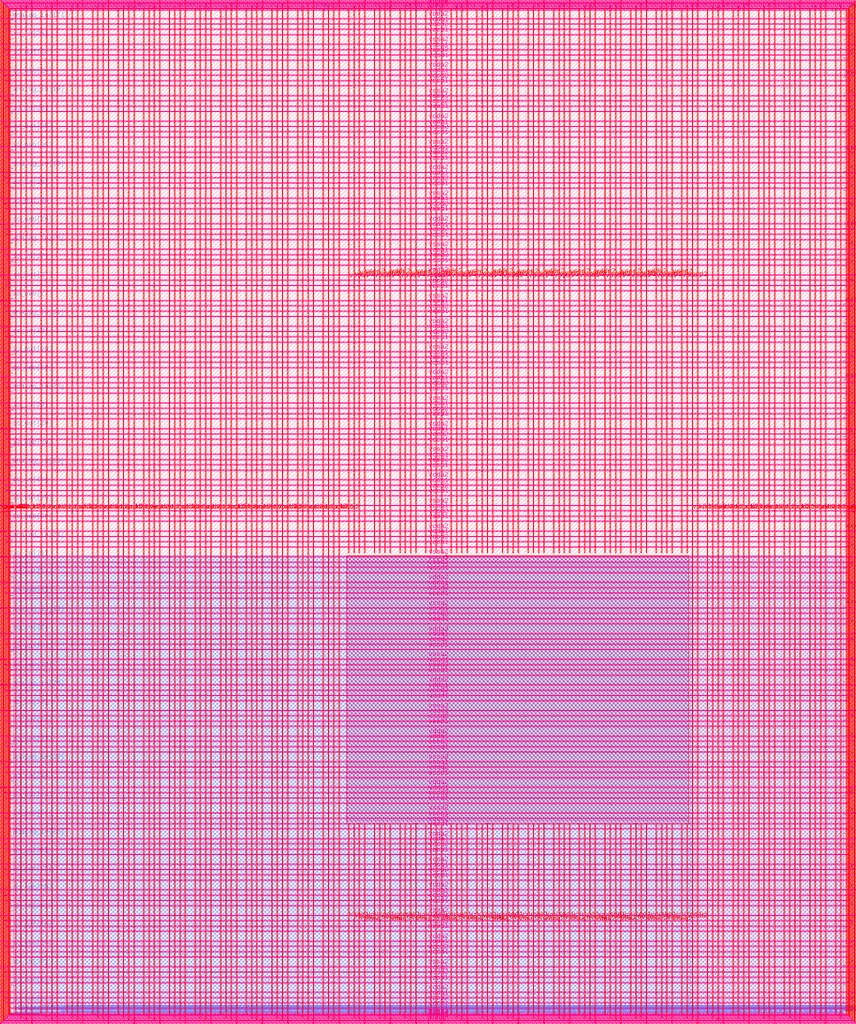
<source format=lef>
VERSION 5.7 ;
  NOWIREEXTENSIONATPIN ON ;
  DIVIDERCHAR "/" ;
  BUSBITCHARS "[]" ;
MACRO user_project_wrapper
  CLASS BLOCK ;
  FOREIGN user_project_wrapper ;
  ORIGIN 0.000 0.000 ;
  SIZE 2920.000 BY 3520.000 ;
  PIN analog_io[0]
    DIRECTION INOUT ;
    USE SIGNAL ;
    PORT
      LAYER met3 ;
        RECT 2917.600 1426.380 2924.800 1427.580 ;
    END
  END analog_io[0]
  PIN analog_io[10]
    DIRECTION INOUT ;
    USE SIGNAL ;
    PORT
      LAYER met2 ;
        RECT 2230.490 3517.600 2231.050 3524.800 ;
    END
  END analog_io[10]
  PIN analog_io[11]
    DIRECTION INOUT ;
    USE SIGNAL ;
    PORT
      LAYER met2 ;
        RECT 1905.730 3517.600 1906.290 3524.800 ;
    END
  END analog_io[11]
  PIN analog_io[12]
    DIRECTION INOUT ;
    USE SIGNAL ;
    PORT
      LAYER met2 ;
        RECT 1581.430 3517.600 1581.990 3524.800 ;
    END
  END analog_io[12]
  PIN analog_io[13]
    DIRECTION INOUT ;
    USE SIGNAL ;
    PORT
      LAYER met2 ;
        RECT 1257.130 3517.600 1257.690 3524.800 ;
    END
  END analog_io[13]
  PIN analog_io[14]
    DIRECTION INOUT ;
    USE SIGNAL ;
    PORT
      LAYER met2 ;
        RECT 932.370 3517.600 932.930 3524.800 ;
    END
  END analog_io[14]
  PIN analog_io[15]
    DIRECTION INOUT ;
    USE SIGNAL ;
    PORT
      LAYER met2 ;
        RECT 608.070 3517.600 608.630 3524.800 ;
    END
  END analog_io[15]
  PIN analog_io[16]
    DIRECTION INOUT ;
    USE SIGNAL ;
    PORT
      LAYER met2 ;
        RECT 283.770 3517.600 284.330 3524.800 ;
    END
  END analog_io[16]
  PIN analog_io[17]
    DIRECTION INOUT ;
    USE SIGNAL ;
    PORT
      LAYER met3 ;
        RECT -4.800 3486.100 2.400 3487.300 ;
    END
  END analog_io[17]
  PIN analog_io[18]
    DIRECTION INOUT ;
    USE SIGNAL ;
    PORT
      LAYER met3 ;
        RECT -4.800 3224.980 2.400 3226.180 ;
    END
  END analog_io[18]
  PIN analog_io[19]
    DIRECTION INOUT ;
    USE SIGNAL ;
    PORT
      LAYER met3 ;
        RECT -4.800 2964.540 2.400 2965.740 ;
    END
  END analog_io[19]
  PIN analog_io[1]
    DIRECTION INOUT ;
    USE SIGNAL ;
    PORT
      LAYER met3 ;
        RECT 2917.600 1692.260 2924.800 1693.460 ;
    END
  END analog_io[1]
  PIN analog_io[20]
    DIRECTION INOUT ;
    USE SIGNAL ;
    PORT
      LAYER met3 ;
        RECT -4.800 2703.420 2.400 2704.620 ;
    END
  END analog_io[20]
  PIN analog_io[21]
    DIRECTION INOUT ;
    USE SIGNAL ;
    PORT
      LAYER met3 ;
        RECT -4.800 2442.980 2.400 2444.180 ;
    END
  END analog_io[21]
  PIN analog_io[22]
    DIRECTION INOUT ;
    USE SIGNAL ;
    PORT
      LAYER met3 ;
        RECT -4.800 2182.540 2.400 2183.740 ;
    END
  END analog_io[22]
  PIN analog_io[23]
    DIRECTION INOUT ;
    USE SIGNAL ;
    PORT
      LAYER met3 ;
        RECT -4.800 1921.420 2.400 1922.620 ;
    END
  END analog_io[23]
  PIN analog_io[24]
    DIRECTION INOUT ;
    USE SIGNAL ;
    PORT
      LAYER met3 ;
        RECT -4.800 1660.980 2.400 1662.180 ;
    END
  END analog_io[24]
  PIN analog_io[25]
    DIRECTION INOUT ;
    USE SIGNAL ;
    PORT
      LAYER met3 ;
        RECT -4.800 1399.860 2.400 1401.060 ;
    END
  END analog_io[25]
  PIN analog_io[26]
    DIRECTION INOUT ;
    USE SIGNAL ;
    PORT
      LAYER met3 ;
        RECT -4.800 1139.420 2.400 1140.620 ;
    END
  END analog_io[26]
  PIN analog_io[27]
    DIRECTION INOUT ;
    USE SIGNAL ;
    PORT
      LAYER met3 ;
        RECT -4.800 878.980 2.400 880.180 ;
    END
  END analog_io[27]
  PIN analog_io[28]
    DIRECTION INOUT ;
    USE SIGNAL ;
    PORT
      LAYER met3 ;
        RECT -4.800 617.860 2.400 619.060 ;
    END
  END analog_io[28]
  PIN analog_io[2]
    DIRECTION INOUT ;
    USE SIGNAL ;
    PORT
      LAYER met3 ;
        RECT 2917.600 1958.140 2924.800 1959.340 ;
    END
  END analog_io[2]
  PIN analog_io[3]
    DIRECTION INOUT ;
    USE SIGNAL ;
    PORT
      LAYER met3 ;
        RECT 2917.600 2223.340 2924.800 2224.540 ;
    END
  END analog_io[3]
  PIN analog_io[4]
    DIRECTION INOUT ;
    USE SIGNAL ;
    PORT
      LAYER met3 ;
        RECT 2917.600 2489.220 2924.800 2490.420 ;
    END
  END analog_io[4]
  PIN analog_io[5]
    DIRECTION INOUT ;
    USE SIGNAL ;
    PORT
      LAYER met3 ;
        RECT 2917.600 2755.100 2924.800 2756.300 ;
    END
  END analog_io[5]
  PIN analog_io[6]
    DIRECTION INOUT ;
    USE SIGNAL ;
    PORT
      LAYER met3 ;
        RECT 2917.600 3020.300 2924.800 3021.500 ;
    END
  END analog_io[6]
  PIN analog_io[7]
    DIRECTION INOUT ;
    USE SIGNAL ;
    PORT
      LAYER met3 ;
        RECT 2917.600 3286.180 2924.800 3287.380 ;
    END
  END analog_io[7]
  PIN analog_io[8]
    DIRECTION INOUT ;
    USE SIGNAL ;
    PORT
      LAYER met2 ;
        RECT 2879.090 3517.600 2879.650 3524.800 ;
    END
  END analog_io[8]
  PIN analog_io[9]
    DIRECTION INOUT ;
    USE SIGNAL ;
    PORT
      LAYER met2 ;
        RECT 2554.790 3517.600 2555.350 3524.800 ;
    END
  END analog_io[9]
  PIN io_in[0]
    DIRECTION INPUT ;
    USE SIGNAL ;
    PORT
      LAYER met3 ;
        RECT 2917.600 32.380 2924.800 33.580 ;
    END
  END io_in[0]
  PIN io_in[10]
    DIRECTION INPUT ;
    USE SIGNAL ;
    PORT
      LAYER met3 ;
        RECT 2917.600 2289.980 2924.800 2291.180 ;
    END
  END io_in[10]
  PIN io_in[11]
    DIRECTION INPUT ;
    USE SIGNAL ;
    PORT
      LAYER met3 ;
        RECT 2917.600 2555.860 2924.800 2557.060 ;
    END
  END io_in[11]
  PIN io_in[12]
    DIRECTION INPUT ;
    USE SIGNAL ;
    PORT
      LAYER met3 ;
        RECT 2917.600 2821.060 2924.800 2822.260 ;
    END
  END io_in[12]
  PIN io_in[13]
    DIRECTION INPUT ;
    USE SIGNAL ;
    PORT
      LAYER met3 ;
        RECT 2917.600 3086.940 2924.800 3088.140 ;
    END
  END io_in[13]
  PIN io_in[14]
    DIRECTION INPUT ;
    USE SIGNAL ;
    PORT
      LAYER met3 ;
        RECT 2917.600 3352.820 2924.800 3354.020 ;
    END
  END io_in[14]
  PIN io_in[15]
    DIRECTION INPUT ;
    USE SIGNAL ;
    PORT
      LAYER met2 ;
        RECT 2798.130 3517.600 2798.690 3524.800 ;
    END
  END io_in[15]
  PIN io_in[16]
    DIRECTION INPUT ;
    USE SIGNAL ;
    PORT
      LAYER met2 ;
        RECT 2473.830 3517.600 2474.390 3524.800 ;
    END
  END io_in[16]
  PIN io_in[17]
    DIRECTION INPUT ;
    USE SIGNAL ;
    PORT
      LAYER met2 ;
        RECT 2149.070 3517.600 2149.630 3524.800 ;
    END
  END io_in[17]
  PIN io_in[18]
    DIRECTION INPUT ;
    USE SIGNAL ;
    PORT
      LAYER met2 ;
        RECT 1824.770 3517.600 1825.330 3524.800 ;
    END
  END io_in[18]
  PIN io_in[19]
    DIRECTION INPUT ;
    USE SIGNAL ;
    PORT
      LAYER met2 ;
        RECT 1500.470 3517.600 1501.030 3524.800 ;
    END
  END io_in[19]
  PIN io_in[1]
    DIRECTION INPUT ;
    USE SIGNAL ;
    PORT
      LAYER met3 ;
        RECT 2917.600 230.940 2924.800 232.140 ;
    END
  END io_in[1]
  PIN io_in[20]
    DIRECTION INPUT ;
    USE SIGNAL ;
    PORT
      LAYER met2 ;
        RECT 1175.710 3517.600 1176.270 3524.800 ;
    END
  END io_in[20]
  PIN io_in[21]
    DIRECTION INPUT ;
    USE SIGNAL ;
    PORT
      LAYER met2 ;
        RECT 851.410 3517.600 851.970 3524.800 ;
    END
  END io_in[21]
  PIN io_in[22]
    DIRECTION INPUT ;
    USE SIGNAL ;
    PORT
      LAYER met2 ;
        RECT 527.110 3517.600 527.670 3524.800 ;
    END
  END io_in[22]
  PIN io_in[23]
    DIRECTION INPUT ;
    USE SIGNAL ;
    PORT
      LAYER met2 ;
        RECT 202.350 3517.600 202.910 3524.800 ;
    END
  END io_in[23]
  PIN io_in[24]
    DIRECTION INPUT ;
    USE SIGNAL ;
    PORT
      LAYER met3 ;
        RECT -4.800 3420.820 2.400 3422.020 ;
    END
  END io_in[24]
  PIN io_in[25]
    DIRECTION INPUT ;
    USE SIGNAL ;
    PORT
      LAYER met3 ;
        RECT -4.800 3159.700 2.400 3160.900 ;
    END
  END io_in[25]
  PIN io_in[26]
    DIRECTION INPUT ;
    USE SIGNAL ;
    PORT
      LAYER met3 ;
        RECT -4.800 2899.260 2.400 2900.460 ;
    END
  END io_in[26]
  PIN io_in[27]
    DIRECTION INPUT ;
    USE SIGNAL ;
    PORT
      LAYER met3 ;
        RECT -4.800 2638.820 2.400 2640.020 ;
    END
  END io_in[27]
  PIN io_in[28]
    DIRECTION INPUT ;
    USE SIGNAL ;
    PORT
      LAYER met3 ;
        RECT -4.800 2377.700 2.400 2378.900 ;
    END
  END io_in[28]
  PIN io_in[29]
    DIRECTION INPUT ;
    USE SIGNAL ;
    PORT
      LAYER met3 ;
        RECT -4.800 2117.260 2.400 2118.460 ;
    END
  END io_in[29]
  PIN io_in[2]
    DIRECTION INPUT ;
    USE SIGNAL ;
    PORT
      LAYER met3 ;
        RECT 2917.600 430.180 2924.800 431.380 ;
    END
  END io_in[2]
  PIN io_in[30]
    DIRECTION INPUT ;
    USE SIGNAL ;
    PORT
      LAYER met3 ;
        RECT -4.800 1856.140 2.400 1857.340 ;
    END
  END io_in[30]
  PIN io_in[31]
    DIRECTION INPUT ;
    USE SIGNAL ;
    PORT
      LAYER met3 ;
        RECT -4.800 1595.700 2.400 1596.900 ;
    END
  END io_in[31]
  PIN io_in[32]
    DIRECTION INPUT ;
    USE SIGNAL ;
    PORT
      LAYER met3 ;
        RECT -4.800 1335.260 2.400 1336.460 ;
    END
  END io_in[32]
  PIN io_in[33]
    DIRECTION INPUT ;
    USE SIGNAL ;
    PORT
      LAYER met3 ;
        RECT -4.800 1074.140 2.400 1075.340 ;
    END
  END io_in[33]
  PIN io_in[34]
    DIRECTION INPUT ;
    USE SIGNAL ;
    PORT
      LAYER met3 ;
        RECT -4.800 813.700 2.400 814.900 ;
    END
  END io_in[34]
  PIN io_in[35]
    DIRECTION INPUT ;
    USE SIGNAL ;
    PORT
      LAYER met3 ;
        RECT -4.800 552.580 2.400 553.780 ;
    END
  END io_in[35]
  PIN io_in[36]
    DIRECTION INPUT ;
    USE SIGNAL ;
    PORT
      LAYER met3 ;
        RECT -4.800 357.420 2.400 358.620 ;
    END
  END io_in[36]
  PIN io_in[37]
    DIRECTION INPUT ;
    USE SIGNAL ;
    PORT
      LAYER met3 ;
        RECT -4.800 161.580 2.400 162.780 ;
    END
  END io_in[37]
  PIN io_in[3]
    DIRECTION INPUT ;
    USE SIGNAL ;
    PORT
      LAYER met3 ;
        RECT 2917.600 629.420 2924.800 630.620 ;
    END
  END io_in[3]
  PIN io_in[4]
    DIRECTION INPUT ;
    USE SIGNAL ;
    PORT
      LAYER met3 ;
        RECT 2917.600 828.660 2924.800 829.860 ;
    END
  END io_in[4]
  PIN io_in[5]
    DIRECTION INPUT ;
    USE SIGNAL ;
    PORT
      LAYER met3 ;
        RECT 2917.600 1027.900 2924.800 1029.100 ;
    END
  END io_in[5]
  PIN io_in[6]
    DIRECTION INPUT ;
    USE SIGNAL ;
    PORT
      LAYER met3 ;
        RECT 2917.600 1227.140 2924.800 1228.340 ;
    END
  END io_in[6]
  PIN io_in[7]
    DIRECTION INPUT ;
    USE SIGNAL ;
    PORT
      LAYER met3 ;
        RECT 2917.600 1493.020 2924.800 1494.220 ;
    END
  END io_in[7]
  PIN io_in[8]
    DIRECTION INPUT ;
    USE SIGNAL ;
    PORT
      LAYER met3 ;
        RECT 2917.600 1758.900 2924.800 1760.100 ;
    END
  END io_in[8]
  PIN io_in[9]
    DIRECTION INPUT ;
    USE SIGNAL ;
    PORT
      LAYER met3 ;
        RECT 2917.600 2024.100 2924.800 2025.300 ;
    END
  END io_in[9]
  PIN io_oeb[0]
    DIRECTION OUTPUT TRISTATE ;
    USE SIGNAL ;
    PORT
      LAYER met3 ;
        RECT 2917.600 164.980 2924.800 166.180 ;
    END
  END io_oeb[0]
  PIN io_oeb[10]
    DIRECTION OUTPUT TRISTATE ;
    USE SIGNAL ;
    PORT
      LAYER met3 ;
        RECT 2917.600 2422.580 2924.800 2423.780 ;
    END
  END io_oeb[10]
  PIN io_oeb[11]
    DIRECTION OUTPUT TRISTATE ;
    USE SIGNAL ;
    PORT
      LAYER met3 ;
        RECT 2917.600 2688.460 2924.800 2689.660 ;
    END
  END io_oeb[11]
  PIN io_oeb[12]
    DIRECTION OUTPUT TRISTATE ;
    USE SIGNAL ;
    PORT
      LAYER met3 ;
        RECT 2917.600 2954.340 2924.800 2955.540 ;
    END
  END io_oeb[12]
  PIN io_oeb[13]
    DIRECTION OUTPUT TRISTATE ;
    USE SIGNAL ;
    PORT
      LAYER met3 ;
        RECT 2917.600 3219.540 2924.800 3220.740 ;
    END
  END io_oeb[13]
  PIN io_oeb[14]
    DIRECTION OUTPUT TRISTATE ;
    USE SIGNAL ;
    PORT
      LAYER met3 ;
        RECT 2917.600 3485.420 2924.800 3486.620 ;
    END
  END io_oeb[14]
  PIN io_oeb[15]
    DIRECTION OUTPUT TRISTATE ;
    USE SIGNAL ;
    PORT
      LAYER met2 ;
        RECT 2635.750 3517.600 2636.310 3524.800 ;
    END
  END io_oeb[15]
  PIN io_oeb[16]
    DIRECTION OUTPUT TRISTATE ;
    USE SIGNAL ;
    PORT
      LAYER met2 ;
        RECT 2311.450 3517.600 2312.010 3524.800 ;
    END
  END io_oeb[16]
  PIN io_oeb[17]
    DIRECTION OUTPUT TRISTATE ;
    USE SIGNAL ;
    PORT
      LAYER met2 ;
        RECT 1987.150 3517.600 1987.710 3524.800 ;
    END
  END io_oeb[17]
  PIN io_oeb[18]
    DIRECTION OUTPUT TRISTATE ;
    USE SIGNAL ;
    PORT
      LAYER met2 ;
        RECT 1662.390 3517.600 1662.950 3524.800 ;
    END
  END io_oeb[18]
  PIN io_oeb[19]
    DIRECTION OUTPUT TRISTATE ;
    USE SIGNAL ;
    PORT
      LAYER met2 ;
        RECT 1338.090 3517.600 1338.650 3524.800 ;
    END
  END io_oeb[19]
  PIN io_oeb[1]
    DIRECTION OUTPUT TRISTATE ;
    USE SIGNAL ;
    PORT
      LAYER met3 ;
        RECT 2917.600 364.220 2924.800 365.420 ;
    END
  END io_oeb[1]
  PIN io_oeb[20]
    DIRECTION OUTPUT TRISTATE ;
    USE SIGNAL ;
    PORT
      LAYER met2 ;
        RECT 1013.790 3517.600 1014.350 3524.800 ;
    END
  END io_oeb[20]
  PIN io_oeb[21]
    DIRECTION OUTPUT TRISTATE ;
    USE SIGNAL ;
    PORT
      LAYER met2 ;
        RECT 689.030 3517.600 689.590 3524.800 ;
    END
  END io_oeb[21]
  PIN io_oeb[22]
    DIRECTION OUTPUT TRISTATE ;
    USE SIGNAL ;
    PORT
      LAYER met2 ;
        RECT 364.730 3517.600 365.290 3524.800 ;
    END
  END io_oeb[22]
  PIN io_oeb[23]
    DIRECTION OUTPUT TRISTATE ;
    USE SIGNAL ;
    PORT
      LAYER met2 ;
        RECT 40.430 3517.600 40.990 3524.800 ;
    END
  END io_oeb[23]
  PIN io_oeb[24]
    DIRECTION OUTPUT TRISTATE ;
    USE SIGNAL ;
    PORT
      LAYER met3 ;
        RECT -4.800 3290.260 2.400 3291.460 ;
    END
  END io_oeb[24]
  PIN io_oeb[25]
    DIRECTION OUTPUT TRISTATE ;
    USE SIGNAL ;
    PORT
      LAYER met3 ;
        RECT -4.800 3029.820 2.400 3031.020 ;
    END
  END io_oeb[25]
  PIN io_oeb[26]
    DIRECTION OUTPUT TRISTATE ;
    USE SIGNAL ;
    PORT
      LAYER met3 ;
        RECT -4.800 2768.700 2.400 2769.900 ;
    END
  END io_oeb[26]
  PIN io_oeb[27]
    DIRECTION OUTPUT TRISTATE ;
    USE SIGNAL ;
    PORT
      LAYER met3 ;
        RECT -4.800 2508.260 2.400 2509.460 ;
    END
  END io_oeb[27]
  PIN io_oeb[28]
    DIRECTION OUTPUT TRISTATE ;
    USE SIGNAL ;
    PORT
      LAYER met3 ;
        RECT -4.800 2247.140 2.400 2248.340 ;
    END
  END io_oeb[28]
  PIN io_oeb[29]
    DIRECTION OUTPUT TRISTATE ;
    USE SIGNAL ;
    PORT
      LAYER met3 ;
        RECT -4.800 1986.700 2.400 1987.900 ;
    END
  END io_oeb[29]
  PIN io_oeb[2]
    DIRECTION OUTPUT TRISTATE ;
    USE SIGNAL ;
    PORT
      LAYER met3 ;
        RECT 2917.600 563.460 2924.800 564.660 ;
    END
  END io_oeb[2]
  PIN io_oeb[30]
    DIRECTION OUTPUT TRISTATE ;
    USE SIGNAL ;
    PORT
      LAYER met3 ;
        RECT -4.800 1726.260 2.400 1727.460 ;
    END
  END io_oeb[30]
  PIN io_oeb[31]
    DIRECTION OUTPUT TRISTATE ;
    USE SIGNAL ;
    PORT
      LAYER met3 ;
        RECT -4.800 1465.140 2.400 1466.340 ;
    END
  END io_oeb[31]
  PIN io_oeb[32]
    DIRECTION OUTPUT TRISTATE ;
    USE SIGNAL ;
    PORT
      LAYER met3 ;
        RECT -4.800 1204.700 2.400 1205.900 ;
    END
  END io_oeb[32]
  PIN io_oeb[33]
    DIRECTION OUTPUT TRISTATE ;
    USE SIGNAL ;
    PORT
      LAYER met3 ;
        RECT -4.800 943.580 2.400 944.780 ;
    END
  END io_oeb[33]
  PIN io_oeb[34]
    DIRECTION OUTPUT TRISTATE ;
    USE SIGNAL ;
    PORT
      LAYER met3 ;
        RECT -4.800 683.140 2.400 684.340 ;
    END
  END io_oeb[34]
  PIN io_oeb[35]
    DIRECTION OUTPUT TRISTATE ;
    USE SIGNAL ;
    PORT
      LAYER met3 ;
        RECT -4.800 422.700 2.400 423.900 ;
    END
  END io_oeb[35]
  PIN io_oeb[36]
    DIRECTION OUTPUT TRISTATE ;
    USE SIGNAL ;
    PORT
      LAYER met3 ;
        RECT -4.800 226.860 2.400 228.060 ;
    END
  END io_oeb[36]
  PIN io_oeb[37]
    DIRECTION OUTPUT TRISTATE ;
    USE SIGNAL ;
    PORT
      LAYER met3 ;
        RECT -4.800 31.700 2.400 32.900 ;
    END
  END io_oeb[37]
  PIN io_oeb[3]
    DIRECTION OUTPUT TRISTATE ;
    USE SIGNAL ;
    PORT
      LAYER met3 ;
        RECT 2917.600 762.700 2924.800 763.900 ;
    END
  END io_oeb[3]
  PIN io_oeb[4]
    DIRECTION OUTPUT TRISTATE ;
    USE SIGNAL ;
    PORT
      LAYER met3 ;
        RECT 2917.600 961.940 2924.800 963.140 ;
    END
  END io_oeb[4]
  PIN io_oeb[5]
    DIRECTION OUTPUT TRISTATE ;
    USE SIGNAL ;
    PORT
      LAYER met3 ;
        RECT 2917.600 1161.180 2924.800 1162.380 ;
    END
  END io_oeb[5]
  PIN io_oeb[6]
    DIRECTION OUTPUT TRISTATE ;
    USE SIGNAL ;
    PORT
      LAYER met3 ;
        RECT 2917.600 1360.420 2924.800 1361.620 ;
    END
  END io_oeb[6]
  PIN io_oeb[7]
    DIRECTION OUTPUT TRISTATE ;
    USE SIGNAL ;
    PORT
      LAYER met3 ;
        RECT 2917.600 1625.620 2924.800 1626.820 ;
    END
  END io_oeb[7]
  PIN io_oeb[8]
    DIRECTION OUTPUT TRISTATE ;
    USE SIGNAL ;
    PORT
      LAYER met3 ;
        RECT 2917.600 1891.500 2924.800 1892.700 ;
    END
  END io_oeb[8]
  PIN io_oeb[9]
    DIRECTION OUTPUT TRISTATE ;
    USE SIGNAL ;
    PORT
      LAYER met3 ;
        RECT 2917.600 2157.380 2924.800 2158.580 ;
    END
  END io_oeb[9]
  PIN io_out[0]
    DIRECTION OUTPUT TRISTATE ;
    USE SIGNAL ;
    PORT
      LAYER met3 ;
        RECT 2917.600 98.340 2924.800 99.540 ;
    END
  END io_out[0]
  PIN io_out[10]
    DIRECTION OUTPUT TRISTATE ;
    USE SIGNAL ;
    PORT
      LAYER met3 ;
        RECT 2917.600 2356.620 2924.800 2357.820 ;
    END
  END io_out[10]
  PIN io_out[11]
    DIRECTION OUTPUT TRISTATE ;
    USE SIGNAL ;
    PORT
      LAYER met3 ;
        RECT 2917.600 2621.820 2924.800 2623.020 ;
    END
  END io_out[11]
  PIN io_out[12]
    DIRECTION OUTPUT TRISTATE ;
    USE SIGNAL ;
    PORT
      LAYER met3 ;
        RECT 2917.600 2887.700 2924.800 2888.900 ;
    END
  END io_out[12]
  PIN io_out[13]
    DIRECTION OUTPUT TRISTATE ;
    USE SIGNAL ;
    PORT
      LAYER met3 ;
        RECT 2917.600 3153.580 2924.800 3154.780 ;
    END
  END io_out[13]
  PIN io_out[14]
    DIRECTION OUTPUT TRISTATE ;
    USE SIGNAL ;
    PORT
      LAYER met3 ;
        RECT 2917.600 3418.780 2924.800 3419.980 ;
    END
  END io_out[14]
  PIN io_out[15]
    DIRECTION OUTPUT TRISTATE ;
    USE SIGNAL ;
    PORT
      LAYER met2 ;
        RECT 2717.170 3517.600 2717.730 3524.800 ;
    END
  END io_out[15]
  PIN io_out[16]
    DIRECTION OUTPUT TRISTATE ;
    USE SIGNAL ;
    PORT
      LAYER met2 ;
        RECT 2392.410 3517.600 2392.970 3524.800 ;
    END
  END io_out[16]
  PIN io_out[17]
    DIRECTION OUTPUT TRISTATE ;
    USE SIGNAL ;
    PORT
      LAYER met2 ;
        RECT 2068.110 3517.600 2068.670 3524.800 ;
    END
  END io_out[17]
  PIN io_out[18]
    DIRECTION OUTPUT TRISTATE ;
    USE SIGNAL ;
    PORT
      LAYER met2 ;
        RECT 1743.810 3517.600 1744.370 3524.800 ;
    END
  END io_out[18]
  PIN io_out[19]
    DIRECTION OUTPUT TRISTATE ;
    USE SIGNAL ;
    PORT
      LAYER met2 ;
        RECT 1419.050 3517.600 1419.610 3524.800 ;
    END
  END io_out[19]
  PIN io_out[1]
    DIRECTION OUTPUT TRISTATE ;
    USE SIGNAL ;
    PORT
      LAYER met3 ;
        RECT 2917.600 297.580 2924.800 298.780 ;
    END
  END io_out[1]
  PIN io_out[20]
    DIRECTION OUTPUT TRISTATE ;
    USE SIGNAL ;
    PORT
      LAYER met2 ;
        RECT 1094.750 3517.600 1095.310 3524.800 ;
    END
  END io_out[20]
  PIN io_out[21]
    DIRECTION OUTPUT TRISTATE ;
    USE SIGNAL ;
    PORT
      LAYER met2 ;
        RECT 770.450 3517.600 771.010 3524.800 ;
    END
  END io_out[21]
  PIN io_out[22]
    DIRECTION OUTPUT TRISTATE ;
    USE SIGNAL ;
    PORT
      LAYER met2 ;
        RECT 445.690 3517.600 446.250 3524.800 ;
    END
  END io_out[22]
  PIN io_out[23]
    DIRECTION OUTPUT TRISTATE ;
    USE SIGNAL ;
    PORT
      LAYER met2 ;
        RECT 121.390 3517.600 121.950 3524.800 ;
    END
  END io_out[23]
  PIN io_out[24]
    DIRECTION OUTPUT TRISTATE ;
    USE SIGNAL ;
    PORT
      LAYER met3 ;
        RECT -4.800 3355.540 2.400 3356.740 ;
    END
  END io_out[24]
  PIN io_out[25]
    DIRECTION OUTPUT TRISTATE ;
    USE SIGNAL ;
    PORT
      LAYER met3 ;
        RECT -4.800 3095.100 2.400 3096.300 ;
    END
  END io_out[25]
  PIN io_out[26]
    DIRECTION OUTPUT TRISTATE ;
    USE SIGNAL ;
    PORT
      LAYER met3 ;
        RECT -4.800 2833.980 2.400 2835.180 ;
    END
  END io_out[26]
  PIN io_out[27]
    DIRECTION OUTPUT TRISTATE ;
    USE SIGNAL ;
    PORT
      LAYER met3 ;
        RECT -4.800 2573.540 2.400 2574.740 ;
    END
  END io_out[27]
  PIN io_out[28]
    DIRECTION OUTPUT TRISTATE ;
    USE SIGNAL ;
    PORT
      LAYER met3 ;
        RECT -4.800 2312.420 2.400 2313.620 ;
    END
  END io_out[28]
  PIN io_out[29]
    DIRECTION OUTPUT TRISTATE ;
    USE SIGNAL ;
    PORT
      LAYER met3 ;
        RECT -4.800 2051.980 2.400 2053.180 ;
    END
  END io_out[29]
  PIN io_out[2]
    DIRECTION OUTPUT TRISTATE ;
    USE SIGNAL ;
    PORT
      LAYER met3 ;
        RECT 2917.600 496.820 2924.800 498.020 ;
    END
  END io_out[2]
  PIN io_out[30]
    DIRECTION OUTPUT TRISTATE ;
    USE SIGNAL ;
    PORT
      LAYER met3 ;
        RECT -4.800 1791.540 2.400 1792.740 ;
    END
  END io_out[30]
  PIN io_out[31]
    DIRECTION OUTPUT TRISTATE ;
    USE SIGNAL ;
    PORT
      LAYER met3 ;
        RECT -4.800 1530.420 2.400 1531.620 ;
    END
  END io_out[31]
  PIN io_out[32]
    DIRECTION OUTPUT TRISTATE ;
    USE SIGNAL ;
    PORT
      LAYER met3 ;
        RECT -4.800 1269.980 2.400 1271.180 ;
    END
  END io_out[32]
  PIN io_out[33]
    DIRECTION OUTPUT TRISTATE ;
    USE SIGNAL ;
    PORT
      LAYER met3 ;
        RECT -4.800 1008.860 2.400 1010.060 ;
    END
  END io_out[33]
  PIN io_out[34]
    DIRECTION OUTPUT TRISTATE ;
    USE SIGNAL ;
    PORT
      LAYER met3 ;
        RECT -4.800 748.420 2.400 749.620 ;
    END
  END io_out[34]
  PIN io_out[35]
    DIRECTION OUTPUT TRISTATE ;
    USE SIGNAL ;
    PORT
      LAYER met3 ;
        RECT -4.800 487.300 2.400 488.500 ;
    END
  END io_out[35]
  PIN io_out[36]
    DIRECTION OUTPUT TRISTATE ;
    USE SIGNAL ;
    PORT
      LAYER met3 ;
        RECT -4.800 292.140 2.400 293.340 ;
    END
  END io_out[36]
  PIN io_out[37]
    DIRECTION OUTPUT TRISTATE ;
    USE SIGNAL ;
    PORT
      LAYER met3 ;
        RECT -4.800 96.300 2.400 97.500 ;
    END
  END io_out[37]
  PIN io_out[3]
    DIRECTION OUTPUT TRISTATE ;
    USE SIGNAL ;
    PORT
      LAYER met3 ;
        RECT 2917.600 696.060 2924.800 697.260 ;
    END
  END io_out[3]
  PIN io_out[4]
    DIRECTION OUTPUT TRISTATE ;
    USE SIGNAL ;
    PORT
      LAYER met3 ;
        RECT 2917.600 895.300 2924.800 896.500 ;
    END
  END io_out[4]
  PIN io_out[5]
    DIRECTION OUTPUT TRISTATE ;
    USE SIGNAL ;
    PORT
      LAYER met3 ;
        RECT 2917.600 1094.540 2924.800 1095.740 ;
    END
  END io_out[5]
  PIN io_out[6]
    DIRECTION OUTPUT TRISTATE ;
    USE SIGNAL ;
    PORT
      LAYER met3 ;
        RECT 2917.600 1293.780 2924.800 1294.980 ;
    END
  END io_out[6]
  PIN io_out[7]
    DIRECTION OUTPUT TRISTATE ;
    USE SIGNAL ;
    PORT
      LAYER met3 ;
        RECT 2917.600 1559.660 2924.800 1560.860 ;
    END
  END io_out[7]
  PIN io_out[8]
    DIRECTION OUTPUT TRISTATE ;
    USE SIGNAL ;
    PORT
      LAYER met3 ;
        RECT 2917.600 1824.860 2924.800 1826.060 ;
    END
  END io_out[8]
  PIN io_out[9]
    DIRECTION OUTPUT TRISTATE ;
    USE SIGNAL ;
    PORT
      LAYER met3 ;
        RECT 2917.600 2090.740 2924.800 2091.940 ;
    END
  END io_out[9]
  PIN la_data_in[0]
    DIRECTION INPUT ;
    USE SIGNAL ;
    PORT
      LAYER met2 ;
        RECT 629.230 -4.800 629.790 2.400 ;
    END
  END la_data_in[0]
  PIN la_data_in[100]
    DIRECTION INPUT ;
    USE SIGNAL ;
    PORT
      LAYER met2 ;
        RECT 2402.530 -4.800 2403.090 2.400 ;
    END
  END la_data_in[100]
  PIN la_data_in[101]
    DIRECTION INPUT ;
    USE SIGNAL ;
    PORT
      LAYER met2 ;
        RECT 2420.010 -4.800 2420.570 2.400 ;
    END
  END la_data_in[101]
  PIN la_data_in[102]
    DIRECTION INPUT ;
    USE SIGNAL ;
    PORT
      LAYER met2 ;
        RECT 2437.950 -4.800 2438.510 2.400 ;
    END
  END la_data_in[102]
  PIN la_data_in[103]
    DIRECTION INPUT ;
    USE SIGNAL ;
    PORT
      LAYER met2 ;
        RECT 2455.430 -4.800 2455.990 2.400 ;
    END
  END la_data_in[103]
  PIN la_data_in[104]
    DIRECTION INPUT ;
    USE SIGNAL ;
    PORT
      LAYER met2 ;
        RECT 2473.370 -4.800 2473.930 2.400 ;
    END
  END la_data_in[104]
  PIN la_data_in[105]
    DIRECTION INPUT ;
    USE SIGNAL ;
    PORT
      LAYER met2 ;
        RECT 2490.850 -4.800 2491.410 2.400 ;
    END
  END la_data_in[105]
  PIN la_data_in[106]
    DIRECTION INPUT ;
    USE SIGNAL ;
    PORT
      LAYER met2 ;
        RECT 2508.790 -4.800 2509.350 2.400 ;
    END
  END la_data_in[106]
  PIN la_data_in[107]
    DIRECTION INPUT ;
    USE SIGNAL ;
    PORT
      LAYER met2 ;
        RECT 2526.730 -4.800 2527.290 2.400 ;
    END
  END la_data_in[107]
  PIN la_data_in[108]
    DIRECTION INPUT ;
    USE SIGNAL ;
    PORT
      LAYER met2 ;
        RECT 2544.210 -4.800 2544.770 2.400 ;
    END
  END la_data_in[108]
  PIN la_data_in[109]
    DIRECTION INPUT ;
    USE SIGNAL ;
    PORT
      LAYER met2 ;
        RECT 2562.150 -4.800 2562.710 2.400 ;
    END
  END la_data_in[109]
  PIN la_data_in[10]
    DIRECTION INPUT ;
    USE SIGNAL ;
    PORT
      LAYER met2 ;
        RECT 806.330 -4.800 806.890 2.400 ;
    END
  END la_data_in[10]
  PIN la_data_in[110]
    DIRECTION INPUT ;
    USE SIGNAL ;
    PORT
      LAYER met2 ;
        RECT 2579.630 -4.800 2580.190 2.400 ;
    END
  END la_data_in[110]
  PIN la_data_in[111]
    DIRECTION INPUT ;
    USE SIGNAL ;
    PORT
      LAYER met2 ;
        RECT 2597.570 -4.800 2598.130 2.400 ;
    END
  END la_data_in[111]
  PIN la_data_in[112]
    DIRECTION INPUT ;
    USE SIGNAL ;
    PORT
      LAYER met2 ;
        RECT 2615.050 -4.800 2615.610 2.400 ;
    END
  END la_data_in[112]
  PIN la_data_in[113]
    DIRECTION INPUT ;
    USE SIGNAL ;
    PORT
      LAYER met2 ;
        RECT 2632.990 -4.800 2633.550 2.400 ;
    END
  END la_data_in[113]
  PIN la_data_in[114]
    DIRECTION INPUT ;
    USE SIGNAL ;
    PORT
      LAYER met2 ;
        RECT 2650.470 -4.800 2651.030 2.400 ;
    END
  END la_data_in[114]
  PIN la_data_in[115]
    DIRECTION INPUT ;
    USE SIGNAL ;
    PORT
      LAYER met2 ;
        RECT 2668.410 -4.800 2668.970 2.400 ;
    END
  END la_data_in[115]
  PIN la_data_in[116]
    DIRECTION INPUT ;
    USE SIGNAL ;
    PORT
      LAYER met2 ;
        RECT 2685.890 -4.800 2686.450 2.400 ;
    END
  END la_data_in[116]
  PIN la_data_in[117]
    DIRECTION INPUT ;
    USE SIGNAL ;
    PORT
      LAYER met2 ;
        RECT 2703.830 -4.800 2704.390 2.400 ;
    END
  END la_data_in[117]
  PIN la_data_in[118]
    DIRECTION INPUT ;
    USE SIGNAL ;
    PORT
      LAYER met2 ;
        RECT 2721.770 -4.800 2722.330 2.400 ;
    END
  END la_data_in[118]
  PIN la_data_in[119]
    DIRECTION INPUT ;
    USE SIGNAL ;
    PORT
      LAYER met2 ;
        RECT 2739.250 -4.800 2739.810 2.400 ;
    END
  END la_data_in[119]
  PIN la_data_in[11]
    DIRECTION INPUT ;
    USE SIGNAL ;
    PORT
      LAYER met2 ;
        RECT 824.270 -4.800 824.830 2.400 ;
    END
  END la_data_in[11]
  PIN la_data_in[120]
    DIRECTION INPUT ;
    USE SIGNAL ;
    PORT
      LAYER met2 ;
        RECT 2757.190 -4.800 2757.750 2.400 ;
    END
  END la_data_in[120]
  PIN la_data_in[121]
    DIRECTION INPUT ;
    USE SIGNAL ;
    PORT
      LAYER met2 ;
        RECT 2774.670 -4.800 2775.230 2.400 ;
    END
  END la_data_in[121]
  PIN la_data_in[122]
    DIRECTION INPUT ;
    USE SIGNAL ;
    PORT
      LAYER met2 ;
        RECT 2792.610 -4.800 2793.170 2.400 ;
    END
  END la_data_in[122]
  PIN la_data_in[123]
    DIRECTION INPUT ;
    USE SIGNAL ;
    PORT
      LAYER met2 ;
        RECT 2810.090 -4.800 2810.650 2.400 ;
    END
  END la_data_in[123]
  PIN la_data_in[124]
    DIRECTION INPUT ;
    USE SIGNAL ;
    PORT
      LAYER met2 ;
        RECT 2828.030 -4.800 2828.590 2.400 ;
    END
  END la_data_in[124]
  PIN la_data_in[125]
    DIRECTION INPUT ;
    USE SIGNAL ;
    PORT
      LAYER met2 ;
        RECT 2845.510 -4.800 2846.070 2.400 ;
    END
  END la_data_in[125]
  PIN la_data_in[126]
    DIRECTION INPUT ;
    USE SIGNAL ;
    PORT
      LAYER met2 ;
        RECT 2863.450 -4.800 2864.010 2.400 ;
    END
  END la_data_in[126]
  PIN la_data_in[127]
    DIRECTION INPUT ;
    USE SIGNAL ;
    PORT
      LAYER met2 ;
        RECT 2881.390 -4.800 2881.950 2.400 ;
    END
  END la_data_in[127]
  PIN la_data_in[12]
    DIRECTION INPUT ;
    USE SIGNAL ;
    PORT
      LAYER met2 ;
        RECT 841.750 -4.800 842.310 2.400 ;
    END
  END la_data_in[12]
  PIN la_data_in[13]
    DIRECTION INPUT ;
    USE SIGNAL ;
    PORT
      LAYER met2 ;
        RECT 859.690 -4.800 860.250 2.400 ;
    END
  END la_data_in[13]
  PIN la_data_in[14]
    DIRECTION INPUT ;
    USE SIGNAL ;
    PORT
      LAYER met2 ;
        RECT 877.170 -4.800 877.730 2.400 ;
    END
  END la_data_in[14]
  PIN la_data_in[15]
    DIRECTION INPUT ;
    USE SIGNAL ;
    PORT
      LAYER met2 ;
        RECT 895.110 -4.800 895.670 2.400 ;
    END
  END la_data_in[15]
  PIN la_data_in[16]
    DIRECTION INPUT ;
    USE SIGNAL ;
    PORT
      LAYER met2 ;
        RECT 912.590 -4.800 913.150 2.400 ;
    END
  END la_data_in[16]
  PIN la_data_in[17]
    DIRECTION INPUT ;
    USE SIGNAL ;
    PORT
      LAYER met2 ;
        RECT 930.530 -4.800 931.090 2.400 ;
    END
  END la_data_in[17]
  PIN la_data_in[18]
    DIRECTION INPUT ;
    USE SIGNAL ;
    PORT
      LAYER met2 ;
        RECT 948.470 -4.800 949.030 2.400 ;
    END
  END la_data_in[18]
  PIN la_data_in[19]
    DIRECTION INPUT ;
    USE SIGNAL ;
    PORT
      LAYER met2 ;
        RECT 965.950 -4.800 966.510 2.400 ;
    END
  END la_data_in[19]
  PIN la_data_in[1]
    DIRECTION INPUT ;
    USE SIGNAL ;
    PORT
      LAYER met2 ;
        RECT 646.710 -4.800 647.270 2.400 ;
    END
  END la_data_in[1]
  PIN la_data_in[20]
    DIRECTION INPUT ;
    USE SIGNAL ;
    PORT
      LAYER met2 ;
        RECT 983.890 -4.800 984.450 2.400 ;
    END
  END la_data_in[20]
  PIN la_data_in[21]
    DIRECTION INPUT ;
    USE SIGNAL ;
    PORT
      LAYER met2 ;
        RECT 1001.370 -4.800 1001.930 2.400 ;
    END
  END la_data_in[21]
  PIN la_data_in[22]
    DIRECTION INPUT ;
    USE SIGNAL ;
    PORT
      LAYER met2 ;
        RECT 1019.310 -4.800 1019.870 2.400 ;
    END
  END la_data_in[22]
  PIN la_data_in[23]
    DIRECTION INPUT ;
    USE SIGNAL ;
    PORT
      LAYER met2 ;
        RECT 1036.790 -4.800 1037.350 2.400 ;
    END
  END la_data_in[23]
  PIN la_data_in[24]
    DIRECTION INPUT ;
    USE SIGNAL ;
    PORT
      LAYER met2 ;
        RECT 1054.730 -4.800 1055.290 2.400 ;
    END
  END la_data_in[24]
  PIN la_data_in[25]
    DIRECTION INPUT ;
    USE SIGNAL ;
    PORT
      LAYER met2 ;
        RECT 1072.210 -4.800 1072.770 2.400 ;
    END
  END la_data_in[25]
  PIN la_data_in[26]
    DIRECTION INPUT ;
    USE SIGNAL ;
    PORT
      LAYER met2 ;
        RECT 1090.150 -4.800 1090.710 2.400 ;
    END
  END la_data_in[26]
  PIN la_data_in[27]
    DIRECTION INPUT ;
    USE SIGNAL ;
    PORT
      LAYER met2 ;
        RECT 1107.630 -4.800 1108.190 2.400 ;
    END
  END la_data_in[27]
  PIN la_data_in[28]
    DIRECTION INPUT ;
    USE SIGNAL ;
    PORT
      LAYER met2 ;
        RECT 1125.570 -4.800 1126.130 2.400 ;
    END
  END la_data_in[28]
  PIN la_data_in[29]
    DIRECTION INPUT ;
    USE SIGNAL ;
    PORT
      LAYER met2 ;
        RECT 1143.510 -4.800 1144.070 2.400 ;
    END
  END la_data_in[29]
  PIN la_data_in[2]
    DIRECTION INPUT ;
    USE SIGNAL ;
    PORT
      LAYER met2 ;
        RECT 664.650 -4.800 665.210 2.400 ;
    END
  END la_data_in[2]
  PIN la_data_in[30]
    DIRECTION INPUT ;
    USE SIGNAL ;
    PORT
      LAYER met2 ;
        RECT 1160.990 -4.800 1161.550 2.400 ;
    END
  END la_data_in[30]
  PIN la_data_in[31]
    DIRECTION INPUT ;
    USE SIGNAL ;
    PORT
      LAYER met2 ;
        RECT 1178.930 -4.800 1179.490 2.400 ;
    END
  END la_data_in[31]
  PIN la_data_in[32]
    DIRECTION INPUT ;
    USE SIGNAL ;
    PORT
      LAYER met2 ;
        RECT 1196.410 -4.800 1196.970 2.400 ;
    END
  END la_data_in[32]
  PIN la_data_in[33]
    DIRECTION INPUT ;
    USE SIGNAL ;
    PORT
      LAYER met2 ;
        RECT 1214.350 -4.800 1214.910 2.400 ;
    END
  END la_data_in[33]
  PIN la_data_in[34]
    DIRECTION INPUT ;
    USE SIGNAL ;
    PORT
      LAYER met2 ;
        RECT 1231.830 -4.800 1232.390 2.400 ;
    END
  END la_data_in[34]
  PIN la_data_in[35]
    DIRECTION INPUT ;
    USE SIGNAL ;
    PORT
      LAYER met2 ;
        RECT 1249.770 -4.800 1250.330 2.400 ;
    END
  END la_data_in[35]
  PIN la_data_in[36]
    DIRECTION INPUT ;
    USE SIGNAL ;
    PORT
      LAYER met2 ;
        RECT 1267.250 -4.800 1267.810 2.400 ;
    END
  END la_data_in[36]
  PIN la_data_in[37]
    DIRECTION INPUT ;
    USE SIGNAL ;
    PORT
      LAYER met2 ;
        RECT 1285.190 -4.800 1285.750 2.400 ;
    END
  END la_data_in[37]
  PIN la_data_in[38]
    DIRECTION INPUT ;
    USE SIGNAL ;
    PORT
      LAYER met2 ;
        RECT 1303.130 -4.800 1303.690 2.400 ;
    END
  END la_data_in[38]
  PIN la_data_in[39]
    DIRECTION INPUT ;
    USE SIGNAL ;
    PORT
      LAYER met2 ;
        RECT 1320.610 -4.800 1321.170 2.400 ;
    END
  END la_data_in[39]
  PIN la_data_in[3]
    DIRECTION INPUT ;
    USE SIGNAL ;
    PORT
      LAYER met2 ;
        RECT 682.130 -4.800 682.690 2.400 ;
    END
  END la_data_in[3]
  PIN la_data_in[40]
    DIRECTION INPUT ;
    USE SIGNAL ;
    PORT
      LAYER met2 ;
        RECT 1338.550 -4.800 1339.110 2.400 ;
    END
  END la_data_in[40]
  PIN la_data_in[41]
    DIRECTION INPUT ;
    USE SIGNAL ;
    PORT
      LAYER met2 ;
        RECT 1356.030 -4.800 1356.590 2.400 ;
    END
  END la_data_in[41]
  PIN la_data_in[42]
    DIRECTION INPUT ;
    USE SIGNAL ;
    PORT
      LAYER met2 ;
        RECT 1373.970 -4.800 1374.530 2.400 ;
    END
  END la_data_in[42]
  PIN la_data_in[43]
    DIRECTION INPUT ;
    USE SIGNAL ;
    PORT
      LAYER met2 ;
        RECT 1391.450 -4.800 1392.010 2.400 ;
    END
  END la_data_in[43]
  PIN la_data_in[44]
    DIRECTION INPUT ;
    USE SIGNAL ;
    PORT
      LAYER met2 ;
        RECT 1409.390 -4.800 1409.950 2.400 ;
    END
  END la_data_in[44]
  PIN la_data_in[45]
    DIRECTION INPUT ;
    USE SIGNAL ;
    PORT
      LAYER met2 ;
        RECT 1426.870 -4.800 1427.430 2.400 ;
    END
  END la_data_in[45]
  PIN la_data_in[46]
    DIRECTION INPUT ;
    USE SIGNAL ;
    PORT
      LAYER met2 ;
        RECT 1444.810 -4.800 1445.370 2.400 ;
    END
  END la_data_in[46]
  PIN la_data_in[47]
    DIRECTION INPUT ;
    USE SIGNAL ;
    PORT
      LAYER met2 ;
        RECT 1462.750 -4.800 1463.310 2.400 ;
    END
  END la_data_in[47]
  PIN la_data_in[48]
    DIRECTION INPUT ;
    USE SIGNAL ;
    PORT
      LAYER met2 ;
        RECT 1480.230 -4.800 1480.790 2.400 ;
    END
  END la_data_in[48]
  PIN la_data_in[49]
    DIRECTION INPUT ;
    USE SIGNAL ;
    PORT
      LAYER met2 ;
        RECT 1498.170 -4.800 1498.730 2.400 ;
    END
  END la_data_in[49]
  PIN la_data_in[4]
    DIRECTION INPUT ;
    USE SIGNAL ;
    PORT
      LAYER met2 ;
        RECT 700.070 -4.800 700.630 2.400 ;
    END
  END la_data_in[4]
  PIN la_data_in[50]
    DIRECTION INPUT ;
    USE SIGNAL ;
    PORT
      LAYER met2 ;
        RECT 1515.650 -4.800 1516.210 2.400 ;
    END
  END la_data_in[50]
  PIN la_data_in[51]
    DIRECTION INPUT ;
    USE SIGNAL ;
    PORT
      LAYER met2 ;
        RECT 1533.590 -4.800 1534.150 2.400 ;
    END
  END la_data_in[51]
  PIN la_data_in[52]
    DIRECTION INPUT ;
    USE SIGNAL ;
    PORT
      LAYER met2 ;
        RECT 1551.070 -4.800 1551.630 2.400 ;
    END
  END la_data_in[52]
  PIN la_data_in[53]
    DIRECTION INPUT ;
    USE SIGNAL ;
    PORT
      LAYER met2 ;
        RECT 1569.010 -4.800 1569.570 2.400 ;
    END
  END la_data_in[53]
  PIN la_data_in[54]
    DIRECTION INPUT ;
    USE SIGNAL ;
    PORT
      LAYER met2 ;
        RECT 1586.490 -4.800 1587.050 2.400 ;
    END
  END la_data_in[54]
  PIN la_data_in[55]
    DIRECTION INPUT ;
    USE SIGNAL ;
    PORT
      LAYER met2 ;
        RECT 1604.430 -4.800 1604.990 2.400 ;
    END
  END la_data_in[55]
  PIN la_data_in[56]
    DIRECTION INPUT ;
    USE SIGNAL ;
    PORT
      LAYER met2 ;
        RECT 1621.910 -4.800 1622.470 2.400 ;
    END
  END la_data_in[56]
  PIN la_data_in[57]
    DIRECTION INPUT ;
    USE SIGNAL ;
    PORT
      LAYER met2 ;
        RECT 1639.850 -4.800 1640.410 2.400 ;
    END
  END la_data_in[57]
  PIN la_data_in[58]
    DIRECTION INPUT ;
    USE SIGNAL ;
    PORT
      LAYER met2 ;
        RECT 1657.790 -4.800 1658.350 2.400 ;
    END
  END la_data_in[58]
  PIN la_data_in[59]
    DIRECTION INPUT ;
    USE SIGNAL ;
    PORT
      LAYER met2 ;
        RECT 1675.270 -4.800 1675.830 2.400 ;
    END
  END la_data_in[59]
  PIN la_data_in[5]
    DIRECTION INPUT ;
    USE SIGNAL ;
    PORT
      LAYER met2 ;
        RECT 717.550 -4.800 718.110 2.400 ;
    END
  END la_data_in[5]
  PIN la_data_in[60]
    DIRECTION INPUT ;
    USE SIGNAL ;
    PORT
      LAYER met2 ;
        RECT 1693.210 -4.800 1693.770 2.400 ;
    END
  END la_data_in[60]
  PIN la_data_in[61]
    DIRECTION INPUT ;
    USE SIGNAL ;
    PORT
      LAYER met2 ;
        RECT 1710.690 -4.800 1711.250 2.400 ;
    END
  END la_data_in[61]
  PIN la_data_in[62]
    DIRECTION INPUT ;
    USE SIGNAL ;
    PORT
      LAYER met2 ;
        RECT 1728.630 -4.800 1729.190 2.400 ;
    END
  END la_data_in[62]
  PIN la_data_in[63]
    DIRECTION INPUT ;
    USE SIGNAL ;
    PORT
      LAYER met2 ;
        RECT 1746.110 -4.800 1746.670 2.400 ;
    END
  END la_data_in[63]
  PIN la_data_in[64]
    DIRECTION INPUT ;
    USE SIGNAL ;
    PORT
      LAYER met2 ;
        RECT 1764.050 -4.800 1764.610 2.400 ;
    END
  END la_data_in[64]
  PIN la_data_in[65]
    DIRECTION INPUT ;
    USE SIGNAL ;
    PORT
      LAYER met2 ;
        RECT 1781.530 -4.800 1782.090 2.400 ;
    END
  END la_data_in[65]
  PIN la_data_in[66]
    DIRECTION INPUT ;
    USE SIGNAL ;
    PORT
      LAYER met2 ;
        RECT 1799.470 -4.800 1800.030 2.400 ;
    END
  END la_data_in[66]
  PIN la_data_in[67]
    DIRECTION INPUT ;
    USE SIGNAL ;
    PORT
      LAYER met2 ;
        RECT 1817.410 -4.800 1817.970 2.400 ;
    END
  END la_data_in[67]
  PIN la_data_in[68]
    DIRECTION INPUT ;
    USE SIGNAL ;
    PORT
      LAYER met2 ;
        RECT 1834.890 -4.800 1835.450 2.400 ;
    END
  END la_data_in[68]
  PIN la_data_in[69]
    DIRECTION INPUT ;
    USE SIGNAL ;
    PORT
      LAYER met2 ;
        RECT 1852.830 -4.800 1853.390 2.400 ;
    END
  END la_data_in[69]
  PIN la_data_in[6]
    DIRECTION INPUT ;
    USE SIGNAL ;
    PORT
      LAYER met2 ;
        RECT 735.490 -4.800 736.050 2.400 ;
    END
  END la_data_in[6]
  PIN la_data_in[70]
    DIRECTION INPUT ;
    USE SIGNAL ;
    PORT
      LAYER met2 ;
        RECT 1870.310 -4.800 1870.870 2.400 ;
    END
  END la_data_in[70]
  PIN la_data_in[71]
    DIRECTION INPUT ;
    USE SIGNAL ;
    PORT
      LAYER met2 ;
        RECT 1888.250 -4.800 1888.810 2.400 ;
    END
  END la_data_in[71]
  PIN la_data_in[72]
    DIRECTION INPUT ;
    USE SIGNAL ;
    PORT
      LAYER met2 ;
        RECT 1905.730 -4.800 1906.290 2.400 ;
    END
  END la_data_in[72]
  PIN la_data_in[73]
    DIRECTION INPUT ;
    USE SIGNAL ;
    PORT
      LAYER met2 ;
        RECT 1923.670 -4.800 1924.230 2.400 ;
    END
  END la_data_in[73]
  PIN la_data_in[74]
    DIRECTION INPUT ;
    USE SIGNAL ;
    PORT
      LAYER met2 ;
        RECT 1941.150 -4.800 1941.710 2.400 ;
    END
  END la_data_in[74]
  PIN la_data_in[75]
    DIRECTION INPUT ;
    USE SIGNAL ;
    PORT
      LAYER met2 ;
        RECT 1959.090 -4.800 1959.650 2.400 ;
    END
  END la_data_in[75]
  PIN la_data_in[76]
    DIRECTION INPUT ;
    USE SIGNAL ;
    PORT
      LAYER met2 ;
        RECT 1976.570 -4.800 1977.130 2.400 ;
    END
  END la_data_in[76]
  PIN la_data_in[77]
    DIRECTION INPUT ;
    USE SIGNAL ;
    PORT
      LAYER met2 ;
        RECT 1994.510 -4.800 1995.070 2.400 ;
    END
  END la_data_in[77]
  PIN la_data_in[78]
    DIRECTION INPUT ;
    USE SIGNAL ;
    PORT
      LAYER met2 ;
        RECT 2012.450 -4.800 2013.010 2.400 ;
    END
  END la_data_in[78]
  PIN la_data_in[79]
    DIRECTION INPUT ;
    USE SIGNAL ;
    PORT
      LAYER met2 ;
        RECT 2029.930 -4.800 2030.490 2.400 ;
    END
  END la_data_in[79]
  PIN la_data_in[7]
    DIRECTION INPUT ;
    USE SIGNAL ;
    PORT
      LAYER met2 ;
        RECT 752.970 -4.800 753.530 2.400 ;
    END
  END la_data_in[7]
  PIN la_data_in[80]
    DIRECTION INPUT ;
    USE SIGNAL ;
    PORT
      LAYER met2 ;
        RECT 2047.870 -4.800 2048.430 2.400 ;
    END
  END la_data_in[80]
  PIN la_data_in[81]
    DIRECTION INPUT ;
    USE SIGNAL ;
    PORT
      LAYER met2 ;
        RECT 2065.350 -4.800 2065.910 2.400 ;
    END
  END la_data_in[81]
  PIN la_data_in[82]
    DIRECTION INPUT ;
    USE SIGNAL ;
    PORT
      LAYER met2 ;
        RECT 2083.290 -4.800 2083.850 2.400 ;
    END
  END la_data_in[82]
  PIN la_data_in[83]
    DIRECTION INPUT ;
    USE SIGNAL ;
    PORT
      LAYER met2 ;
        RECT 2100.770 -4.800 2101.330 2.400 ;
    END
  END la_data_in[83]
  PIN la_data_in[84]
    DIRECTION INPUT ;
    USE SIGNAL ;
    PORT
      LAYER met2 ;
        RECT 2118.710 -4.800 2119.270 2.400 ;
    END
  END la_data_in[84]
  PIN la_data_in[85]
    DIRECTION INPUT ;
    USE SIGNAL ;
    PORT
      LAYER met2 ;
        RECT 2136.190 -4.800 2136.750 2.400 ;
    END
  END la_data_in[85]
  PIN la_data_in[86]
    DIRECTION INPUT ;
    USE SIGNAL ;
    PORT
      LAYER met2 ;
        RECT 2154.130 -4.800 2154.690 2.400 ;
    END
  END la_data_in[86]
  PIN la_data_in[87]
    DIRECTION INPUT ;
    USE SIGNAL ;
    PORT
      LAYER met2 ;
        RECT 2172.070 -4.800 2172.630 2.400 ;
    END
  END la_data_in[87]
  PIN la_data_in[88]
    DIRECTION INPUT ;
    USE SIGNAL ;
    PORT
      LAYER met2 ;
        RECT 2189.550 -4.800 2190.110 2.400 ;
    END
  END la_data_in[88]
  PIN la_data_in[89]
    DIRECTION INPUT ;
    USE SIGNAL ;
    PORT
      LAYER met2 ;
        RECT 2207.490 -4.800 2208.050 2.400 ;
    END
  END la_data_in[89]
  PIN la_data_in[8]
    DIRECTION INPUT ;
    USE SIGNAL ;
    PORT
      LAYER met2 ;
        RECT 770.910 -4.800 771.470 2.400 ;
    END
  END la_data_in[8]
  PIN la_data_in[90]
    DIRECTION INPUT ;
    USE SIGNAL ;
    PORT
      LAYER met2 ;
        RECT 2224.970 -4.800 2225.530 2.400 ;
    END
  END la_data_in[90]
  PIN la_data_in[91]
    DIRECTION INPUT ;
    USE SIGNAL ;
    PORT
      LAYER met2 ;
        RECT 2242.910 -4.800 2243.470 2.400 ;
    END
  END la_data_in[91]
  PIN la_data_in[92]
    DIRECTION INPUT ;
    USE SIGNAL ;
    PORT
      LAYER met2 ;
        RECT 2260.390 -4.800 2260.950 2.400 ;
    END
  END la_data_in[92]
  PIN la_data_in[93]
    DIRECTION INPUT ;
    USE SIGNAL ;
    PORT
      LAYER met2 ;
        RECT 2278.330 -4.800 2278.890 2.400 ;
    END
  END la_data_in[93]
  PIN la_data_in[94]
    DIRECTION INPUT ;
    USE SIGNAL ;
    PORT
      LAYER met2 ;
        RECT 2295.810 -4.800 2296.370 2.400 ;
    END
  END la_data_in[94]
  PIN la_data_in[95]
    DIRECTION INPUT ;
    USE SIGNAL ;
    PORT
      LAYER met2 ;
        RECT 2313.750 -4.800 2314.310 2.400 ;
    END
  END la_data_in[95]
  PIN la_data_in[96]
    DIRECTION INPUT ;
    USE SIGNAL ;
    PORT
      LAYER met2 ;
        RECT 2331.230 -4.800 2331.790 2.400 ;
    END
  END la_data_in[96]
  PIN la_data_in[97]
    DIRECTION INPUT ;
    USE SIGNAL ;
    PORT
      LAYER met2 ;
        RECT 2349.170 -4.800 2349.730 2.400 ;
    END
  END la_data_in[97]
  PIN la_data_in[98]
    DIRECTION INPUT ;
    USE SIGNAL ;
    PORT
      LAYER met2 ;
        RECT 2367.110 -4.800 2367.670 2.400 ;
    END
  END la_data_in[98]
  PIN la_data_in[99]
    DIRECTION INPUT ;
    USE SIGNAL ;
    PORT
      LAYER met2 ;
        RECT 2384.590 -4.800 2385.150 2.400 ;
    END
  END la_data_in[99]
  PIN la_data_in[9]
    DIRECTION INPUT ;
    USE SIGNAL ;
    PORT
      LAYER met2 ;
        RECT 788.850 -4.800 789.410 2.400 ;
    END
  END la_data_in[9]
  PIN la_data_out[0]
    DIRECTION OUTPUT TRISTATE ;
    USE SIGNAL ;
    PORT
      LAYER met2 ;
        RECT 634.750 -4.800 635.310 2.400 ;
    END
  END la_data_out[0]
  PIN la_data_out[100]
    DIRECTION OUTPUT TRISTATE ;
    USE SIGNAL ;
    PORT
      LAYER met2 ;
        RECT 2408.510 -4.800 2409.070 2.400 ;
    END
  END la_data_out[100]
  PIN la_data_out[101]
    DIRECTION OUTPUT TRISTATE ;
    USE SIGNAL ;
    PORT
      LAYER met2 ;
        RECT 2425.990 -4.800 2426.550 2.400 ;
    END
  END la_data_out[101]
  PIN la_data_out[102]
    DIRECTION OUTPUT TRISTATE ;
    USE SIGNAL ;
    PORT
      LAYER met2 ;
        RECT 2443.930 -4.800 2444.490 2.400 ;
    END
  END la_data_out[102]
  PIN la_data_out[103]
    DIRECTION OUTPUT TRISTATE ;
    USE SIGNAL ;
    PORT
      LAYER met2 ;
        RECT 2461.410 -4.800 2461.970 2.400 ;
    END
  END la_data_out[103]
  PIN la_data_out[104]
    DIRECTION OUTPUT TRISTATE ;
    USE SIGNAL ;
    PORT
      LAYER met2 ;
        RECT 2479.350 -4.800 2479.910 2.400 ;
    END
  END la_data_out[104]
  PIN la_data_out[105]
    DIRECTION OUTPUT TRISTATE ;
    USE SIGNAL ;
    PORT
      LAYER met2 ;
        RECT 2496.830 -4.800 2497.390 2.400 ;
    END
  END la_data_out[105]
  PIN la_data_out[106]
    DIRECTION OUTPUT TRISTATE ;
    USE SIGNAL ;
    PORT
      LAYER met2 ;
        RECT 2514.770 -4.800 2515.330 2.400 ;
    END
  END la_data_out[106]
  PIN la_data_out[107]
    DIRECTION OUTPUT TRISTATE ;
    USE SIGNAL ;
    PORT
      LAYER met2 ;
        RECT 2532.250 -4.800 2532.810 2.400 ;
    END
  END la_data_out[107]
  PIN la_data_out[108]
    DIRECTION OUTPUT TRISTATE ;
    USE SIGNAL ;
    PORT
      LAYER met2 ;
        RECT 2550.190 -4.800 2550.750 2.400 ;
    END
  END la_data_out[108]
  PIN la_data_out[109]
    DIRECTION OUTPUT TRISTATE ;
    USE SIGNAL ;
    PORT
      LAYER met2 ;
        RECT 2567.670 -4.800 2568.230 2.400 ;
    END
  END la_data_out[109]
  PIN la_data_out[10]
    DIRECTION OUTPUT TRISTATE ;
    USE SIGNAL ;
    PORT
      LAYER met2 ;
        RECT 812.310 -4.800 812.870 2.400 ;
    END
  END la_data_out[10]
  PIN la_data_out[110]
    DIRECTION OUTPUT TRISTATE ;
    USE SIGNAL ;
    PORT
      LAYER met2 ;
        RECT 2585.610 -4.800 2586.170 2.400 ;
    END
  END la_data_out[110]
  PIN la_data_out[111]
    DIRECTION OUTPUT TRISTATE ;
    USE SIGNAL ;
    PORT
      LAYER met2 ;
        RECT 2603.550 -4.800 2604.110 2.400 ;
    END
  END la_data_out[111]
  PIN la_data_out[112]
    DIRECTION OUTPUT TRISTATE ;
    USE SIGNAL ;
    PORT
      LAYER met2 ;
        RECT 2621.030 -4.800 2621.590 2.400 ;
    END
  END la_data_out[112]
  PIN la_data_out[113]
    DIRECTION OUTPUT TRISTATE ;
    USE SIGNAL ;
    PORT
      LAYER met2 ;
        RECT 2638.970 -4.800 2639.530 2.400 ;
    END
  END la_data_out[113]
  PIN la_data_out[114]
    DIRECTION OUTPUT TRISTATE ;
    USE SIGNAL ;
    PORT
      LAYER met2 ;
        RECT 2656.450 -4.800 2657.010 2.400 ;
    END
  END la_data_out[114]
  PIN la_data_out[115]
    DIRECTION OUTPUT TRISTATE ;
    USE SIGNAL ;
    PORT
      LAYER met2 ;
        RECT 2674.390 -4.800 2674.950 2.400 ;
    END
  END la_data_out[115]
  PIN la_data_out[116]
    DIRECTION OUTPUT TRISTATE ;
    USE SIGNAL ;
    PORT
      LAYER met2 ;
        RECT 2691.870 -4.800 2692.430 2.400 ;
    END
  END la_data_out[116]
  PIN la_data_out[117]
    DIRECTION OUTPUT TRISTATE ;
    USE SIGNAL ;
    PORT
      LAYER met2 ;
        RECT 2709.810 -4.800 2710.370 2.400 ;
    END
  END la_data_out[117]
  PIN la_data_out[118]
    DIRECTION OUTPUT TRISTATE ;
    USE SIGNAL ;
    PORT
      LAYER met2 ;
        RECT 2727.290 -4.800 2727.850 2.400 ;
    END
  END la_data_out[118]
  PIN la_data_out[119]
    DIRECTION OUTPUT TRISTATE ;
    USE SIGNAL ;
    PORT
      LAYER met2 ;
        RECT 2745.230 -4.800 2745.790 2.400 ;
    END
  END la_data_out[119]
  PIN la_data_out[11]
    DIRECTION OUTPUT TRISTATE ;
    USE SIGNAL ;
    PORT
      LAYER met2 ;
        RECT 830.250 -4.800 830.810 2.400 ;
    END
  END la_data_out[11]
  PIN la_data_out[120]
    DIRECTION OUTPUT TRISTATE ;
    USE SIGNAL ;
    PORT
      LAYER met2 ;
        RECT 2763.170 -4.800 2763.730 2.400 ;
    END
  END la_data_out[120]
  PIN la_data_out[121]
    DIRECTION OUTPUT TRISTATE ;
    USE SIGNAL ;
    PORT
      LAYER met2 ;
        RECT 2780.650 -4.800 2781.210 2.400 ;
    END
  END la_data_out[121]
  PIN la_data_out[122]
    DIRECTION OUTPUT TRISTATE ;
    USE SIGNAL ;
    PORT
      LAYER met2 ;
        RECT 2798.590 -4.800 2799.150 2.400 ;
    END
  END la_data_out[122]
  PIN la_data_out[123]
    DIRECTION OUTPUT TRISTATE ;
    USE SIGNAL ;
    PORT
      LAYER met2 ;
        RECT 2816.070 -4.800 2816.630 2.400 ;
    END
  END la_data_out[123]
  PIN la_data_out[124]
    DIRECTION OUTPUT TRISTATE ;
    USE SIGNAL ;
    PORT
      LAYER met2 ;
        RECT 2834.010 -4.800 2834.570 2.400 ;
    END
  END la_data_out[124]
  PIN la_data_out[125]
    DIRECTION OUTPUT TRISTATE ;
    USE SIGNAL ;
    PORT
      LAYER met2 ;
        RECT 2851.490 -4.800 2852.050 2.400 ;
    END
  END la_data_out[125]
  PIN la_data_out[126]
    DIRECTION OUTPUT TRISTATE ;
    USE SIGNAL ;
    PORT
      LAYER met2 ;
        RECT 2869.430 -4.800 2869.990 2.400 ;
    END
  END la_data_out[126]
  PIN la_data_out[127]
    DIRECTION OUTPUT TRISTATE ;
    USE SIGNAL ;
    PORT
      LAYER met2 ;
        RECT 2886.910 -4.800 2887.470 2.400 ;
    END
  END la_data_out[127]
  PIN la_data_out[12]
    DIRECTION OUTPUT TRISTATE ;
    USE SIGNAL ;
    PORT
      LAYER met2 ;
        RECT 847.730 -4.800 848.290 2.400 ;
    END
  END la_data_out[12]
  PIN la_data_out[13]
    DIRECTION OUTPUT TRISTATE ;
    USE SIGNAL ;
    PORT
      LAYER met2 ;
        RECT 865.670 -4.800 866.230 2.400 ;
    END
  END la_data_out[13]
  PIN la_data_out[14]
    DIRECTION OUTPUT TRISTATE ;
    USE SIGNAL ;
    PORT
      LAYER met2 ;
        RECT 883.150 -4.800 883.710 2.400 ;
    END
  END la_data_out[14]
  PIN la_data_out[15]
    DIRECTION OUTPUT TRISTATE ;
    USE SIGNAL ;
    PORT
      LAYER met2 ;
        RECT 901.090 -4.800 901.650 2.400 ;
    END
  END la_data_out[15]
  PIN la_data_out[16]
    DIRECTION OUTPUT TRISTATE ;
    USE SIGNAL ;
    PORT
      LAYER met2 ;
        RECT 918.570 -4.800 919.130 2.400 ;
    END
  END la_data_out[16]
  PIN la_data_out[17]
    DIRECTION OUTPUT TRISTATE ;
    USE SIGNAL ;
    PORT
      LAYER met2 ;
        RECT 936.510 -4.800 937.070 2.400 ;
    END
  END la_data_out[17]
  PIN la_data_out[18]
    DIRECTION OUTPUT TRISTATE ;
    USE SIGNAL ;
    PORT
      LAYER met2 ;
        RECT 953.990 -4.800 954.550 2.400 ;
    END
  END la_data_out[18]
  PIN la_data_out[19]
    DIRECTION OUTPUT TRISTATE ;
    USE SIGNAL ;
    PORT
      LAYER met2 ;
        RECT 971.930 -4.800 972.490 2.400 ;
    END
  END la_data_out[19]
  PIN la_data_out[1]
    DIRECTION OUTPUT TRISTATE ;
    USE SIGNAL ;
    PORT
      LAYER met2 ;
        RECT 652.690 -4.800 653.250 2.400 ;
    END
  END la_data_out[1]
  PIN la_data_out[20]
    DIRECTION OUTPUT TRISTATE ;
    USE SIGNAL ;
    PORT
      LAYER met2 ;
        RECT 989.410 -4.800 989.970 2.400 ;
    END
  END la_data_out[20]
  PIN la_data_out[21]
    DIRECTION OUTPUT TRISTATE ;
    USE SIGNAL ;
    PORT
      LAYER met2 ;
        RECT 1007.350 -4.800 1007.910 2.400 ;
    END
  END la_data_out[21]
  PIN la_data_out[22]
    DIRECTION OUTPUT TRISTATE ;
    USE SIGNAL ;
    PORT
      LAYER met2 ;
        RECT 1025.290 -4.800 1025.850 2.400 ;
    END
  END la_data_out[22]
  PIN la_data_out[23]
    DIRECTION OUTPUT TRISTATE ;
    USE SIGNAL ;
    PORT
      LAYER met2 ;
        RECT 1042.770 -4.800 1043.330 2.400 ;
    END
  END la_data_out[23]
  PIN la_data_out[24]
    DIRECTION OUTPUT TRISTATE ;
    USE SIGNAL ;
    PORT
      LAYER met2 ;
        RECT 1060.710 -4.800 1061.270 2.400 ;
    END
  END la_data_out[24]
  PIN la_data_out[25]
    DIRECTION OUTPUT TRISTATE ;
    USE SIGNAL ;
    PORT
      LAYER met2 ;
        RECT 1078.190 -4.800 1078.750 2.400 ;
    END
  END la_data_out[25]
  PIN la_data_out[26]
    DIRECTION OUTPUT TRISTATE ;
    USE SIGNAL ;
    PORT
      LAYER met2 ;
        RECT 1096.130 -4.800 1096.690 2.400 ;
    END
  END la_data_out[26]
  PIN la_data_out[27]
    DIRECTION OUTPUT TRISTATE ;
    USE SIGNAL ;
    PORT
      LAYER met2 ;
        RECT 1113.610 -4.800 1114.170 2.400 ;
    END
  END la_data_out[27]
  PIN la_data_out[28]
    DIRECTION OUTPUT TRISTATE ;
    USE SIGNAL ;
    PORT
      LAYER met2 ;
        RECT 1131.550 -4.800 1132.110 2.400 ;
    END
  END la_data_out[28]
  PIN la_data_out[29]
    DIRECTION OUTPUT TRISTATE ;
    USE SIGNAL ;
    PORT
      LAYER met2 ;
        RECT 1149.030 -4.800 1149.590 2.400 ;
    END
  END la_data_out[29]
  PIN la_data_out[2]
    DIRECTION OUTPUT TRISTATE ;
    USE SIGNAL ;
    PORT
      LAYER met2 ;
        RECT 670.630 -4.800 671.190 2.400 ;
    END
  END la_data_out[2]
  PIN la_data_out[30]
    DIRECTION OUTPUT TRISTATE ;
    USE SIGNAL ;
    PORT
      LAYER met2 ;
        RECT 1166.970 -4.800 1167.530 2.400 ;
    END
  END la_data_out[30]
  PIN la_data_out[31]
    DIRECTION OUTPUT TRISTATE ;
    USE SIGNAL ;
    PORT
      LAYER met2 ;
        RECT 1184.910 -4.800 1185.470 2.400 ;
    END
  END la_data_out[31]
  PIN la_data_out[32]
    DIRECTION OUTPUT TRISTATE ;
    USE SIGNAL ;
    PORT
      LAYER met2 ;
        RECT 1202.390 -4.800 1202.950 2.400 ;
    END
  END la_data_out[32]
  PIN la_data_out[33]
    DIRECTION OUTPUT TRISTATE ;
    USE SIGNAL ;
    PORT
      LAYER met2 ;
        RECT 1220.330 -4.800 1220.890 2.400 ;
    END
  END la_data_out[33]
  PIN la_data_out[34]
    DIRECTION OUTPUT TRISTATE ;
    USE SIGNAL ;
    PORT
      LAYER met2 ;
        RECT 1237.810 -4.800 1238.370 2.400 ;
    END
  END la_data_out[34]
  PIN la_data_out[35]
    DIRECTION OUTPUT TRISTATE ;
    USE SIGNAL ;
    PORT
      LAYER met2 ;
        RECT 1255.750 -4.800 1256.310 2.400 ;
    END
  END la_data_out[35]
  PIN la_data_out[36]
    DIRECTION OUTPUT TRISTATE ;
    USE SIGNAL ;
    PORT
      LAYER met2 ;
        RECT 1273.230 -4.800 1273.790 2.400 ;
    END
  END la_data_out[36]
  PIN la_data_out[37]
    DIRECTION OUTPUT TRISTATE ;
    USE SIGNAL ;
    PORT
      LAYER met2 ;
        RECT 1291.170 -4.800 1291.730 2.400 ;
    END
  END la_data_out[37]
  PIN la_data_out[38]
    DIRECTION OUTPUT TRISTATE ;
    USE SIGNAL ;
    PORT
      LAYER met2 ;
        RECT 1308.650 -4.800 1309.210 2.400 ;
    END
  END la_data_out[38]
  PIN la_data_out[39]
    DIRECTION OUTPUT TRISTATE ;
    USE SIGNAL ;
    PORT
      LAYER met2 ;
        RECT 1326.590 -4.800 1327.150 2.400 ;
    END
  END la_data_out[39]
  PIN la_data_out[3]
    DIRECTION OUTPUT TRISTATE ;
    USE SIGNAL ;
    PORT
      LAYER met2 ;
        RECT 688.110 -4.800 688.670 2.400 ;
    END
  END la_data_out[3]
  PIN la_data_out[40]
    DIRECTION OUTPUT TRISTATE ;
    USE SIGNAL ;
    PORT
      LAYER met2 ;
        RECT 1344.070 -4.800 1344.630 2.400 ;
    END
  END la_data_out[40]
  PIN la_data_out[41]
    DIRECTION OUTPUT TRISTATE ;
    USE SIGNAL ;
    PORT
      LAYER met2 ;
        RECT 1362.010 -4.800 1362.570 2.400 ;
    END
  END la_data_out[41]
  PIN la_data_out[42]
    DIRECTION OUTPUT TRISTATE ;
    USE SIGNAL ;
    PORT
      LAYER met2 ;
        RECT 1379.950 -4.800 1380.510 2.400 ;
    END
  END la_data_out[42]
  PIN la_data_out[43]
    DIRECTION OUTPUT TRISTATE ;
    USE SIGNAL ;
    PORT
      LAYER met2 ;
        RECT 1397.430 -4.800 1397.990 2.400 ;
    END
  END la_data_out[43]
  PIN la_data_out[44]
    DIRECTION OUTPUT TRISTATE ;
    USE SIGNAL ;
    PORT
      LAYER met2 ;
        RECT 1415.370 -4.800 1415.930 2.400 ;
    END
  END la_data_out[44]
  PIN la_data_out[45]
    DIRECTION OUTPUT TRISTATE ;
    USE SIGNAL ;
    PORT
      LAYER met2 ;
        RECT 1432.850 -4.800 1433.410 2.400 ;
    END
  END la_data_out[45]
  PIN la_data_out[46]
    DIRECTION OUTPUT TRISTATE ;
    USE SIGNAL ;
    PORT
      LAYER met2 ;
        RECT 1450.790 -4.800 1451.350 2.400 ;
    END
  END la_data_out[46]
  PIN la_data_out[47]
    DIRECTION OUTPUT TRISTATE ;
    USE SIGNAL ;
    PORT
      LAYER met2 ;
        RECT 1468.270 -4.800 1468.830 2.400 ;
    END
  END la_data_out[47]
  PIN la_data_out[48]
    DIRECTION OUTPUT TRISTATE ;
    USE SIGNAL ;
    PORT
      LAYER met2 ;
        RECT 1486.210 -4.800 1486.770 2.400 ;
    END
  END la_data_out[48]
  PIN la_data_out[49]
    DIRECTION OUTPUT TRISTATE ;
    USE SIGNAL ;
    PORT
      LAYER met2 ;
        RECT 1503.690 -4.800 1504.250 2.400 ;
    END
  END la_data_out[49]
  PIN la_data_out[4]
    DIRECTION OUTPUT TRISTATE ;
    USE SIGNAL ;
    PORT
      LAYER met2 ;
        RECT 706.050 -4.800 706.610 2.400 ;
    END
  END la_data_out[4]
  PIN la_data_out[50]
    DIRECTION OUTPUT TRISTATE ;
    USE SIGNAL ;
    PORT
      LAYER met2 ;
        RECT 1521.630 -4.800 1522.190 2.400 ;
    END
  END la_data_out[50]
  PIN la_data_out[51]
    DIRECTION OUTPUT TRISTATE ;
    USE SIGNAL ;
    PORT
      LAYER met2 ;
        RECT 1539.570 -4.800 1540.130 2.400 ;
    END
  END la_data_out[51]
  PIN la_data_out[52]
    DIRECTION OUTPUT TRISTATE ;
    USE SIGNAL ;
    PORT
      LAYER met2 ;
        RECT 1557.050 -4.800 1557.610 2.400 ;
    END
  END la_data_out[52]
  PIN la_data_out[53]
    DIRECTION OUTPUT TRISTATE ;
    USE SIGNAL ;
    PORT
      LAYER met2 ;
        RECT 1574.990 -4.800 1575.550 2.400 ;
    END
  END la_data_out[53]
  PIN la_data_out[54]
    DIRECTION OUTPUT TRISTATE ;
    USE SIGNAL ;
    PORT
      LAYER met2 ;
        RECT 1592.470 -4.800 1593.030 2.400 ;
    END
  END la_data_out[54]
  PIN la_data_out[55]
    DIRECTION OUTPUT TRISTATE ;
    USE SIGNAL ;
    PORT
      LAYER met2 ;
        RECT 1610.410 -4.800 1610.970 2.400 ;
    END
  END la_data_out[55]
  PIN la_data_out[56]
    DIRECTION OUTPUT TRISTATE ;
    USE SIGNAL ;
    PORT
      LAYER met2 ;
        RECT 1627.890 -4.800 1628.450 2.400 ;
    END
  END la_data_out[56]
  PIN la_data_out[57]
    DIRECTION OUTPUT TRISTATE ;
    USE SIGNAL ;
    PORT
      LAYER met2 ;
        RECT 1645.830 -4.800 1646.390 2.400 ;
    END
  END la_data_out[57]
  PIN la_data_out[58]
    DIRECTION OUTPUT TRISTATE ;
    USE SIGNAL ;
    PORT
      LAYER met2 ;
        RECT 1663.310 -4.800 1663.870 2.400 ;
    END
  END la_data_out[58]
  PIN la_data_out[59]
    DIRECTION OUTPUT TRISTATE ;
    USE SIGNAL ;
    PORT
      LAYER met2 ;
        RECT 1681.250 -4.800 1681.810 2.400 ;
    END
  END la_data_out[59]
  PIN la_data_out[5]
    DIRECTION OUTPUT TRISTATE ;
    USE SIGNAL ;
    PORT
      LAYER met2 ;
        RECT 723.530 -4.800 724.090 2.400 ;
    END
  END la_data_out[5]
  PIN la_data_out[60]
    DIRECTION OUTPUT TRISTATE ;
    USE SIGNAL ;
    PORT
      LAYER met2 ;
        RECT 1699.190 -4.800 1699.750 2.400 ;
    END
  END la_data_out[60]
  PIN la_data_out[61]
    DIRECTION OUTPUT TRISTATE ;
    USE SIGNAL ;
    PORT
      LAYER met2 ;
        RECT 1716.670 -4.800 1717.230 2.400 ;
    END
  END la_data_out[61]
  PIN la_data_out[62]
    DIRECTION OUTPUT TRISTATE ;
    USE SIGNAL ;
    PORT
      LAYER met2 ;
        RECT 1734.610 -4.800 1735.170 2.400 ;
    END
  END la_data_out[62]
  PIN la_data_out[63]
    DIRECTION OUTPUT TRISTATE ;
    USE SIGNAL ;
    PORT
      LAYER met2 ;
        RECT 1752.090 -4.800 1752.650 2.400 ;
    END
  END la_data_out[63]
  PIN la_data_out[64]
    DIRECTION OUTPUT TRISTATE ;
    USE SIGNAL ;
    PORT
      LAYER met2 ;
        RECT 1770.030 -4.800 1770.590 2.400 ;
    END
  END la_data_out[64]
  PIN la_data_out[65]
    DIRECTION OUTPUT TRISTATE ;
    USE SIGNAL ;
    PORT
      LAYER met2 ;
        RECT 1787.510 -4.800 1788.070 2.400 ;
    END
  END la_data_out[65]
  PIN la_data_out[66]
    DIRECTION OUTPUT TRISTATE ;
    USE SIGNAL ;
    PORT
      LAYER met2 ;
        RECT 1805.450 -4.800 1806.010 2.400 ;
    END
  END la_data_out[66]
  PIN la_data_out[67]
    DIRECTION OUTPUT TRISTATE ;
    USE SIGNAL ;
    PORT
      LAYER met2 ;
        RECT 1822.930 -4.800 1823.490 2.400 ;
    END
  END la_data_out[67]
  PIN la_data_out[68]
    DIRECTION OUTPUT TRISTATE ;
    USE SIGNAL ;
    PORT
      LAYER met2 ;
        RECT 1840.870 -4.800 1841.430 2.400 ;
    END
  END la_data_out[68]
  PIN la_data_out[69]
    DIRECTION OUTPUT TRISTATE ;
    USE SIGNAL ;
    PORT
      LAYER met2 ;
        RECT 1858.350 -4.800 1858.910 2.400 ;
    END
  END la_data_out[69]
  PIN la_data_out[6]
    DIRECTION OUTPUT TRISTATE ;
    USE SIGNAL ;
    PORT
      LAYER met2 ;
        RECT 741.470 -4.800 742.030 2.400 ;
    END
  END la_data_out[6]
  PIN la_data_out[70]
    DIRECTION OUTPUT TRISTATE ;
    USE SIGNAL ;
    PORT
      LAYER met2 ;
        RECT 1876.290 -4.800 1876.850 2.400 ;
    END
  END la_data_out[70]
  PIN la_data_out[71]
    DIRECTION OUTPUT TRISTATE ;
    USE SIGNAL ;
    PORT
      LAYER met2 ;
        RECT 1894.230 -4.800 1894.790 2.400 ;
    END
  END la_data_out[71]
  PIN la_data_out[72]
    DIRECTION OUTPUT TRISTATE ;
    USE SIGNAL ;
    PORT
      LAYER met2 ;
        RECT 1911.710 -4.800 1912.270 2.400 ;
    END
  END la_data_out[72]
  PIN la_data_out[73]
    DIRECTION OUTPUT TRISTATE ;
    USE SIGNAL ;
    PORT
      LAYER met2 ;
        RECT 1929.650 -4.800 1930.210 2.400 ;
    END
  END la_data_out[73]
  PIN la_data_out[74]
    DIRECTION OUTPUT TRISTATE ;
    USE SIGNAL ;
    PORT
      LAYER met2 ;
        RECT 1947.130 -4.800 1947.690 2.400 ;
    END
  END la_data_out[74]
  PIN la_data_out[75]
    DIRECTION OUTPUT TRISTATE ;
    USE SIGNAL ;
    PORT
      LAYER met2 ;
        RECT 1965.070 -4.800 1965.630 2.400 ;
    END
  END la_data_out[75]
  PIN la_data_out[76]
    DIRECTION OUTPUT TRISTATE ;
    USE SIGNAL ;
    PORT
      LAYER met2 ;
        RECT 1982.550 -4.800 1983.110 2.400 ;
    END
  END la_data_out[76]
  PIN la_data_out[77]
    DIRECTION OUTPUT TRISTATE ;
    USE SIGNAL ;
    PORT
      LAYER met2 ;
        RECT 2000.490 -4.800 2001.050 2.400 ;
    END
  END la_data_out[77]
  PIN la_data_out[78]
    DIRECTION OUTPUT TRISTATE ;
    USE SIGNAL ;
    PORT
      LAYER met2 ;
        RECT 2017.970 -4.800 2018.530 2.400 ;
    END
  END la_data_out[78]
  PIN la_data_out[79]
    DIRECTION OUTPUT TRISTATE ;
    USE SIGNAL ;
    PORT
      LAYER met2 ;
        RECT 2035.910 -4.800 2036.470 2.400 ;
    END
  END la_data_out[79]
  PIN la_data_out[7]
    DIRECTION OUTPUT TRISTATE ;
    USE SIGNAL ;
    PORT
      LAYER met2 ;
        RECT 758.950 -4.800 759.510 2.400 ;
    END
  END la_data_out[7]
  PIN la_data_out[80]
    DIRECTION OUTPUT TRISTATE ;
    USE SIGNAL ;
    PORT
      LAYER met2 ;
        RECT 2053.850 -4.800 2054.410 2.400 ;
    END
  END la_data_out[80]
  PIN la_data_out[81]
    DIRECTION OUTPUT TRISTATE ;
    USE SIGNAL ;
    PORT
      LAYER met2 ;
        RECT 2071.330 -4.800 2071.890 2.400 ;
    END
  END la_data_out[81]
  PIN la_data_out[82]
    DIRECTION OUTPUT TRISTATE ;
    USE SIGNAL ;
    PORT
      LAYER met2 ;
        RECT 2089.270 -4.800 2089.830 2.400 ;
    END
  END la_data_out[82]
  PIN la_data_out[83]
    DIRECTION OUTPUT TRISTATE ;
    USE SIGNAL ;
    PORT
      LAYER met2 ;
        RECT 2106.750 -4.800 2107.310 2.400 ;
    END
  END la_data_out[83]
  PIN la_data_out[84]
    DIRECTION OUTPUT TRISTATE ;
    USE SIGNAL ;
    PORT
      LAYER met2 ;
        RECT 2124.690 -4.800 2125.250 2.400 ;
    END
  END la_data_out[84]
  PIN la_data_out[85]
    DIRECTION OUTPUT TRISTATE ;
    USE SIGNAL ;
    PORT
      LAYER met2 ;
        RECT 2142.170 -4.800 2142.730 2.400 ;
    END
  END la_data_out[85]
  PIN la_data_out[86]
    DIRECTION OUTPUT TRISTATE ;
    USE SIGNAL ;
    PORT
      LAYER met2 ;
        RECT 2160.110 -4.800 2160.670 2.400 ;
    END
  END la_data_out[86]
  PIN la_data_out[87]
    DIRECTION OUTPUT TRISTATE ;
    USE SIGNAL ;
    PORT
      LAYER met2 ;
        RECT 2177.590 -4.800 2178.150 2.400 ;
    END
  END la_data_out[87]
  PIN la_data_out[88]
    DIRECTION OUTPUT TRISTATE ;
    USE SIGNAL ;
    PORT
      LAYER met2 ;
        RECT 2195.530 -4.800 2196.090 2.400 ;
    END
  END la_data_out[88]
  PIN la_data_out[89]
    DIRECTION OUTPUT TRISTATE ;
    USE SIGNAL ;
    PORT
      LAYER met2 ;
        RECT 2213.010 -4.800 2213.570 2.400 ;
    END
  END la_data_out[89]
  PIN la_data_out[8]
    DIRECTION OUTPUT TRISTATE ;
    USE SIGNAL ;
    PORT
      LAYER met2 ;
        RECT 776.890 -4.800 777.450 2.400 ;
    END
  END la_data_out[8]
  PIN la_data_out[90]
    DIRECTION OUTPUT TRISTATE ;
    USE SIGNAL ;
    PORT
      LAYER met2 ;
        RECT 2230.950 -4.800 2231.510 2.400 ;
    END
  END la_data_out[90]
  PIN la_data_out[91]
    DIRECTION OUTPUT TRISTATE ;
    USE SIGNAL ;
    PORT
      LAYER met2 ;
        RECT 2248.890 -4.800 2249.450 2.400 ;
    END
  END la_data_out[91]
  PIN la_data_out[92]
    DIRECTION OUTPUT TRISTATE ;
    USE SIGNAL ;
    PORT
      LAYER met2 ;
        RECT 2266.370 -4.800 2266.930 2.400 ;
    END
  END la_data_out[92]
  PIN la_data_out[93]
    DIRECTION OUTPUT TRISTATE ;
    USE SIGNAL ;
    PORT
      LAYER met2 ;
        RECT 2284.310 -4.800 2284.870 2.400 ;
    END
  END la_data_out[93]
  PIN la_data_out[94]
    DIRECTION OUTPUT TRISTATE ;
    USE SIGNAL ;
    PORT
      LAYER met2 ;
        RECT 2301.790 -4.800 2302.350 2.400 ;
    END
  END la_data_out[94]
  PIN la_data_out[95]
    DIRECTION OUTPUT TRISTATE ;
    USE SIGNAL ;
    PORT
      LAYER met2 ;
        RECT 2319.730 -4.800 2320.290 2.400 ;
    END
  END la_data_out[95]
  PIN la_data_out[96]
    DIRECTION OUTPUT TRISTATE ;
    USE SIGNAL ;
    PORT
      LAYER met2 ;
        RECT 2337.210 -4.800 2337.770 2.400 ;
    END
  END la_data_out[96]
  PIN la_data_out[97]
    DIRECTION OUTPUT TRISTATE ;
    USE SIGNAL ;
    PORT
      LAYER met2 ;
        RECT 2355.150 -4.800 2355.710 2.400 ;
    END
  END la_data_out[97]
  PIN la_data_out[98]
    DIRECTION OUTPUT TRISTATE ;
    USE SIGNAL ;
    PORT
      LAYER met2 ;
        RECT 2372.630 -4.800 2373.190 2.400 ;
    END
  END la_data_out[98]
  PIN la_data_out[99]
    DIRECTION OUTPUT TRISTATE ;
    USE SIGNAL ;
    PORT
      LAYER met2 ;
        RECT 2390.570 -4.800 2391.130 2.400 ;
    END
  END la_data_out[99]
  PIN la_data_out[9]
    DIRECTION OUTPUT TRISTATE ;
    USE SIGNAL ;
    PORT
      LAYER met2 ;
        RECT 794.370 -4.800 794.930 2.400 ;
    END
  END la_data_out[9]
  PIN la_oenb[0]
    DIRECTION INPUT ;
    USE SIGNAL ;
    PORT
      LAYER met2 ;
        RECT 640.730 -4.800 641.290 2.400 ;
    END
  END la_oenb[0]
  PIN la_oenb[100]
    DIRECTION INPUT ;
    USE SIGNAL ;
    PORT
      LAYER met2 ;
        RECT 2414.030 -4.800 2414.590 2.400 ;
    END
  END la_oenb[100]
  PIN la_oenb[101]
    DIRECTION INPUT ;
    USE SIGNAL ;
    PORT
      LAYER met2 ;
        RECT 2431.970 -4.800 2432.530 2.400 ;
    END
  END la_oenb[101]
  PIN la_oenb[102]
    DIRECTION INPUT ;
    USE SIGNAL ;
    PORT
      LAYER met2 ;
        RECT 2449.450 -4.800 2450.010 2.400 ;
    END
  END la_oenb[102]
  PIN la_oenb[103]
    DIRECTION INPUT ;
    USE SIGNAL ;
    PORT
      LAYER met2 ;
        RECT 2467.390 -4.800 2467.950 2.400 ;
    END
  END la_oenb[103]
  PIN la_oenb[104]
    DIRECTION INPUT ;
    USE SIGNAL ;
    PORT
      LAYER met2 ;
        RECT 2485.330 -4.800 2485.890 2.400 ;
    END
  END la_oenb[104]
  PIN la_oenb[105]
    DIRECTION INPUT ;
    USE SIGNAL ;
    PORT
      LAYER met2 ;
        RECT 2502.810 -4.800 2503.370 2.400 ;
    END
  END la_oenb[105]
  PIN la_oenb[106]
    DIRECTION INPUT ;
    USE SIGNAL ;
    PORT
      LAYER met2 ;
        RECT 2520.750 -4.800 2521.310 2.400 ;
    END
  END la_oenb[106]
  PIN la_oenb[107]
    DIRECTION INPUT ;
    USE SIGNAL ;
    PORT
      LAYER met2 ;
        RECT 2538.230 -4.800 2538.790 2.400 ;
    END
  END la_oenb[107]
  PIN la_oenb[108]
    DIRECTION INPUT ;
    USE SIGNAL ;
    PORT
      LAYER met2 ;
        RECT 2556.170 -4.800 2556.730 2.400 ;
    END
  END la_oenb[108]
  PIN la_oenb[109]
    DIRECTION INPUT ;
    USE SIGNAL ;
    PORT
      LAYER met2 ;
        RECT 2573.650 -4.800 2574.210 2.400 ;
    END
  END la_oenb[109]
  PIN la_oenb[10]
    DIRECTION INPUT ;
    USE SIGNAL ;
    PORT
      LAYER met2 ;
        RECT 818.290 -4.800 818.850 2.400 ;
    END
  END la_oenb[10]
  PIN la_oenb[110]
    DIRECTION INPUT ;
    USE SIGNAL ;
    PORT
      LAYER met2 ;
        RECT 2591.590 -4.800 2592.150 2.400 ;
    END
  END la_oenb[110]
  PIN la_oenb[111]
    DIRECTION INPUT ;
    USE SIGNAL ;
    PORT
      LAYER met2 ;
        RECT 2609.070 -4.800 2609.630 2.400 ;
    END
  END la_oenb[111]
  PIN la_oenb[112]
    DIRECTION INPUT ;
    USE SIGNAL ;
    PORT
      LAYER met2 ;
        RECT 2627.010 -4.800 2627.570 2.400 ;
    END
  END la_oenb[112]
  PIN la_oenb[113]
    DIRECTION INPUT ;
    USE SIGNAL ;
    PORT
      LAYER met2 ;
        RECT 2644.950 -4.800 2645.510 2.400 ;
    END
  END la_oenb[113]
  PIN la_oenb[114]
    DIRECTION INPUT ;
    USE SIGNAL ;
    PORT
      LAYER met2 ;
        RECT 2662.430 -4.800 2662.990 2.400 ;
    END
  END la_oenb[114]
  PIN la_oenb[115]
    DIRECTION INPUT ;
    USE SIGNAL ;
    PORT
      LAYER met2 ;
        RECT 2680.370 -4.800 2680.930 2.400 ;
    END
  END la_oenb[115]
  PIN la_oenb[116]
    DIRECTION INPUT ;
    USE SIGNAL ;
    PORT
      LAYER met2 ;
        RECT 2697.850 -4.800 2698.410 2.400 ;
    END
  END la_oenb[116]
  PIN la_oenb[117]
    DIRECTION INPUT ;
    USE SIGNAL ;
    PORT
      LAYER met2 ;
        RECT 2715.790 -4.800 2716.350 2.400 ;
    END
  END la_oenb[117]
  PIN la_oenb[118]
    DIRECTION INPUT ;
    USE SIGNAL ;
    PORT
      LAYER met2 ;
        RECT 2733.270 -4.800 2733.830 2.400 ;
    END
  END la_oenb[118]
  PIN la_oenb[119]
    DIRECTION INPUT ;
    USE SIGNAL ;
    PORT
      LAYER met2 ;
        RECT 2751.210 -4.800 2751.770 2.400 ;
    END
  END la_oenb[119]
  PIN la_oenb[11]
    DIRECTION INPUT ;
    USE SIGNAL ;
    PORT
      LAYER met2 ;
        RECT 835.770 -4.800 836.330 2.400 ;
    END
  END la_oenb[11]
  PIN la_oenb[120]
    DIRECTION INPUT ;
    USE SIGNAL ;
    PORT
      LAYER met2 ;
        RECT 2768.690 -4.800 2769.250 2.400 ;
    END
  END la_oenb[120]
  PIN la_oenb[121]
    DIRECTION INPUT ;
    USE SIGNAL ;
    PORT
      LAYER met2 ;
        RECT 2786.630 -4.800 2787.190 2.400 ;
    END
  END la_oenb[121]
  PIN la_oenb[122]
    DIRECTION INPUT ;
    USE SIGNAL ;
    PORT
      LAYER met2 ;
        RECT 2804.110 -4.800 2804.670 2.400 ;
    END
  END la_oenb[122]
  PIN la_oenb[123]
    DIRECTION INPUT ;
    USE SIGNAL ;
    PORT
      LAYER met2 ;
        RECT 2822.050 -4.800 2822.610 2.400 ;
    END
  END la_oenb[123]
  PIN la_oenb[124]
    DIRECTION INPUT ;
    USE SIGNAL ;
    PORT
      LAYER met2 ;
        RECT 2839.990 -4.800 2840.550 2.400 ;
    END
  END la_oenb[124]
  PIN la_oenb[125]
    DIRECTION INPUT ;
    USE SIGNAL ;
    PORT
      LAYER met2 ;
        RECT 2857.470 -4.800 2858.030 2.400 ;
    END
  END la_oenb[125]
  PIN la_oenb[126]
    DIRECTION INPUT ;
    USE SIGNAL ;
    PORT
      LAYER met2 ;
        RECT 2875.410 -4.800 2875.970 2.400 ;
    END
  END la_oenb[126]
  PIN la_oenb[127]
    DIRECTION INPUT ;
    USE SIGNAL ;
    PORT
      LAYER met2 ;
        RECT 2892.890 -4.800 2893.450 2.400 ;
    END
  END la_oenb[127]
  PIN la_oenb[12]
    DIRECTION INPUT ;
    USE SIGNAL ;
    PORT
      LAYER met2 ;
        RECT 853.710 -4.800 854.270 2.400 ;
    END
  END la_oenb[12]
  PIN la_oenb[13]
    DIRECTION INPUT ;
    USE SIGNAL ;
    PORT
      LAYER met2 ;
        RECT 871.190 -4.800 871.750 2.400 ;
    END
  END la_oenb[13]
  PIN la_oenb[14]
    DIRECTION INPUT ;
    USE SIGNAL ;
    PORT
      LAYER met2 ;
        RECT 889.130 -4.800 889.690 2.400 ;
    END
  END la_oenb[14]
  PIN la_oenb[15]
    DIRECTION INPUT ;
    USE SIGNAL ;
    PORT
      LAYER met2 ;
        RECT 907.070 -4.800 907.630 2.400 ;
    END
  END la_oenb[15]
  PIN la_oenb[16]
    DIRECTION INPUT ;
    USE SIGNAL ;
    PORT
      LAYER met2 ;
        RECT 924.550 -4.800 925.110 2.400 ;
    END
  END la_oenb[16]
  PIN la_oenb[17]
    DIRECTION INPUT ;
    USE SIGNAL ;
    PORT
      LAYER met2 ;
        RECT 942.490 -4.800 943.050 2.400 ;
    END
  END la_oenb[17]
  PIN la_oenb[18]
    DIRECTION INPUT ;
    USE SIGNAL ;
    PORT
      LAYER met2 ;
        RECT 959.970 -4.800 960.530 2.400 ;
    END
  END la_oenb[18]
  PIN la_oenb[19]
    DIRECTION INPUT ;
    USE SIGNAL ;
    PORT
      LAYER met2 ;
        RECT 977.910 -4.800 978.470 2.400 ;
    END
  END la_oenb[19]
  PIN la_oenb[1]
    DIRECTION INPUT ;
    USE SIGNAL ;
    PORT
      LAYER met2 ;
        RECT 658.670 -4.800 659.230 2.400 ;
    END
  END la_oenb[1]
  PIN la_oenb[20]
    DIRECTION INPUT ;
    USE SIGNAL ;
    PORT
      LAYER met2 ;
        RECT 995.390 -4.800 995.950 2.400 ;
    END
  END la_oenb[20]
  PIN la_oenb[21]
    DIRECTION INPUT ;
    USE SIGNAL ;
    PORT
      LAYER met2 ;
        RECT 1013.330 -4.800 1013.890 2.400 ;
    END
  END la_oenb[21]
  PIN la_oenb[22]
    DIRECTION INPUT ;
    USE SIGNAL ;
    PORT
      LAYER met2 ;
        RECT 1030.810 -4.800 1031.370 2.400 ;
    END
  END la_oenb[22]
  PIN la_oenb[23]
    DIRECTION INPUT ;
    USE SIGNAL ;
    PORT
      LAYER met2 ;
        RECT 1048.750 -4.800 1049.310 2.400 ;
    END
  END la_oenb[23]
  PIN la_oenb[24]
    DIRECTION INPUT ;
    USE SIGNAL ;
    PORT
      LAYER met2 ;
        RECT 1066.690 -4.800 1067.250 2.400 ;
    END
  END la_oenb[24]
  PIN la_oenb[25]
    DIRECTION INPUT ;
    USE SIGNAL ;
    PORT
      LAYER met2 ;
        RECT 1084.170 -4.800 1084.730 2.400 ;
    END
  END la_oenb[25]
  PIN la_oenb[26]
    DIRECTION INPUT ;
    USE SIGNAL ;
    PORT
      LAYER met2 ;
        RECT 1102.110 -4.800 1102.670 2.400 ;
    END
  END la_oenb[26]
  PIN la_oenb[27]
    DIRECTION INPUT ;
    USE SIGNAL ;
    PORT
      LAYER met2 ;
        RECT 1119.590 -4.800 1120.150 2.400 ;
    END
  END la_oenb[27]
  PIN la_oenb[28]
    DIRECTION INPUT ;
    USE SIGNAL ;
    PORT
      LAYER met2 ;
        RECT 1137.530 -4.800 1138.090 2.400 ;
    END
  END la_oenb[28]
  PIN la_oenb[29]
    DIRECTION INPUT ;
    USE SIGNAL ;
    PORT
      LAYER met2 ;
        RECT 1155.010 -4.800 1155.570 2.400 ;
    END
  END la_oenb[29]
  PIN la_oenb[2]
    DIRECTION INPUT ;
    USE SIGNAL ;
    PORT
      LAYER met2 ;
        RECT 676.150 -4.800 676.710 2.400 ;
    END
  END la_oenb[2]
  PIN la_oenb[30]
    DIRECTION INPUT ;
    USE SIGNAL ;
    PORT
      LAYER met2 ;
        RECT 1172.950 -4.800 1173.510 2.400 ;
    END
  END la_oenb[30]
  PIN la_oenb[31]
    DIRECTION INPUT ;
    USE SIGNAL ;
    PORT
      LAYER met2 ;
        RECT 1190.430 -4.800 1190.990 2.400 ;
    END
  END la_oenb[31]
  PIN la_oenb[32]
    DIRECTION INPUT ;
    USE SIGNAL ;
    PORT
      LAYER met2 ;
        RECT 1208.370 -4.800 1208.930 2.400 ;
    END
  END la_oenb[32]
  PIN la_oenb[33]
    DIRECTION INPUT ;
    USE SIGNAL ;
    PORT
      LAYER met2 ;
        RECT 1225.850 -4.800 1226.410 2.400 ;
    END
  END la_oenb[33]
  PIN la_oenb[34]
    DIRECTION INPUT ;
    USE SIGNAL ;
    PORT
      LAYER met2 ;
        RECT 1243.790 -4.800 1244.350 2.400 ;
    END
  END la_oenb[34]
  PIN la_oenb[35]
    DIRECTION INPUT ;
    USE SIGNAL ;
    PORT
      LAYER met2 ;
        RECT 1261.730 -4.800 1262.290 2.400 ;
    END
  END la_oenb[35]
  PIN la_oenb[36]
    DIRECTION INPUT ;
    USE SIGNAL ;
    PORT
      LAYER met2 ;
        RECT 1279.210 -4.800 1279.770 2.400 ;
    END
  END la_oenb[36]
  PIN la_oenb[37]
    DIRECTION INPUT ;
    USE SIGNAL ;
    PORT
      LAYER met2 ;
        RECT 1297.150 -4.800 1297.710 2.400 ;
    END
  END la_oenb[37]
  PIN la_oenb[38]
    DIRECTION INPUT ;
    USE SIGNAL ;
    PORT
      LAYER met2 ;
        RECT 1314.630 -4.800 1315.190 2.400 ;
    END
  END la_oenb[38]
  PIN la_oenb[39]
    DIRECTION INPUT ;
    USE SIGNAL ;
    PORT
      LAYER met2 ;
        RECT 1332.570 -4.800 1333.130 2.400 ;
    END
  END la_oenb[39]
  PIN la_oenb[3]
    DIRECTION INPUT ;
    USE SIGNAL ;
    PORT
      LAYER met2 ;
        RECT 694.090 -4.800 694.650 2.400 ;
    END
  END la_oenb[3]
  PIN la_oenb[40]
    DIRECTION INPUT ;
    USE SIGNAL ;
    PORT
      LAYER met2 ;
        RECT 1350.050 -4.800 1350.610 2.400 ;
    END
  END la_oenb[40]
  PIN la_oenb[41]
    DIRECTION INPUT ;
    USE SIGNAL ;
    PORT
      LAYER met2 ;
        RECT 1367.990 -4.800 1368.550 2.400 ;
    END
  END la_oenb[41]
  PIN la_oenb[42]
    DIRECTION INPUT ;
    USE SIGNAL ;
    PORT
      LAYER met2 ;
        RECT 1385.470 -4.800 1386.030 2.400 ;
    END
  END la_oenb[42]
  PIN la_oenb[43]
    DIRECTION INPUT ;
    USE SIGNAL ;
    PORT
      LAYER met2 ;
        RECT 1403.410 -4.800 1403.970 2.400 ;
    END
  END la_oenb[43]
  PIN la_oenb[44]
    DIRECTION INPUT ;
    USE SIGNAL ;
    PORT
      LAYER met2 ;
        RECT 1421.350 -4.800 1421.910 2.400 ;
    END
  END la_oenb[44]
  PIN la_oenb[45]
    DIRECTION INPUT ;
    USE SIGNAL ;
    PORT
      LAYER met2 ;
        RECT 1438.830 -4.800 1439.390 2.400 ;
    END
  END la_oenb[45]
  PIN la_oenb[46]
    DIRECTION INPUT ;
    USE SIGNAL ;
    PORT
      LAYER met2 ;
        RECT 1456.770 -4.800 1457.330 2.400 ;
    END
  END la_oenb[46]
  PIN la_oenb[47]
    DIRECTION INPUT ;
    USE SIGNAL ;
    PORT
      LAYER met2 ;
        RECT 1474.250 -4.800 1474.810 2.400 ;
    END
  END la_oenb[47]
  PIN la_oenb[48]
    DIRECTION INPUT ;
    USE SIGNAL ;
    PORT
      LAYER met2 ;
        RECT 1492.190 -4.800 1492.750 2.400 ;
    END
  END la_oenb[48]
  PIN la_oenb[49]
    DIRECTION INPUT ;
    USE SIGNAL ;
    PORT
      LAYER met2 ;
        RECT 1509.670 -4.800 1510.230 2.400 ;
    END
  END la_oenb[49]
  PIN la_oenb[4]
    DIRECTION INPUT ;
    USE SIGNAL ;
    PORT
      LAYER met2 ;
        RECT 712.030 -4.800 712.590 2.400 ;
    END
  END la_oenb[4]
  PIN la_oenb[50]
    DIRECTION INPUT ;
    USE SIGNAL ;
    PORT
      LAYER met2 ;
        RECT 1527.610 -4.800 1528.170 2.400 ;
    END
  END la_oenb[50]
  PIN la_oenb[51]
    DIRECTION INPUT ;
    USE SIGNAL ;
    PORT
      LAYER met2 ;
        RECT 1545.090 -4.800 1545.650 2.400 ;
    END
  END la_oenb[51]
  PIN la_oenb[52]
    DIRECTION INPUT ;
    USE SIGNAL ;
    PORT
      LAYER met2 ;
        RECT 1563.030 -4.800 1563.590 2.400 ;
    END
  END la_oenb[52]
  PIN la_oenb[53]
    DIRECTION INPUT ;
    USE SIGNAL ;
    PORT
      LAYER met2 ;
        RECT 1580.970 -4.800 1581.530 2.400 ;
    END
  END la_oenb[53]
  PIN la_oenb[54]
    DIRECTION INPUT ;
    USE SIGNAL ;
    PORT
      LAYER met2 ;
        RECT 1598.450 -4.800 1599.010 2.400 ;
    END
  END la_oenb[54]
  PIN la_oenb[55]
    DIRECTION INPUT ;
    USE SIGNAL ;
    PORT
      LAYER met2 ;
        RECT 1616.390 -4.800 1616.950 2.400 ;
    END
  END la_oenb[55]
  PIN la_oenb[56]
    DIRECTION INPUT ;
    USE SIGNAL ;
    PORT
      LAYER met2 ;
        RECT 1633.870 -4.800 1634.430 2.400 ;
    END
  END la_oenb[56]
  PIN la_oenb[57]
    DIRECTION INPUT ;
    USE SIGNAL ;
    PORT
      LAYER met2 ;
        RECT 1651.810 -4.800 1652.370 2.400 ;
    END
  END la_oenb[57]
  PIN la_oenb[58]
    DIRECTION INPUT ;
    USE SIGNAL ;
    PORT
      LAYER met2 ;
        RECT 1669.290 -4.800 1669.850 2.400 ;
    END
  END la_oenb[58]
  PIN la_oenb[59]
    DIRECTION INPUT ;
    USE SIGNAL ;
    PORT
      LAYER met2 ;
        RECT 1687.230 -4.800 1687.790 2.400 ;
    END
  END la_oenb[59]
  PIN la_oenb[5]
    DIRECTION INPUT ;
    USE SIGNAL ;
    PORT
      LAYER met2 ;
        RECT 729.510 -4.800 730.070 2.400 ;
    END
  END la_oenb[5]
  PIN la_oenb[60]
    DIRECTION INPUT ;
    USE SIGNAL ;
    PORT
      LAYER met2 ;
        RECT 1704.710 -4.800 1705.270 2.400 ;
    END
  END la_oenb[60]
  PIN la_oenb[61]
    DIRECTION INPUT ;
    USE SIGNAL ;
    PORT
      LAYER met2 ;
        RECT 1722.650 -4.800 1723.210 2.400 ;
    END
  END la_oenb[61]
  PIN la_oenb[62]
    DIRECTION INPUT ;
    USE SIGNAL ;
    PORT
      LAYER met2 ;
        RECT 1740.130 -4.800 1740.690 2.400 ;
    END
  END la_oenb[62]
  PIN la_oenb[63]
    DIRECTION INPUT ;
    USE SIGNAL ;
    PORT
      LAYER met2 ;
        RECT 1758.070 -4.800 1758.630 2.400 ;
    END
  END la_oenb[63]
  PIN la_oenb[64]
    DIRECTION INPUT ;
    USE SIGNAL ;
    PORT
      LAYER met2 ;
        RECT 1776.010 -4.800 1776.570 2.400 ;
    END
  END la_oenb[64]
  PIN la_oenb[65]
    DIRECTION INPUT ;
    USE SIGNAL ;
    PORT
      LAYER met2 ;
        RECT 1793.490 -4.800 1794.050 2.400 ;
    END
  END la_oenb[65]
  PIN la_oenb[66]
    DIRECTION INPUT ;
    USE SIGNAL ;
    PORT
      LAYER met2 ;
        RECT 1811.430 -4.800 1811.990 2.400 ;
    END
  END la_oenb[66]
  PIN la_oenb[67]
    DIRECTION INPUT ;
    USE SIGNAL ;
    PORT
      LAYER met2 ;
        RECT 1828.910 -4.800 1829.470 2.400 ;
    END
  END la_oenb[67]
  PIN la_oenb[68]
    DIRECTION INPUT ;
    USE SIGNAL ;
    PORT
      LAYER met2 ;
        RECT 1846.850 -4.800 1847.410 2.400 ;
    END
  END la_oenb[68]
  PIN la_oenb[69]
    DIRECTION INPUT ;
    USE SIGNAL ;
    PORT
      LAYER met2 ;
        RECT 1864.330 -4.800 1864.890 2.400 ;
    END
  END la_oenb[69]
  PIN la_oenb[6]
    DIRECTION INPUT ;
    USE SIGNAL ;
    PORT
      LAYER met2 ;
        RECT 747.450 -4.800 748.010 2.400 ;
    END
  END la_oenb[6]
  PIN la_oenb[70]
    DIRECTION INPUT ;
    USE SIGNAL ;
    PORT
      LAYER met2 ;
        RECT 1882.270 -4.800 1882.830 2.400 ;
    END
  END la_oenb[70]
  PIN la_oenb[71]
    DIRECTION INPUT ;
    USE SIGNAL ;
    PORT
      LAYER met2 ;
        RECT 1899.750 -4.800 1900.310 2.400 ;
    END
  END la_oenb[71]
  PIN la_oenb[72]
    DIRECTION INPUT ;
    USE SIGNAL ;
    PORT
      LAYER met2 ;
        RECT 1917.690 -4.800 1918.250 2.400 ;
    END
  END la_oenb[72]
  PIN la_oenb[73]
    DIRECTION INPUT ;
    USE SIGNAL ;
    PORT
      LAYER met2 ;
        RECT 1935.630 -4.800 1936.190 2.400 ;
    END
  END la_oenb[73]
  PIN la_oenb[74]
    DIRECTION INPUT ;
    USE SIGNAL ;
    PORT
      LAYER met2 ;
        RECT 1953.110 -4.800 1953.670 2.400 ;
    END
  END la_oenb[74]
  PIN la_oenb[75]
    DIRECTION INPUT ;
    USE SIGNAL ;
    PORT
      LAYER met2 ;
        RECT 1971.050 -4.800 1971.610 2.400 ;
    END
  END la_oenb[75]
  PIN la_oenb[76]
    DIRECTION INPUT ;
    USE SIGNAL ;
    PORT
      LAYER met2 ;
        RECT 1988.530 -4.800 1989.090 2.400 ;
    END
  END la_oenb[76]
  PIN la_oenb[77]
    DIRECTION INPUT ;
    USE SIGNAL ;
    PORT
      LAYER met2 ;
        RECT 2006.470 -4.800 2007.030 2.400 ;
    END
  END la_oenb[77]
  PIN la_oenb[78]
    DIRECTION INPUT ;
    USE SIGNAL ;
    PORT
      LAYER met2 ;
        RECT 2023.950 -4.800 2024.510 2.400 ;
    END
  END la_oenb[78]
  PIN la_oenb[79]
    DIRECTION INPUT ;
    USE SIGNAL ;
    PORT
      LAYER met2 ;
        RECT 2041.890 -4.800 2042.450 2.400 ;
    END
  END la_oenb[79]
  PIN la_oenb[7]
    DIRECTION INPUT ;
    USE SIGNAL ;
    PORT
      LAYER met2 ;
        RECT 764.930 -4.800 765.490 2.400 ;
    END
  END la_oenb[7]
  PIN la_oenb[80]
    DIRECTION INPUT ;
    USE SIGNAL ;
    PORT
      LAYER met2 ;
        RECT 2059.370 -4.800 2059.930 2.400 ;
    END
  END la_oenb[80]
  PIN la_oenb[81]
    DIRECTION INPUT ;
    USE SIGNAL ;
    PORT
      LAYER met2 ;
        RECT 2077.310 -4.800 2077.870 2.400 ;
    END
  END la_oenb[81]
  PIN la_oenb[82]
    DIRECTION INPUT ;
    USE SIGNAL ;
    PORT
      LAYER met2 ;
        RECT 2094.790 -4.800 2095.350 2.400 ;
    END
  END la_oenb[82]
  PIN la_oenb[83]
    DIRECTION INPUT ;
    USE SIGNAL ;
    PORT
      LAYER met2 ;
        RECT 2112.730 -4.800 2113.290 2.400 ;
    END
  END la_oenb[83]
  PIN la_oenb[84]
    DIRECTION INPUT ;
    USE SIGNAL ;
    PORT
      LAYER met2 ;
        RECT 2130.670 -4.800 2131.230 2.400 ;
    END
  END la_oenb[84]
  PIN la_oenb[85]
    DIRECTION INPUT ;
    USE SIGNAL ;
    PORT
      LAYER met2 ;
        RECT 2148.150 -4.800 2148.710 2.400 ;
    END
  END la_oenb[85]
  PIN la_oenb[86]
    DIRECTION INPUT ;
    USE SIGNAL ;
    PORT
      LAYER met2 ;
        RECT 2166.090 -4.800 2166.650 2.400 ;
    END
  END la_oenb[86]
  PIN la_oenb[87]
    DIRECTION INPUT ;
    USE SIGNAL ;
    PORT
      LAYER met2 ;
        RECT 2183.570 -4.800 2184.130 2.400 ;
    END
  END la_oenb[87]
  PIN la_oenb[88]
    DIRECTION INPUT ;
    USE SIGNAL ;
    PORT
      LAYER met2 ;
        RECT 2201.510 -4.800 2202.070 2.400 ;
    END
  END la_oenb[88]
  PIN la_oenb[89]
    DIRECTION INPUT ;
    USE SIGNAL ;
    PORT
      LAYER met2 ;
        RECT 2218.990 -4.800 2219.550 2.400 ;
    END
  END la_oenb[89]
  PIN la_oenb[8]
    DIRECTION INPUT ;
    USE SIGNAL ;
    PORT
      LAYER met2 ;
        RECT 782.870 -4.800 783.430 2.400 ;
    END
  END la_oenb[8]
  PIN la_oenb[90]
    DIRECTION INPUT ;
    USE SIGNAL ;
    PORT
      LAYER met2 ;
        RECT 2236.930 -4.800 2237.490 2.400 ;
    END
  END la_oenb[90]
  PIN la_oenb[91]
    DIRECTION INPUT ;
    USE SIGNAL ;
    PORT
      LAYER met2 ;
        RECT 2254.410 -4.800 2254.970 2.400 ;
    END
  END la_oenb[91]
  PIN la_oenb[92]
    DIRECTION INPUT ;
    USE SIGNAL ;
    PORT
      LAYER met2 ;
        RECT 2272.350 -4.800 2272.910 2.400 ;
    END
  END la_oenb[92]
  PIN la_oenb[93]
    DIRECTION INPUT ;
    USE SIGNAL ;
    PORT
      LAYER met2 ;
        RECT 2290.290 -4.800 2290.850 2.400 ;
    END
  END la_oenb[93]
  PIN la_oenb[94]
    DIRECTION INPUT ;
    USE SIGNAL ;
    PORT
      LAYER met2 ;
        RECT 2307.770 -4.800 2308.330 2.400 ;
    END
  END la_oenb[94]
  PIN la_oenb[95]
    DIRECTION INPUT ;
    USE SIGNAL ;
    PORT
      LAYER met2 ;
        RECT 2325.710 -4.800 2326.270 2.400 ;
    END
  END la_oenb[95]
  PIN la_oenb[96]
    DIRECTION INPUT ;
    USE SIGNAL ;
    PORT
      LAYER met2 ;
        RECT 2343.190 -4.800 2343.750 2.400 ;
    END
  END la_oenb[96]
  PIN la_oenb[97]
    DIRECTION INPUT ;
    USE SIGNAL ;
    PORT
      LAYER met2 ;
        RECT 2361.130 -4.800 2361.690 2.400 ;
    END
  END la_oenb[97]
  PIN la_oenb[98]
    DIRECTION INPUT ;
    USE SIGNAL ;
    PORT
      LAYER met2 ;
        RECT 2378.610 -4.800 2379.170 2.400 ;
    END
  END la_oenb[98]
  PIN la_oenb[99]
    DIRECTION INPUT ;
    USE SIGNAL ;
    PORT
      LAYER met2 ;
        RECT 2396.550 -4.800 2397.110 2.400 ;
    END
  END la_oenb[99]
  PIN la_oenb[9]
    DIRECTION INPUT ;
    USE SIGNAL ;
    PORT
      LAYER met2 ;
        RECT 800.350 -4.800 800.910 2.400 ;
    END
  END la_oenb[9]
  PIN user_clock2
    DIRECTION INPUT ;
    USE SIGNAL ;
    PORT
      LAYER met2 ;
        RECT 2898.870 -4.800 2899.430 2.400 ;
    END
  END user_clock2
  PIN user_irq[0]
    DIRECTION OUTPUT TRISTATE ;
    USE SIGNAL ;
    PORT
      LAYER met2 ;
        RECT 2904.850 -4.800 2905.410 2.400 ;
    END
  END user_irq[0]
  PIN user_irq[1]
    DIRECTION OUTPUT TRISTATE ;
    USE SIGNAL ;
    PORT
      LAYER met2 ;
        RECT 2910.830 -4.800 2911.390 2.400 ;
    END
  END user_irq[1]
  PIN user_irq[2]
    DIRECTION OUTPUT TRISTATE ;
    USE SIGNAL ;
    PORT
      LAYER met2 ;
        RECT 2916.810 -4.800 2917.370 2.400 ;
    END
  END user_irq[2]
  PIN vccd1
    DIRECTION INPUT ;
    USE POWER ;
    PORT
      LAYER met5 ;
        RECT -10.030 -4.670 2929.650 -1.570 ;
    END
    PORT
      LAYER met5 ;
        RECT -14.830 14.330 2934.450 17.430 ;
    END
    PORT
      LAYER met5 ;
        RECT -14.830 194.330 2934.450 197.430 ;
    END
    PORT
      LAYER met5 ;
        RECT -14.830 374.330 2934.450 377.430 ;
    END
    PORT
      LAYER met5 ;
        RECT -14.830 554.330 2934.450 557.430 ;
    END
    PORT
      LAYER met5 ;
        RECT -14.830 734.330 2934.450 737.430 ;
    END
    PORT
      LAYER met5 ;
        RECT -14.830 914.330 2934.450 917.430 ;
    END
    PORT
      LAYER met5 ;
        RECT -14.830 1094.330 2934.450 1097.430 ;
    END
    PORT
      LAYER met5 ;
        RECT -14.830 1274.330 2934.450 1277.430 ;
    END
    PORT
      LAYER met5 ;
        RECT -14.830 1454.330 2934.450 1457.430 ;
    END
    PORT
      LAYER met5 ;
        RECT -14.830 1634.330 2934.450 1637.430 ;
    END
    PORT
      LAYER met5 ;
        RECT -14.830 1814.330 2934.450 1817.430 ;
    END
    PORT
      LAYER met5 ;
        RECT -14.830 1994.330 2934.450 1997.430 ;
    END
    PORT
      LAYER met5 ;
        RECT -14.830 2174.330 2934.450 2177.430 ;
    END
    PORT
      LAYER met5 ;
        RECT -14.830 2354.330 2934.450 2357.430 ;
    END
    PORT
      LAYER met5 ;
        RECT -14.830 2534.330 2934.450 2537.430 ;
    END
    PORT
      LAYER met5 ;
        RECT -14.830 2714.330 2934.450 2717.430 ;
    END
    PORT
      LAYER met5 ;
        RECT -14.830 2894.330 2934.450 2897.430 ;
    END
    PORT
      LAYER met5 ;
        RECT -14.830 3074.330 2934.450 3077.430 ;
    END
    PORT
      LAYER met5 ;
        RECT -14.830 3254.330 2934.450 3257.430 ;
    END
    PORT
      LAYER met5 ;
        RECT -14.830 3434.330 2934.450 3437.430 ;
    END
    PORT
      LAYER met5 ;
        RECT -10.030 3521.250 2929.650 3524.350 ;
    END
    PORT
      LAYER met4 ;
        RECT 1268.970 -9.470 1272.070 665.000 ;
    END
    PORT
      LAYER met4 ;
        RECT 1448.970 -9.470 1452.070 665.000 ;
    END
    PORT
      LAYER met4 ;
        RECT 1628.970 -9.470 1632.070 665.000 ;
    END
    PORT
      LAYER met4 ;
        RECT 1808.970 -9.470 1812.070 665.000 ;
    END
    PORT
      LAYER met4 ;
        RECT 1988.970 -9.470 1992.070 665.000 ;
    END
    PORT
      LAYER met4 ;
        RECT 2168.970 -9.470 2172.070 665.000 ;
    END
    PORT
      LAYER met4 ;
        RECT 2348.970 -9.470 2352.070 665.000 ;
    END
    PORT
      LAYER met4 ;
        RECT -10.030 -4.670 -6.930 3524.350 ;
    END
    PORT
      LAYER met4 ;
        RECT 2926.550 -4.670 2929.650 3524.350 ;
    END
    PORT
      LAYER met4 ;
        RECT 8.970 -9.470 12.070 3529.150 ;
    END
    PORT
      LAYER met4 ;
        RECT 188.970 -9.470 192.070 3529.150 ;
    END
    PORT
      LAYER met4 ;
        RECT 368.970 -9.470 372.070 3529.150 ;
    END
    PORT
      LAYER met4 ;
        RECT 548.970 -9.470 552.070 3529.150 ;
    END
    PORT
      LAYER met4 ;
        RECT 728.970 -9.470 732.070 3529.150 ;
    END
    PORT
      LAYER met4 ;
        RECT 908.970 -9.470 912.070 3529.150 ;
    END
    PORT
      LAYER met4 ;
        RECT 1088.970 -9.470 1092.070 3529.150 ;
    END
    PORT
      LAYER met4 ;
        RECT 1268.970 1615.580 1272.070 3529.150 ;
    END
    PORT
      LAYER met4 ;
        RECT 1448.970 1615.580 1452.070 3529.150 ;
    END
    PORT
      LAYER met4 ;
        RECT 1628.970 1615.580 1632.070 3529.150 ;
    END
    PORT
      LAYER met4 ;
        RECT 1808.970 1615.580 1812.070 3529.150 ;
    END
    PORT
      LAYER met4 ;
        RECT 1988.970 1615.580 1992.070 3529.150 ;
    END
    PORT
      LAYER met4 ;
        RECT 2168.970 1615.580 2172.070 3529.150 ;
    END
    PORT
      LAYER met4 ;
        RECT 2348.970 1615.580 2352.070 3529.150 ;
    END
    PORT
      LAYER met4 ;
        RECT 2528.970 -9.470 2532.070 3529.150 ;
    END
    PORT
      LAYER met4 ;
        RECT 2708.970 -9.470 2712.070 3529.150 ;
    END
    PORT
      LAYER met4 ;
        RECT 2888.970 -9.470 2892.070 3529.150 ;
    END
  END vccd1
  PIN vccd2
    DIRECTION INPUT ;
    USE POWER ;
    PORT
      LAYER met5 ;
        RECT -19.630 -14.270 2939.250 -11.170 ;
    END
    PORT
      LAYER met5 ;
        RECT -24.430 32.930 2944.050 36.030 ;
    END
    PORT
      LAYER met5 ;
        RECT -24.430 212.930 2944.050 216.030 ;
    END
    PORT
      LAYER met5 ;
        RECT -24.430 392.930 2944.050 396.030 ;
    END
    PORT
      LAYER met5 ;
        RECT -24.430 572.930 2944.050 576.030 ;
    END
    PORT
      LAYER met5 ;
        RECT -24.430 752.930 2944.050 756.030 ;
    END
    PORT
      LAYER met5 ;
        RECT -24.430 932.930 2944.050 936.030 ;
    END
    PORT
      LAYER met5 ;
        RECT -24.430 1112.930 2944.050 1116.030 ;
    END
    PORT
      LAYER met5 ;
        RECT -24.430 1292.930 2944.050 1296.030 ;
    END
    PORT
      LAYER met5 ;
        RECT -24.430 1472.930 2944.050 1476.030 ;
    END
    PORT
      LAYER met5 ;
        RECT -24.430 1652.930 2944.050 1656.030 ;
    END
    PORT
      LAYER met5 ;
        RECT -24.430 1832.930 2944.050 1836.030 ;
    END
    PORT
      LAYER met5 ;
        RECT -24.430 2012.930 2944.050 2016.030 ;
    END
    PORT
      LAYER met5 ;
        RECT -24.430 2192.930 2944.050 2196.030 ;
    END
    PORT
      LAYER met5 ;
        RECT -24.430 2372.930 2944.050 2376.030 ;
    END
    PORT
      LAYER met5 ;
        RECT -24.430 2552.930 2944.050 2556.030 ;
    END
    PORT
      LAYER met5 ;
        RECT -24.430 2732.930 2944.050 2736.030 ;
    END
    PORT
      LAYER met5 ;
        RECT -24.430 2912.930 2944.050 2916.030 ;
    END
    PORT
      LAYER met5 ;
        RECT -24.430 3092.930 2944.050 3096.030 ;
    END
    PORT
      LAYER met5 ;
        RECT -24.430 3272.930 2944.050 3276.030 ;
    END
    PORT
      LAYER met5 ;
        RECT -24.430 3452.930 2944.050 3456.030 ;
    END
    PORT
      LAYER met5 ;
        RECT -19.630 3530.850 2939.250 3533.950 ;
    END
    PORT
      LAYER met4 ;
        RECT 1287.570 -19.070 1290.670 665.000 ;
    END
    PORT
      LAYER met4 ;
        RECT 1467.570 -19.070 1470.670 665.000 ;
    END
    PORT
      LAYER met4 ;
        RECT 1647.570 -19.070 1650.670 665.000 ;
    END
    PORT
      LAYER met4 ;
        RECT 1827.570 -19.070 1830.670 665.000 ;
    END
    PORT
      LAYER met4 ;
        RECT 2007.570 -19.070 2010.670 665.000 ;
    END
    PORT
      LAYER met4 ;
        RECT 2187.570 -19.070 2190.670 665.000 ;
    END
    PORT
      LAYER met4 ;
        RECT 2367.570 -19.070 2370.670 665.000 ;
    END
    PORT
      LAYER met4 ;
        RECT -19.630 -14.270 -16.530 3533.950 ;
    END
    PORT
      LAYER met4 ;
        RECT 2936.150 -14.270 2939.250 3533.950 ;
    END
    PORT
      LAYER met4 ;
        RECT 27.570 -19.070 30.670 3538.750 ;
    END
    PORT
      LAYER met4 ;
        RECT 207.570 -19.070 210.670 3538.750 ;
    END
    PORT
      LAYER met4 ;
        RECT 387.570 -19.070 390.670 3538.750 ;
    END
    PORT
      LAYER met4 ;
        RECT 567.570 -19.070 570.670 3538.750 ;
    END
    PORT
      LAYER met4 ;
        RECT 747.570 -19.070 750.670 3538.750 ;
    END
    PORT
      LAYER met4 ;
        RECT 927.570 -19.070 930.670 3538.750 ;
    END
    PORT
      LAYER met4 ;
        RECT 1107.570 -19.070 1110.670 3538.750 ;
    END
    PORT
      LAYER met4 ;
        RECT 1287.570 1615.580 1290.670 3538.750 ;
    END
    PORT
      LAYER met4 ;
        RECT 1467.570 1615.580 1470.670 3538.750 ;
    END
    PORT
      LAYER met4 ;
        RECT 1647.570 1615.580 1650.670 3538.750 ;
    END
    PORT
      LAYER met4 ;
        RECT 1827.570 1615.580 1830.670 3538.750 ;
    END
    PORT
      LAYER met4 ;
        RECT 2007.570 1615.580 2010.670 3538.750 ;
    END
    PORT
      LAYER met4 ;
        RECT 2187.570 1615.580 2190.670 3538.750 ;
    END
    PORT
      LAYER met4 ;
        RECT 2367.570 1615.580 2370.670 3538.750 ;
    END
    PORT
      LAYER met4 ;
        RECT 2547.570 -19.070 2550.670 3538.750 ;
    END
    PORT
      LAYER met4 ;
        RECT 2727.570 -19.070 2730.670 3538.750 ;
    END
    PORT
      LAYER met4 ;
        RECT 2907.570 -19.070 2910.670 3538.750 ;
    END
  END vccd2
  PIN vdda1
    DIRECTION INPUT ;
    USE POWER ;
    PORT
      LAYER met5 ;
        RECT -29.230 -23.870 2948.850 -20.770 ;
    END
    PORT
      LAYER met5 ;
        RECT -34.030 51.530 2953.650 54.630 ;
    END
    PORT
      LAYER met5 ;
        RECT -34.030 231.530 2953.650 234.630 ;
    END
    PORT
      LAYER met5 ;
        RECT -34.030 411.530 2953.650 414.630 ;
    END
    PORT
      LAYER met5 ;
        RECT -34.030 591.530 2953.650 594.630 ;
    END
    PORT
      LAYER met5 ;
        RECT -34.030 771.530 2953.650 774.630 ;
    END
    PORT
      LAYER met5 ;
        RECT -34.030 951.530 2953.650 954.630 ;
    END
    PORT
      LAYER met5 ;
        RECT -34.030 1131.530 2953.650 1134.630 ;
    END
    PORT
      LAYER met5 ;
        RECT -34.030 1311.530 2953.650 1314.630 ;
    END
    PORT
      LAYER met5 ;
        RECT -34.030 1491.530 2953.650 1494.630 ;
    END
    PORT
      LAYER met5 ;
        RECT -34.030 1671.530 2953.650 1674.630 ;
    END
    PORT
      LAYER met5 ;
        RECT -34.030 1851.530 2953.650 1854.630 ;
    END
    PORT
      LAYER met5 ;
        RECT -34.030 2031.530 2953.650 2034.630 ;
    END
    PORT
      LAYER met5 ;
        RECT -34.030 2211.530 2953.650 2214.630 ;
    END
    PORT
      LAYER met5 ;
        RECT -34.030 2391.530 2953.650 2394.630 ;
    END
    PORT
      LAYER met5 ;
        RECT -34.030 2571.530 2953.650 2574.630 ;
    END
    PORT
      LAYER met5 ;
        RECT -34.030 2751.530 2953.650 2754.630 ;
    END
    PORT
      LAYER met5 ;
        RECT -34.030 2931.530 2953.650 2934.630 ;
    END
    PORT
      LAYER met5 ;
        RECT -34.030 3111.530 2953.650 3114.630 ;
    END
    PORT
      LAYER met5 ;
        RECT -34.030 3291.530 2953.650 3294.630 ;
    END
    PORT
      LAYER met5 ;
        RECT -34.030 3471.530 2953.650 3474.630 ;
    END
    PORT
      LAYER met5 ;
        RECT -29.230 3540.450 2948.850 3543.550 ;
    END
    PORT
      LAYER met4 ;
        RECT 1306.170 -28.670 1309.270 665.000 ;
    END
    PORT
      LAYER met4 ;
        RECT 1486.170 -28.670 1489.270 665.000 ;
    END
    PORT
      LAYER met4 ;
        RECT 1666.170 -28.670 1669.270 665.000 ;
    END
    PORT
      LAYER met4 ;
        RECT 1846.170 -28.670 1849.270 665.000 ;
    END
    PORT
      LAYER met4 ;
        RECT 2026.170 -28.670 2029.270 665.000 ;
    END
    PORT
      LAYER met4 ;
        RECT 2206.170 -28.670 2209.270 665.000 ;
    END
    PORT
      LAYER met4 ;
        RECT -29.230 -23.870 -26.130 3543.550 ;
    END
    PORT
      LAYER met4 ;
        RECT 2945.750 -23.870 2948.850 3543.550 ;
    END
    PORT
      LAYER met4 ;
        RECT 46.170 -28.670 49.270 3548.350 ;
    END
    PORT
      LAYER met4 ;
        RECT 226.170 -28.670 229.270 3548.350 ;
    END
    PORT
      LAYER met4 ;
        RECT 406.170 -28.670 409.270 3548.350 ;
    END
    PORT
      LAYER met4 ;
        RECT 586.170 -28.670 589.270 3548.350 ;
    END
    PORT
      LAYER met4 ;
        RECT 766.170 -28.670 769.270 3548.350 ;
    END
    PORT
      LAYER met4 ;
        RECT 946.170 -28.670 949.270 3548.350 ;
    END
    PORT
      LAYER met4 ;
        RECT 1126.170 -28.670 1129.270 3548.350 ;
    END
    PORT
      LAYER met4 ;
        RECT 1306.170 1615.580 1309.270 3548.350 ;
    END
    PORT
      LAYER met4 ;
        RECT 1486.170 1615.580 1489.270 3548.350 ;
    END
    PORT
      LAYER met4 ;
        RECT 1666.170 1615.580 1669.270 3548.350 ;
    END
    PORT
      LAYER met4 ;
        RECT 1846.170 1615.580 1849.270 3548.350 ;
    END
    PORT
      LAYER met4 ;
        RECT 2026.170 1615.580 2029.270 3548.350 ;
    END
    PORT
      LAYER met4 ;
        RECT 2206.170 1615.580 2209.270 3548.350 ;
    END
    PORT
      LAYER met4 ;
        RECT 2386.170 -28.670 2389.270 3548.350 ;
    END
    PORT
      LAYER met4 ;
        RECT 2566.170 -28.670 2569.270 3548.350 ;
    END
    PORT
      LAYER met4 ;
        RECT 2746.170 -28.670 2749.270 3548.350 ;
    END
  END vdda1
  PIN vdda2
    DIRECTION INPUT ;
    USE POWER ;
    PORT
      LAYER met5 ;
        RECT -38.830 -33.470 2958.450 -30.370 ;
    END
    PORT
      LAYER met5 ;
        RECT -43.630 70.130 2963.250 73.230 ;
    END
    PORT
      LAYER met5 ;
        RECT -43.630 250.130 2963.250 253.230 ;
    END
    PORT
      LAYER met5 ;
        RECT -43.630 430.130 2963.250 433.230 ;
    END
    PORT
      LAYER met5 ;
        RECT -43.630 610.130 2963.250 613.230 ;
    END
    PORT
      LAYER met5 ;
        RECT -43.630 790.130 2963.250 793.230 ;
    END
    PORT
      LAYER met5 ;
        RECT -43.630 970.130 2963.250 973.230 ;
    END
    PORT
      LAYER met5 ;
        RECT -43.630 1150.130 2963.250 1153.230 ;
    END
    PORT
      LAYER met5 ;
        RECT -43.630 1330.130 2963.250 1333.230 ;
    END
    PORT
      LAYER met5 ;
        RECT -43.630 1510.130 2963.250 1513.230 ;
    END
    PORT
      LAYER met5 ;
        RECT -43.630 1690.130 2963.250 1693.230 ;
    END
    PORT
      LAYER met5 ;
        RECT -43.630 1870.130 2963.250 1873.230 ;
    END
    PORT
      LAYER met5 ;
        RECT -43.630 2050.130 2963.250 2053.230 ;
    END
    PORT
      LAYER met5 ;
        RECT -43.630 2230.130 2963.250 2233.230 ;
    END
    PORT
      LAYER met5 ;
        RECT -43.630 2410.130 2963.250 2413.230 ;
    END
    PORT
      LAYER met5 ;
        RECT -43.630 2590.130 2963.250 2593.230 ;
    END
    PORT
      LAYER met5 ;
        RECT -43.630 2770.130 2963.250 2773.230 ;
    END
    PORT
      LAYER met5 ;
        RECT -43.630 2950.130 2963.250 2953.230 ;
    END
    PORT
      LAYER met5 ;
        RECT -43.630 3130.130 2963.250 3133.230 ;
    END
    PORT
      LAYER met5 ;
        RECT -43.630 3310.130 2963.250 3313.230 ;
    END
    PORT
      LAYER met5 ;
        RECT -43.630 3490.130 2963.250 3493.230 ;
    END
    PORT
      LAYER met5 ;
        RECT -38.830 3550.050 2958.450 3553.150 ;
    END
    PORT
      LAYER met4 ;
        RECT 1324.770 -38.270 1327.870 665.000 ;
    END
    PORT
      LAYER met4 ;
        RECT 1504.770 -38.270 1507.870 665.000 ;
    END
    PORT
      LAYER met4 ;
        RECT 1684.770 -38.270 1687.870 665.000 ;
    END
    PORT
      LAYER met4 ;
        RECT 1864.770 -38.270 1867.870 665.000 ;
    END
    PORT
      LAYER met4 ;
        RECT 2044.770 -38.270 2047.870 665.000 ;
    END
    PORT
      LAYER met4 ;
        RECT 2224.770 -38.270 2227.870 665.000 ;
    END
    PORT
      LAYER met4 ;
        RECT -38.830 -33.470 -35.730 3553.150 ;
    END
    PORT
      LAYER met4 ;
        RECT 2955.350 -33.470 2958.450 3553.150 ;
    END
    PORT
      LAYER met4 ;
        RECT 64.770 -38.270 67.870 3557.950 ;
    END
    PORT
      LAYER met4 ;
        RECT 244.770 -38.270 247.870 3557.950 ;
    END
    PORT
      LAYER met4 ;
        RECT 424.770 -38.270 427.870 3557.950 ;
    END
    PORT
      LAYER met4 ;
        RECT 604.770 -38.270 607.870 3557.950 ;
    END
    PORT
      LAYER met4 ;
        RECT 784.770 -38.270 787.870 3557.950 ;
    END
    PORT
      LAYER met4 ;
        RECT 964.770 -38.270 967.870 3557.950 ;
    END
    PORT
      LAYER met4 ;
        RECT 1144.770 -38.270 1147.870 3557.950 ;
    END
    PORT
      LAYER met4 ;
        RECT 1324.770 1615.580 1327.870 3557.950 ;
    END
    PORT
      LAYER met4 ;
        RECT 1504.770 1615.580 1507.870 3557.950 ;
    END
    PORT
      LAYER met4 ;
        RECT 1684.770 1615.580 1687.870 3557.950 ;
    END
    PORT
      LAYER met4 ;
        RECT 1864.770 1615.580 1867.870 3557.950 ;
    END
    PORT
      LAYER met4 ;
        RECT 2044.770 1615.580 2047.870 3557.950 ;
    END
    PORT
      LAYER met4 ;
        RECT 2224.770 1615.580 2227.870 3557.950 ;
    END
    PORT
      LAYER met4 ;
        RECT 2404.770 -38.270 2407.870 3557.950 ;
    END
    PORT
      LAYER met4 ;
        RECT 2584.770 -38.270 2587.870 3557.950 ;
    END
    PORT
      LAYER met4 ;
        RECT 2764.770 -38.270 2767.870 3557.950 ;
    END
  END vdda2
  PIN vssa1
    DIRECTION INPUT ;
    USE GROUND ;
    PORT
      LAYER met5 ;
        RECT -34.030 -28.670 2953.650 -25.570 ;
    END
    PORT
      LAYER met5 ;
        RECT -34.030 141.530 2953.650 144.630 ;
    END
    PORT
      LAYER met5 ;
        RECT -34.030 321.530 2953.650 324.630 ;
    END
    PORT
      LAYER met5 ;
        RECT -34.030 501.530 2953.650 504.630 ;
    END
    PORT
      LAYER met5 ;
        RECT -34.030 681.530 2953.650 684.630 ;
    END
    PORT
      LAYER met5 ;
        RECT -34.030 861.530 2953.650 864.630 ;
    END
    PORT
      LAYER met5 ;
        RECT -34.030 1041.530 2953.650 1044.630 ;
    END
    PORT
      LAYER met5 ;
        RECT -34.030 1221.530 2953.650 1224.630 ;
    END
    PORT
      LAYER met5 ;
        RECT -34.030 1401.530 2953.650 1404.630 ;
    END
    PORT
      LAYER met5 ;
        RECT -34.030 1581.530 2953.650 1584.630 ;
    END
    PORT
      LAYER met5 ;
        RECT -34.030 1761.530 2953.650 1764.630 ;
    END
    PORT
      LAYER met5 ;
        RECT -34.030 1941.530 2953.650 1944.630 ;
    END
    PORT
      LAYER met5 ;
        RECT -34.030 2121.530 2953.650 2124.630 ;
    END
    PORT
      LAYER met5 ;
        RECT -34.030 2301.530 2953.650 2304.630 ;
    END
    PORT
      LAYER met5 ;
        RECT -34.030 2481.530 2953.650 2484.630 ;
    END
    PORT
      LAYER met5 ;
        RECT -34.030 2661.530 2953.650 2664.630 ;
    END
    PORT
      LAYER met5 ;
        RECT -34.030 2841.530 2953.650 2844.630 ;
    END
    PORT
      LAYER met5 ;
        RECT -34.030 3021.530 2953.650 3024.630 ;
    END
    PORT
      LAYER met5 ;
        RECT -34.030 3201.530 2953.650 3204.630 ;
    END
    PORT
      LAYER met5 ;
        RECT -34.030 3381.530 2953.650 3384.630 ;
    END
    PORT
      LAYER met5 ;
        RECT -34.030 3545.250 2953.650 3548.350 ;
    END
    PORT
      LAYER met4 ;
        RECT 1216.170 -28.670 1219.270 665.000 ;
    END
    PORT
      LAYER met4 ;
        RECT 1396.170 -28.670 1399.270 665.000 ;
    END
    PORT
      LAYER met4 ;
        RECT 1576.170 -28.670 1579.270 665.000 ;
    END
    PORT
      LAYER met4 ;
        RECT 1756.170 -28.670 1759.270 665.000 ;
    END
    PORT
      LAYER met4 ;
        RECT 1936.170 -28.670 1939.270 665.000 ;
    END
    PORT
      LAYER met4 ;
        RECT 2116.170 -28.670 2119.270 665.000 ;
    END
    PORT
      LAYER met4 ;
        RECT 2296.170 -28.670 2299.270 665.000 ;
    END
    PORT
      LAYER met4 ;
        RECT -34.030 -28.670 -30.930 3548.350 ;
    END
    PORT
      LAYER met4 ;
        RECT 136.170 -28.670 139.270 3548.350 ;
    END
    PORT
      LAYER met4 ;
        RECT 316.170 -28.670 319.270 3548.350 ;
    END
    PORT
      LAYER met4 ;
        RECT 496.170 -28.670 499.270 3548.350 ;
    END
    PORT
      LAYER met4 ;
        RECT 676.170 -28.670 679.270 3548.350 ;
    END
    PORT
      LAYER met4 ;
        RECT 856.170 -28.670 859.270 3548.350 ;
    END
    PORT
      LAYER met4 ;
        RECT 1036.170 -28.670 1039.270 3548.350 ;
    END
    PORT
      LAYER met4 ;
        RECT 1216.170 1615.580 1219.270 3548.350 ;
    END
    PORT
      LAYER met4 ;
        RECT 1396.170 1615.580 1399.270 3548.350 ;
    END
    PORT
      LAYER met4 ;
        RECT 1576.170 1615.580 1579.270 3548.350 ;
    END
    PORT
      LAYER met4 ;
        RECT 1756.170 1615.580 1759.270 3548.350 ;
    END
    PORT
      LAYER met4 ;
        RECT 1936.170 1615.580 1939.270 3548.350 ;
    END
    PORT
      LAYER met4 ;
        RECT 2116.170 1615.580 2119.270 3548.350 ;
    END
    PORT
      LAYER met4 ;
        RECT 2296.170 1615.580 2299.270 3548.350 ;
    END
    PORT
      LAYER met4 ;
        RECT 2476.170 -28.670 2479.270 3548.350 ;
    END
    PORT
      LAYER met4 ;
        RECT 2656.170 -28.670 2659.270 3548.350 ;
    END
    PORT
      LAYER met4 ;
        RECT 2836.170 -28.670 2839.270 3548.350 ;
    END
    PORT
      LAYER met4 ;
        RECT 2950.550 -28.670 2953.650 3548.350 ;
    END
  END vssa1
  PIN vssa2
    DIRECTION INPUT ;
    USE GROUND ;
    PORT
      LAYER met5 ;
        RECT -43.630 -38.270 2963.250 -35.170 ;
    END
    PORT
      LAYER met5 ;
        RECT -43.630 160.130 2963.250 163.230 ;
    END
    PORT
      LAYER met5 ;
        RECT -43.630 340.130 2963.250 343.230 ;
    END
    PORT
      LAYER met5 ;
        RECT -43.630 520.130 2963.250 523.230 ;
    END
    PORT
      LAYER met5 ;
        RECT -43.630 700.130 2963.250 703.230 ;
    END
    PORT
      LAYER met5 ;
        RECT -43.630 880.130 2963.250 883.230 ;
    END
    PORT
      LAYER met5 ;
        RECT -43.630 1060.130 2963.250 1063.230 ;
    END
    PORT
      LAYER met5 ;
        RECT -43.630 1240.130 2963.250 1243.230 ;
    END
    PORT
      LAYER met5 ;
        RECT -43.630 1420.130 2963.250 1423.230 ;
    END
    PORT
      LAYER met5 ;
        RECT -43.630 1600.130 2963.250 1603.230 ;
    END
    PORT
      LAYER met5 ;
        RECT -43.630 1780.130 2963.250 1783.230 ;
    END
    PORT
      LAYER met5 ;
        RECT -43.630 1960.130 2963.250 1963.230 ;
    END
    PORT
      LAYER met5 ;
        RECT -43.630 2140.130 2963.250 2143.230 ;
    END
    PORT
      LAYER met5 ;
        RECT -43.630 2320.130 2963.250 2323.230 ;
    END
    PORT
      LAYER met5 ;
        RECT -43.630 2500.130 2963.250 2503.230 ;
    END
    PORT
      LAYER met5 ;
        RECT -43.630 2680.130 2963.250 2683.230 ;
    END
    PORT
      LAYER met5 ;
        RECT -43.630 2860.130 2963.250 2863.230 ;
    END
    PORT
      LAYER met5 ;
        RECT -43.630 3040.130 2963.250 3043.230 ;
    END
    PORT
      LAYER met5 ;
        RECT -43.630 3220.130 2963.250 3223.230 ;
    END
    PORT
      LAYER met5 ;
        RECT -43.630 3400.130 2963.250 3403.230 ;
    END
    PORT
      LAYER met5 ;
        RECT -43.630 3554.850 2963.250 3557.950 ;
    END
    PORT
      LAYER met4 ;
        RECT 1234.770 -38.270 1237.870 665.000 ;
    END
    PORT
      LAYER met4 ;
        RECT 1414.770 -38.270 1417.870 665.000 ;
    END
    PORT
      LAYER met4 ;
        RECT 1594.770 -38.270 1597.870 665.000 ;
    END
    PORT
      LAYER met4 ;
        RECT 1774.770 -38.270 1777.870 665.000 ;
    END
    PORT
      LAYER met4 ;
        RECT 1954.770 -38.270 1957.870 665.000 ;
    END
    PORT
      LAYER met4 ;
        RECT 2134.770 -38.270 2137.870 665.000 ;
    END
    PORT
      LAYER met4 ;
        RECT 2314.770 -38.270 2317.870 665.000 ;
    END
    PORT
      LAYER met4 ;
        RECT -43.630 -38.270 -40.530 3557.950 ;
    END
    PORT
      LAYER met4 ;
        RECT 154.770 -38.270 157.870 3557.950 ;
    END
    PORT
      LAYER met4 ;
        RECT 334.770 -38.270 337.870 3557.950 ;
    END
    PORT
      LAYER met4 ;
        RECT 514.770 -38.270 517.870 3557.950 ;
    END
    PORT
      LAYER met4 ;
        RECT 694.770 -38.270 697.870 3557.950 ;
    END
    PORT
      LAYER met4 ;
        RECT 874.770 -38.270 877.870 3557.950 ;
    END
    PORT
      LAYER met4 ;
        RECT 1054.770 -38.270 1057.870 3557.950 ;
    END
    PORT
      LAYER met4 ;
        RECT 1234.770 1615.580 1237.870 3557.950 ;
    END
    PORT
      LAYER met4 ;
        RECT 1414.770 1615.580 1417.870 3557.950 ;
    END
    PORT
      LAYER met4 ;
        RECT 1594.770 1615.580 1597.870 3557.950 ;
    END
    PORT
      LAYER met4 ;
        RECT 1774.770 1615.580 1777.870 3557.950 ;
    END
    PORT
      LAYER met4 ;
        RECT 1954.770 1615.580 1957.870 3557.950 ;
    END
    PORT
      LAYER met4 ;
        RECT 2134.770 1615.580 2137.870 3557.950 ;
    END
    PORT
      LAYER met4 ;
        RECT 2314.770 1615.580 2317.870 3557.950 ;
    END
    PORT
      LAYER met4 ;
        RECT 2494.770 -38.270 2497.870 3557.950 ;
    END
    PORT
      LAYER met4 ;
        RECT 2674.770 -38.270 2677.870 3557.950 ;
    END
    PORT
      LAYER met4 ;
        RECT 2854.770 -38.270 2857.870 3557.950 ;
    END
    PORT
      LAYER met4 ;
        RECT 2960.150 -38.270 2963.250 3557.950 ;
    END
  END vssa2
  PIN vssd1
    DIRECTION INPUT ;
    USE GROUND ;
    PORT
      LAYER met5 ;
        RECT -14.830 -9.470 2934.450 -6.370 ;
    END
    PORT
      LAYER met5 ;
        RECT -14.830 104.330 2934.450 107.430 ;
    END
    PORT
      LAYER met5 ;
        RECT -14.830 284.330 2934.450 287.430 ;
    END
    PORT
      LAYER met5 ;
        RECT -14.830 464.330 2934.450 467.430 ;
    END
    PORT
      LAYER met5 ;
        RECT -14.830 644.330 2934.450 647.430 ;
    END
    PORT
      LAYER met5 ;
        RECT -14.830 824.330 2934.450 827.430 ;
    END
    PORT
      LAYER met5 ;
        RECT -14.830 1004.330 2934.450 1007.430 ;
    END
    PORT
      LAYER met5 ;
        RECT -14.830 1184.330 2934.450 1187.430 ;
    END
    PORT
      LAYER met5 ;
        RECT -14.830 1364.330 2934.450 1367.430 ;
    END
    PORT
      LAYER met5 ;
        RECT -14.830 1544.330 2934.450 1547.430 ;
    END
    PORT
      LAYER met5 ;
        RECT -14.830 1724.330 2934.450 1727.430 ;
    END
    PORT
      LAYER met5 ;
        RECT -14.830 1904.330 2934.450 1907.430 ;
    END
    PORT
      LAYER met5 ;
        RECT -14.830 2084.330 2934.450 2087.430 ;
    END
    PORT
      LAYER met5 ;
        RECT -14.830 2264.330 2934.450 2267.430 ;
    END
    PORT
      LAYER met5 ;
        RECT -14.830 2444.330 2934.450 2447.430 ;
    END
    PORT
      LAYER met5 ;
        RECT -14.830 2624.330 2934.450 2627.430 ;
    END
    PORT
      LAYER met5 ;
        RECT -14.830 2804.330 2934.450 2807.430 ;
    END
    PORT
      LAYER met5 ;
        RECT -14.830 2984.330 2934.450 2987.430 ;
    END
    PORT
      LAYER met5 ;
        RECT -14.830 3164.330 2934.450 3167.430 ;
    END
    PORT
      LAYER met5 ;
        RECT -14.830 3344.330 2934.450 3347.430 ;
    END
    PORT
      LAYER met5 ;
        RECT -14.830 3526.050 2934.450 3529.150 ;
    END
    PORT
      LAYER met4 ;
        RECT 1178.970 -9.470 1182.070 665.000 ;
    END
    PORT
      LAYER met4 ;
        RECT 1358.970 -9.470 1362.070 665.000 ;
    END
    PORT
      LAYER met4 ;
        RECT 1538.970 -9.470 1542.070 665.000 ;
    END
    PORT
      LAYER met4 ;
        RECT 1718.970 -9.470 1722.070 665.000 ;
    END
    PORT
      LAYER met4 ;
        RECT 1898.970 -9.470 1902.070 665.000 ;
    END
    PORT
      LAYER met4 ;
        RECT 2078.970 -9.470 2082.070 665.000 ;
    END
    PORT
      LAYER met4 ;
        RECT 2258.970 -9.470 2262.070 665.000 ;
    END
    PORT
      LAYER met4 ;
        RECT -14.830 -9.470 -11.730 3529.150 ;
    END
    PORT
      LAYER met4 ;
        RECT 98.970 -9.470 102.070 3529.150 ;
    END
    PORT
      LAYER met4 ;
        RECT 278.970 -9.470 282.070 3529.150 ;
    END
    PORT
      LAYER met4 ;
        RECT 458.970 -9.470 462.070 3529.150 ;
    END
    PORT
      LAYER met4 ;
        RECT 638.970 -9.470 642.070 3529.150 ;
    END
    PORT
      LAYER met4 ;
        RECT 818.970 -9.470 822.070 3529.150 ;
    END
    PORT
      LAYER met4 ;
        RECT 998.970 -9.470 1002.070 3529.150 ;
    END
    PORT
      LAYER met4 ;
        RECT 1178.970 1615.580 1182.070 3529.150 ;
    END
    PORT
      LAYER met4 ;
        RECT 1358.970 1615.580 1362.070 3529.150 ;
    END
    PORT
      LAYER met4 ;
        RECT 1538.970 1615.580 1542.070 3529.150 ;
    END
    PORT
      LAYER met4 ;
        RECT 1718.970 1615.580 1722.070 3529.150 ;
    END
    PORT
      LAYER met4 ;
        RECT 1898.970 1615.580 1902.070 3529.150 ;
    END
    PORT
      LAYER met4 ;
        RECT 2078.970 1615.580 2082.070 3529.150 ;
    END
    PORT
      LAYER met4 ;
        RECT 2258.970 1615.580 2262.070 3529.150 ;
    END
    PORT
      LAYER met4 ;
        RECT 2438.970 -9.470 2442.070 3529.150 ;
    END
    PORT
      LAYER met4 ;
        RECT 2618.970 -9.470 2622.070 3529.150 ;
    END
    PORT
      LAYER met4 ;
        RECT 2798.970 -9.470 2802.070 3529.150 ;
    END
    PORT
      LAYER met4 ;
        RECT 2931.350 -9.470 2934.450 3529.150 ;
    END
  END vssd1
  PIN vssd2
    DIRECTION INPUT ;
    USE GROUND ;
    PORT
      LAYER met5 ;
        RECT -24.430 -19.070 2944.050 -15.970 ;
    END
    PORT
      LAYER met5 ;
        RECT -24.430 122.930 2944.050 126.030 ;
    END
    PORT
      LAYER met5 ;
        RECT -24.430 302.930 2944.050 306.030 ;
    END
    PORT
      LAYER met5 ;
        RECT -24.430 482.930 2944.050 486.030 ;
    END
    PORT
      LAYER met5 ;
        RECT -24.430 662.930 2944.050 666.030 ;
    END
    PORT
      LAYER met5 ;
        RECT -24.430 842.930 2944.050 846.030 ;
    END
    PORT
      LAYER met5 ;
        RECT -24.430 1022.930 2944.050 1026.030 ;
    END
    PORT
      LAYER met5 ;
        RECT -24.430 1202.930 2944.050 1206.030 ;
    END
    PORT
      LAYER met5 ;
        RECT -24.430 1382.930 2944.050 1386.030 ;
    END
    PORT
      LAYER met5 ;
        RECT -24.430 1562.930 2944.050 1566.030 ;
    END
    PORT
      LAYER met5 ;
        RECT -24.430 1742.930 2944.050 1746.030 ;
    END
    PORT
      LAYER met5 ;
        RECT -24.430 1922.930 2944.050 1926.030 ;
    END
    PORT
      LAYER met5 ;
        RECT -24.430 2102.930 2944.050 2106.030 ;
    END
    PORT
      LAYER met5 ;
        RECT -24.430 2282.930 2944.050 2286.030 ;
    END
    PORT
      LAYER met5 ;
        RECT -24.430 2462.930 2944.050 2466.030 ;
    END
    PORT
      LAYER met5 ;
        RECT -24.430 2642.930 2944.050 2646.030 ;
    END
    PORT
      LAYER met5 ;
        RECT -24.430 2822.930 2944.050 2826.030 ;
    END
    PORT
      LAYER met5 ;
        RECT -24.430 3002.930 2944.050 3006.030 ;
    END
    PORT
      LAYER met5 ;
        RECT -24.430 3182.930 2944.050 3186.030 ;
    END
    PORT
      LAYER met5 ;
        RECT -24.430 3362.930 2944.050 3366.030 ;
    END
    PORT
      LAYER met5 ;
        RECT -24.430 3535.650 2944.050 3538.750 ;
    END
    PORT
      LAYER met4 ;
        RECT 1197.570 -19.070 1200.670 665.000 ;
    END
    PORT
      LAYER met4 ;
        RECT 1377.570 -19.070 1380.670 665.000 ;
    END
    PORT
      LAYER met4 ;
        RECT 1557.570 -19.070 1560.670 665.000 ;
    END
    PORT
      LAYER met4 ;
        RECT 1737.570 -19.070 1740.670 665.000 ;
    END
    PORT
      LAYER met4 ;
        RECT 1917.570 -19.070 1920.670 665.000 ;
    END
    PORT
      LAYER met4 ;
        RECT 2097.570 -19.070 2100.670 665.000 ;
    END
    PORT
      LAYER met4 ;
        RECT 2277.570 -19.070 2280.670 665.000 ;
    END
    PORT
      LAYER met4 ;
        RECT -24.430 -19.070 -21.330 3538.750 ;
    END
    PORT
      LAYER met4 ;
        RECT 117.570 -19.070 120.670 3538.750 ;
    END
    PORT
      LAYER met4 ;
        RECT 297.570 -19.070 300.670 3538.750 ;
    END
    PORT
      LAYER met4 ;
        RECT 477.570 -19.070 480.670 3538.750 ;
    END
    PORT
      LAYER met4 ;
        RECT 657.570 -19.070 660.670 3538.750 ;
    END
    PORT
      LAYER met4 ;
        RECT 837.570 -19.070 840.670 3538.750 ;
    END
    PORT
      LAYER met4 ;
        RECT 1017.570 -19.070 1020.670 3538.750 ;
    END
    PORT
      LAYER met4 ;
        RECT 1197.570 1615.580 1200.670 3538.750 ;
    END
    PORT
      LAYER met4 ;
        RECT 1377.570 1615.580 1380.670 3538.750 ;
    END
    PORT
      LAYER met4 ;
        RECT 1557.570 1615.580 1560.670 3538.750 ;
    END
    PORT
      LAYER met4 ;
        RECT 1737.570 1615.580 1740.670 3538.750 ;
    END
    PORT
      LAYER met4 ;
        RECT 1917.570 1615.580 1920.670 3538.750 ;
    END
    PORT
      LAYER met4 ;
        RECT 2097.570 1615.580 2100.670 3538.750 ;
    END
    PORT
      LAYER met4 ;
        RECT 2277.570 1615.580 2280.670 3538.750 ;
    END
    PORT
      LAYER met4 ;
        RECT 2457.570 -19.070 2460.670 3538.750 ;
    END
    PORT
      LAYER met4 ;
        RECT 2637.570 -19.070 2640.670 3538.750 ;
    END
    PORT
      LAYER met4 ;
        RECT 2817.570 -19.070 2820.670 3538.750 ;
    END
    PORT
      LAYER met4 ;
        RECT 2940.950 -19.070 2944.050 3538.750 ;
    END
  END vssd2
  PIN wb_clk_i
    DIRECTION INPUT ;
    USE SIGNAL ;
    PORT
      LAYER met2 ;
        RECT 2.710 -4.800 3.270 2.400 ;
    END
  END wb_clk_i
  PIN wb_rst_i
    DIRECTION INPUT ;
    USE SIGNAL ;
    PORT
      LAYER met2 ;
        RECT 8.230 -4.800 8.790 2.400 ;
    END
  END wb_rst_i
  PIN wbs_ack_o
    DIRECTION OUTPUT TRISTATE ;
    USE SIGNAL ;
    PORT
      LAYER met2 ;
        RECT 14.210 -4.800 14.770 2.400 ;
    END
  END wbs_ack_o
  PIN wbs_adr_i[0]
    DIRECTION INPUT ;
    USE SIGNAL ;
    PORT
      LAYER met2 ;
        RECT 38.130 -4.800 38.690 2.400 ;
    END
  END wbs_adr_i[0]
  PIN wbs_adr_i[10]
    DIRECTION INPUT ;
    USE SIGNAL ;
    PORT
      LAYER met2 ;
        RECT 239.150 -4.800 239.710 2.400 ;
    END
  END wbs_adr_i[10]
  PIN wbs_adr_i[11]
    DIRECTION INPUT ;
    USE SIGNAL ;
    PORT
      LAYER met2 ;
        RECT 256.630 -4.800 257.190 2.400 ;
    END
  END wbs_adr_i[11]
  PIN wbs_adr_i[12]
    DIRECTION INPUT ;
    USE SIGNAL ;
    PORT
      LAYER met2 ;
        RECT 274.570 -4.800 275.130 2.400 ;
    END
  END wbs_adr_i[12]
  PIN wbs_adr_i[13]
    DIRECTION INPUT ;
    USE SIGNAL ;
    PORT
      LAYER met2 ;
        RECT 292.050 -4.800 292.610 2.400 ;
    END
  END wbs_adr_i[13]
  PIN wbs_adr_i[14]
    DIRECTION INPUT ;
    USE SIGNAL ;
    PORT
      LAYER met2 ;
        RECT 309.990 -4.800 310.550 2.400 ;
    END
  END wbs_adr_i[14]
  PIN wbs_adr_i[15]
    DIRECTION INPUT ;
    USE SIGNAL ;
    PORT
      LAYER met2 ;
        RECT 327.470 -4.800 328.030 2.400 ;
    END
  END wbs_adr_i[15]
  PIN wbs_adr_i[16]
    DIRECTION INPUT ;
    USE SIGNAL ;
    PORT
      LAYER met2 ;
        RECT 345.410 -4.800 345.970 2.400 ;
    END
  END wbs_adr_i[16]
  PIN wbs_adr_i[17]
    DIRECTION INPUT ;
    USE SIGNAL ;
    PORT
      LAYER met2 ;
        RECT 362.890 -4.800 363.450 2.400 ;
    END
  END wbs_adr_i[17]
  PIN wbs_adr_i[18]
    DIRECTION INPUT ;
    USE SIGNAL ;
    PORT
      LAYER met2 ;
        RECT 380.830 -4.800 381.390 2.400 ;
    END
  END wbs_adr_i[18]
  PIN wbs_adr_i[19]
    DIRECTION INPUT ;
    USE SIGNAL ;
    PORT
      LAYER met2 ;
        RECT 398.310 -4.800 398.870 2.400 ;
    END
  END wbs_adr_i[19]
  PIN wbs_adr_i[1]
    DIRECTION INPUT ;
    USE SIGNAL ;
    PORT
      LAYER met2 ;
        RECT 61.590 -4.800 62.150 2.400 ;
    END
  END wbs_adr_i[1]
  PIN wbs_adr_i[20]
    DIRECTION INPUT ;
    USE SIGNAL ;
    PORT
      LAYER met2 ;
        RECT 416.250 -4.800 416.810 2.400 ;
    END
  END wbs_adr_i[20]
  PIN wbs_adr_i[21]
    DIRECTION INPUT ;
    USE SIGNAL ;
    PORT
      LAYER met2 ;
        RECT 434.190 -4.800 434.750 2.400 ;
    END
  END wbs_adr_i[21]
  PIN wbs_adr_i[22]
    DIRECTION INPUT ;
    USE SIGNAL ;
    PORT
      LAYER met2 ;
        RECT 451.670 -4.800 452.230 2.400 ;
    END
  END wbs_adr_i[22]
  PIN wbs_adr_i[23]
    DIRECTION INPUT ;
    USE SIGNAL ;
    PORT
      LAYER met2 ;
        RECT 469.610 -4.800 470.170 2.400 ;
    END
  END wbs_adr_i[23]
  PIN wbs_adr_i[24]
    DIRECTION INPUT ;
    USE SIGNAL ;
    PORT
      LAYER met2 ;
        RECT 487.090 -4.800 487.650 2.400 ;
    END
  END wbs_adr_i[24]
  PIN wbs_adr_i[25]
    DIRECTION INPUT ;
    USE SIGNAL ;
    PORT
      LAYER met2 ;
        RECT 505.030 -4.800 505.590 2.400 ;
    END
  END wbs_adr_i[25]
  PIN wbs_adr_i[26]
    DIRECTION INPUT ;
    USE SIGNAL ;
    PORT
      LAYER met2 ;
        RECT 522.510 -4.800 523.070 2.400 ;
    END
  END wbs_adr_i[26]
  PIN wbs_adr_i[27]
    DIRECTION INPUT ;
    USE SIGNAL ;
    PORT
      LAYER met2 ;
        RECT 540.450 -4.800 541.010 2.400 ;
    END
  END wbs_adr_i[27]
  PIN wbs_adr_i[28]
    DIRECTION INPUT ;
    USE SIGNAL ;
    PORT
      LAYER met2 ;
        RECT 557.930 -4.800 558.490 2.400 ;
    END
  END wbs_adr_i[28]
  PIN wbs_adr_i[29]
    DIRECTION INPUT ;
    USE SIGNAL ;
    PORT
      LAYER met2 ;
        RECT 575.870 -4.800 576.430 2.400 ;
    END
  END wbs_adr_i[29]
  PIN wbs_adr_i[2]
    DIRECTION INPUT ;
    USE SIGNAL ;
    PORT
      LAYER met2 ;
        RECT 85.050 -4.800 85.610 2.400 ;
    END
  END wbs_adr_i[2]
  PIN wbs_adr_i[30]
    DIRECTION INPUT ;
    USE SIGNAL ;
    PORT
      LAYER met2 ;
        RECT 593.810 -4.800 594.370 2.400 ;
    END
  END wbs_adr_i[30]
  PIN wbs_adr_i[31]
    DIRECTION INPUT ;
    USE SIGNAL ;
    PORT
      LAYER met2 ;
        RECT 611.290 -4.800 611.850 2.400 ;
    END
  END wbs_adr_i[31]
  PIN wbs_adr_i[3]
    DIRECTION INPUT ;
    USE SIGNAL ;
    PORT
      LAYER met2 ;
        RECT 108.970 -4.800 109.530 2.400 ;
    END
  END wbs_adr_i[3]
  PIN wbs_adr_i[4]
    DIRECTION INPUT ;
    USE SIGNAL ;
    PORT
      LAYER met2 ;
        RECT 132.430 -4.800 132.990 2.400 ;
    END
  END wbs_adr_i[4]
  PIN wbs_adr_i[5]
    DIRECTION INPUT ;
    USE SIGNAL ;
    PORT
      LAYER met2 ;
        RECT 150.370 -4.800 150.930 2.400 ;
    END
  END wbs_adr_i[5]
  PIN wbs_adr_i[6]
    DIRECTION INPUT ;
    USE SIGNAL ;
    PORT
      LAYER met2 ;
        RECT 167.850 -4.800 168.410 2.400 ;
    END
  END wbs_adr_i[6]
  PIN wbs_adr_i[7]
    DIRECTION INPUT ;
    USE SIGNAL ;
    PORT
      LAYER met2 ;
        RECT 185.790 -4.800 186.350 2.400 ;
    END
  END wbs_adr_i[7]
  PIN wbs_adr_i[8]
    DIRECTION INPUT ;
    USE SIGNAL ;
    PORT
      LAYER met2 ;
        RECT 203.270 -4.800 203.830 2.400 ;
    END
  END wbs_adr_i[8]
  PIN wbs_adr_i[9]
    DIRECTION INPUT ;
    USE SIGNAL ;
    PORT
      LAYER met2 ;
        RECT 221.210 -4.800 221.770 2.400 ;
    END
  END wbs_adr_i[9]
  PIN wbs_cyc_i
    DIRECTION INPUT ;
    USE SIGNAL ;
    PORT
      LAYER met2 ;
        RECT 20.190 -4.800 20.750 2.400 ;
    END
  END wbs_cyc_i
  PIN wbs_dat_i[0]
    DIRECTION INPUT ;
    USE SIGNAL ;
    PORT
      LAYER met2 ;
        RECT 43.650 -4.800 44.210 2.400 ;
    END
  END wbs_dat_i[0]
  PIN wbs_dat_i[10]
    DIRECTION INPUT ;
    USE SIGNAL ;
    PORT
      LAYER met2 ;
        RECT 244.670 -4.800 245.230 2.400 ;
    END
  END wbs_dat_i[10]
  PIN wbs_dat_i[11]
    DIRECTION INPUT ;
    USE SIGNAL ;
    PORT
      LAYER met2 ;
        RECT 262.610 -4.800 263.170 2.400 ;
    END
  END wbs_dat_i[11]
  PIN wbs_dat_i[12]
    DIRECTION INPUT ;
    USE SIGNAL ;
    PORT
      LAYER met2 ;
        RECT 280.090 -4.800 280.650 2.400 ;
    END
  END wbs_dat_i[12]
  PIN wbs_dat_i[13]
    DIRECTION INPUT ;
    USE SIGNAL ;
    PORT
      LAYER met2 ;
        RECT 298.030 -4.800 298.590 2.400 ;
    END
  END wbs_dat_i[13]
  PIN wbs_dat_i[14]
    DIRECTION INPUT ;
    USE SIGNAL ;
    PORT
      LAYER met2 ;
        RECT 315.970 -4.800 316.530 2.400 ;
    END
  END wbs_dat_i[14]
  PIN wbs_dat_i[15]
    DIRECTION INPUT ;
    USE SIGNAL ;
    PORT
      LAYER met2 ;
        RECT 333.450 -4.800 334.010 2.400 ;
    END
  END wbs_dat_i[15]
  PIN wbs_dat_i[16]
    DIRECTION INPUT ;
    USE SIGNAL ;
    PORT
      LAYER met2 ;
        RECT 351.390 -4.800 351.950 2.400 ;
    END
  END wbs_dat_i[16]
  PIN wbs_dat_i[17]
    DIRECTION INPUT ;
    USE SIGNAL ;
    PORT
      LAYER met2 ;
        RECT 368.870 -4.800 369.430 2.400 ;
    END
  END wbs_dat_i[17]
  PIN wbs_dat_i[18]
    DIRECTION INPUT ;
    USE SIGNAL ;
    PORT
      LAYER met2 ;
        RECT 386.810 -4.800 387.370 2.400 ;
    END
  END wbs_dat_i[18]
  PIN wbs_dat_i[19]
    DIRECTION INPUT ;
    USE SIGNAL ;
    PORT
      LAYER met2 ;
        RECT 404.290 -4.800 404.850 2.400 ;
    END
  END wbs_dat_i[19]
  PIN wbs_dat_i[1]
    DIRECTION INPUT ;
    USE SIGNAL ;
    PORT
      LAYER met2 ;
        RECT 67.570 -4.800 68.130 2.400 ;
    END
  END wbs_dat_i[1]
  PIN wbs_dat_i[20]
    DIRECTION INPUT ;
    USE SIGNAL ;
    PORT
      LAYER met2 ;
        RECT 422.230 -4.800 422.790 2.400 ;
    END
  END wbs_dat_i[20]
  PIN wbs_dat_i[21]
    DIRECTION INPUT ;
    USE SIGNAL ;
    PORT
      LAYER met2 ;
        RECT 439.710 -4.800 440.270 2.400 ;
    END
  END wbs_dat_i[21]
  PIN wbs_dat_i[22]
    DIRECTION INPUT ;
    USE SIGNAL ;
    PORT
      LAYER met2 ;
        RECT 457.650 -4.800 458.210 2.400 ;
    END
  END wbs_dat_i[22]
  PIN wbs_dat_i[23]
    DIRECTION INPUT ;
    USE SIGNAL ;
    PORT
      LAYER met2 ;
        RECT 475.590 -4.800 476.150 2.400 ;
    END
  END wbs_dat_i[23]
  PIN wbs_dat_i[24]
    DIRECTION INPUT ;
    USE SIGNAL ;
    PORT
      LAYER met2 ;
        RECT 493.070 -4.800 493.630 2.400 ;
    END
  END wbs_dat_i[24]
  PIN wbs_dat_i[25]
    DIRECTION INPUT ;
    USE SIGNAL ;
    PORT
      LAYER met2 ;
        RECT 511.010 -4.800 511.570 2.400 ;
    END
  END wbs_dat_i[25]
  PIN wbs_dat_i[26]
    DIRECTION INPUT ;
    USE SIGNAL ;
    PORT
      LAYER met2 ;
        RECT 528.490 -4.800 529.050 2.400 ;
    END
  END wbs_dat_i[26]
  PIN wbs_dat_i[27]
    DIRECTION INPUT ;
    USE SIGNAL ;
    PORT
      LAYER met2 ;
        RECT 546.430 -4.800 546.990 2.400 ;
    END
  END wbs_dat_i[27]
  PIN wbs_dat_i[28]
    DIRECTION INPUT ;
    USE SIGNAL ;
    PORT
      LAYER met2 ;
        RECT 563.910 -4.800 564.470 2.400 ;
    END
  END wbs_dat_i[28]
  PIN wbs_dat_i[29]
    DIRECTION INPUT ;
    USE SIGNAL ;
    PORT
      LAYER met2 ;
        RECT 581.850 -4.800 582.410 2.400 ;
    END
  END wbs_dat_i[29]
  PIN wbs_dat_i[2]
    DIRECTION INPUT ;
    USE SIGNAL ;
    PORT
      LAYER met2 ;
        RECT 91.030 -4.800 91.590 2.400 ;
    END
  END wbs_dat_i[2]
  PIN wbs_dat_i[30]
    DIRECTION INPUT ;
    USE SIGNAL ;
    PORT
      LAYER met2 ;
        RECT 599.330 -4.800 599.890 2.400 ;
    END
  END wbs_dat_i[30]
  PIN wbs_dat_i[31]
    DIRECTION INPUT ;
    USE SIGNAL ;
    PORT
      LAYER met2 ;
        RECT 617.270 -4.800 617.830 2.400 ;
    END
  END wbs_dat_i[31]
  PIN wbs_dat_i[3]
    DIRECTION INPUT ;
    USE SIGNAL ;
    PORT
      LAYER met2 ;
        RECT 114.950 -4.800 115.510 2.400 ;
    END
  END wbs_dat_i[3]
  PIN wbs_dat_i[4]
    DIRECTION INPUT ;
    USE SIGNAL ;
    PORT
      LAYER met2 ;
        RECT 138.410 -4.800 138.970 2.400 ;
    END
  END wbs_dat_i[4]
  PIN wbs_dat_i[5]
    DIRECTION INPUT ;
    USE SIGNAL ;
    PORT
      LAYER met2 ;
        RECT 156.350 -4.800 156.910 2.400 ;
    END
  END wbs_dat_i[5]
  PIN wbs_dat_i[6]
    DIRECTION INPUT ;
    USE SIGNAL ;
    PORT
      LAYER met2 ;
        RECT 173.830 -4.800 174.390 2.400 ;
    END
  END wbs_dat_i[6]
  PIN wbs_dat_i[7]
    DIRECTION INPUT ;
    USE SIGNAL ;
    PORT
      LAYER met2 ;
        RECT 191.770 -4.800 192.330 2.400 ;
    END
  END wbs_dat_i[7]
  PIN wbs_dat_i[8]
    DIRECTION INPUT ;
    USE SIGNAL ;
    PORT
      LAYER met2 ;
        RECT 209.250 -4.800 209.810 2.400 ;
    END
  END wbs_dat_i[8]
  PIN wbs_dat_i[9]
    DIRECTION INPUT ;
    USE SIGNAL ;
    PORT
      LAYER met2 ;
        RECT 227.190 -4.800 227.750 2.400 ;
    END
  END wbs_dat_i[9]
  PIN wbs_dat_o[0]
    DIRECTION OUTPUT TRISTATE ;
    USE SIGNAL ;
    PORT
      LAYER met2 ;
        RECT 49.630 -4.800 50.190 2.400 ;
    END
  END wbs_dat_o[0]
  PIN wbs_dat_o[10]
    DIRECTION OUTPUT TRISTATE ;
    USE SIGNAL ;
    PORT
      LAYER met2 ;
        RECT 250.650 -4.800 251.210 2.400 ;
    END
  END wbs_dat_o[10]
  PIN wbs_dat_o[11]
    DIRECTION OUTPUT TRISTATE ;
    USE SIGNAL ;
    PORT
      LAYER met2 ;
        RECT 268.590 -4.800 269.150 2.400 ;
    END
  END wbs_dat_o[11]
  PIN wbs_dat_o[12]
    DIRECTION OUTPUT TRISTATE ;
    USE SIGNAL ;
    PORT
      LAYER met2 ;
        RECT 286.070 -4.800 286.630 2.400 ;
    END
  END wbs_dat_o[12]
  PIN wbs_dat_o[13]
    DIRECTION OUTPUT TRISTATE ;
    USE SIGNAL ;
    PORT
      LAYER met2 ;
        RECT 304.010 -4.800 304.570 2.400 ;
    END
  END wbs_dat_o[13]
  PIN wbs_dat_o[14]
    DIRECTION OUTPUT TRISTATE ;
    USE SIGNAL ;
    PORT
      LAYER met2 ;
        RECT 321.490 -4.800 322.050 2.400 ;
    END
  END wbs_dat_o[14]
  PIN wbs_dat_o[15]
    DIRECTION OUTPUT TRISTATE ;
    USE SIGNAL ;
    PORT
      LAYER met2 ;
        RECT 339.430 -4.800 339.990 2.400 ;
    END
  END wbs_dat_o[15]
  PIN wbs_dat_o[16]
    DIRECTION OUTPUT TRISTATE ;
    USE SIGNAL ;
    PORT
      LAYER met2 ;
        RECT 357.370 -4.800 357.930 2.400 ;
    END
  END wbs_dat_o[16]
  PIN wbs_dat_o[17]
    DIRECTION OUTPUT TRISTATE ;
    USE SIGNAL ;
    PORT
      LAYER met2 ;
        RECT 374.850 -4.800 375.410 2.400 ;
    END
  END wbs_dat_o[17]
  PIN wbs_dat_o[18]
    DIRECTION OUTPUT TRISTATE ;
    USE SIGNAL ;
    PORT
      LAYER met2 ;
        RECT 392.790 -4.800 393.350 2.400 ;
    END
  END wbs_dat_o[18]
  PIN wbs_dat_o[19]
    DIRECTION OUTPUT TRISTATE ;
    USE SIGNAL ;
    PORT
      LAYER met2 ;
        RECT 410.270 -4.800 410.830 2.400 ;
    END
  END wbs_dat_o[19]
  PIN wbs_dat_o[1]
    DIRECTION OUTPUT TRISTATE ;
    USE SIGNAL ;
    PORT
      LAYER met2 ;
        RECT 73.550 -4.800 74.110 2.400 ;
    END
  END wbs_dat_o[1]
  PIN wbs_dat_o[20]
    DIRECTION OUTPUT TRISTATE ;
    USE SIGNAL ;
    PORT
      LAYER met2 ;
        RECT 428.210 -4.800 428.770 2.400 ;
    END
  END wbs_dat_o[20]
  PIN wbs_dat_o[21]
    DIRECTION OUTPUT TRISTATE ;
    USE SIGNAL ;
    PORT
      LAYER met2 ;
        RECT 445.690 -4.800 446.250 2.400 ;
    END
  END wbs_dat_o[21]
  PIN wbs_dat_o[22]
    DIRECTION OUTPUT TRISTATE ;
    USE SIGNAL ;
    PORT
      LAYER met2 ;
        RECT 463.630 -4.800 464.190 2.400 ;
    END
  END wbs_dat_o[22]
  PIN wbs_dat_o[23]
    DIRECTION OUTPUT TRISTATE ;
    USE SIGNAL ;
    PORT
      LAYER met2 ;
        RECT 481.110 -4.800 481.670 2.400 ;
    END
  END wbs_dat_o[23]
  PIN wbs_dat_o[24]
    DIRECTION OUTPUT TRISTATE ;
    USE SIGNAL ;
    PORT
      LAYER met2 ;
        RECT 499.050 -4.800 499.610 2.400 ;
    END
  END wbs_dat_o[24]
  PIN wbs_dat_o[25]
    DIRECTION OUTPUT TRISTATE ;
    USE SIGNAL ;
    PORT
      LAYER met2 ;
        RECT 516.530 -4.800 517.090 2.400 ;
    END
  END wbs_dat_o[25]
  PIN wbs_dat_o[26]
    DIRECTION OUTPUT TRISTATE ;
    USE SIGNAL ;
    PORT
      LAYER met2 ;
        RECT 534.470 -4.800 535.030 2.400 ;
    END
  END wbs_dat_o[26]
  PIN wbs_dat_o[27]
    DIRECTION OUTPUT TRISTATE ;
    USE SIGNAL ;
    PORT
      LAYER met2 ;
        RECT 552.410 -4.800 552.970 2.400 ;
    END
  END wbs_dat_o[27]
  PIN wbs_dat_o[28]
    DIRECTION OUTPUT TRISTATE ;
    USE SIGNAL ;
    PORT
      LAYER met2 ;
        RECT 569.890 -4.800 570.450 2.400 ;
    END
  END wbs_dat_o[28]
  PIN wbs_dat_o[29]
    DIRECTION OUTPUT TRISTATE ;
    USE SIGNAL ;
    PORT
      LAYER met2 ;
        RECT 587.830 -4.800 588.390 2.400 ;
    END
  END wbs_dat_o[29]
  PIN wbs_dat_o[2]
    DIRECTION OUTPUT TRISTATE ;
    USE SIGNAL ;
    PORT
      LAYER met2 ;
        RECT 97.010 -4.800 97.570 2.400 ;
    END
  END wbs_dat_o[2]
  PIN wbs_dat_o[30]
    DIRECTION OUTPUT TRISTATE ;
    USE SIGNAL ;
    PORT
      LAYER met2 ;
        RECT 605.310 -4.800 605.870 2.400 ;
    END
  END wbs_dat_o[30]
  PIN wbs_dat_o[31]
    DIRECTION OUTPUT TRISTATE ;
    USE SIGNAL ;
    PORT
      LAYER met2 ;
        RECT 623.250 -4.800 623.810 2.400 ;
    END
  END wbs_dat_o[31]
  PIN wbs_dat_o[3]
    DIRECTION OUTPUT TRISTATE ;
    USE SIGNAL ;
    PORT
      LAYER met2 ;
        RECT 120.930 -4.800 121.490 2.400 ;
    END
  END wbs_dat_o[3]
  PIN wbs_dat_o[4]
    DIRECTION OUTPUT TRISTATE ;
    USE SIGNAL ;
    PORT
      LAYER met2 ;
        RECT 144.390 -4.800 144.950 2.400 ;
    END
  END wbs_dat_o[4]
  PIN wbs_dat_o[5]
    DIRECTION OUTPUT TRISTATE ;
    USE SIGNAL ;
    PORT
      LAYER met2 ;
        RECT 161.870 -4.800 162.430 2.400 ;
    END
  END wbs_dat_o[5]
  PIN wbs_dat_o[6]
    DIRECTION OUTPUT TRISTATE ;
    USE SIGNAL ;
    PORT
      LAYER met2 ;
        RECT 179.810 -4.800 180.370 2.400 ;
    END
  END wbs_dat_o[6]
  PIN wbs_dat_o[7]
    DIRECTION OUTPUT TRISTATE ;
    USE SIGNAL ;
    PORT
      LAYER met2 ;
        RECT 197.750 -4.800 198.310 2.400 ;
    END
  END wbs_dat_o[7]
  PIN wbs_dat_o[8]
    DIRECTION OUTPUT TRISTATE ;
    USE SIGNAL ;
    PORT
      LAYER met2 ;
        RECT 215.230 -4.800 215.790 2.400 ;
    END
  END wbs_dat_o[8]
  PIN wbs_dat_o[9]
    DIRECTION OUTPUT TRISTATE ;
    USE SIGNAL ;
    PORT
      LAYER met2 ;
        RECT 233.170 -4.800 233.730 2.400 ;
    END
  END wbs_dat_o[9]
  PIN wbs_sel_i[0]
    DIRECTION INPUT ;
    USE SIGNAL ;
    PORT
      LAYER met2 ;
        RECT 55.610 -4.800 56.170 2.400 ;
    END
  END wbs_sel_i[0]
  PIN wbs_sel_i[1]
    DIRECTION INPUT ;
    USE SIGNAL ;
    PORT
      LAYER met2 ;
        RECT 79.530 -4.800 80.090 2.400 ;
    END
  END wbs_sel_i[1]
  PIN wbs_sel_i[2]
    DIRECTION INPUT ;
    USE SIGNAL ;
    PORT
      LAYER met2 ;
        RECT 102.990 -4.800 103.550 2.400 ;
    END
  END wbs_sel_i[2]
  PIN wbs_sel_i[3]
    DIRECTION INPUT ;
    USE SIGNAL ;
    PORT
      LAYER met2 ;
        RECT 126.450 -4.800 127.010 2.400 ;
    END
  END wbs_sel_i[3]
  PIN wbs_stb_i
    DIRECTION INPUT ;
    USE SIGNAL ;
    PORT
      LAYER met2 ;
        RECT 26.170 -4.800 26.730 2.400 ;
    END
  END wbs_stb_i
  PIN wbs_we_i
    DIRECTION INPUT ;
    USE SIGNAL ;
    PORT
      LAYER met2 ;
        RECT 32.150 -4.800 32.710 2.400 ;
    END
  END wbs_we_i
  OBS
      LAYER li1 ;
        RECT 1175.000 675.000 2375.140 1605.580 ;
      LAYER met1 ;
        RECT 2.830 14.320 2917.250 1605.580 ;
      LAYER met2 ;
        RECT 2.860 2.680 2917.220 1605.580 ;
        RECT 3.550 1.630 7.950 2.680 ;
        RECT 9.070 1.630 13.930 2.680 ;
        RECT 15.050 1.630 19.910 2.680 ;
        RECT 21.030 1.630 25.890 2.680 ;
        RECT 27.010 1.630 31.870 2.680 ;
        RECT 32.990 1.630 37.850 2.680 ;
        RECT 38.970 1.630 43.370 2.680 ;
        RECT 44.490 1.630 49.350 2.680 ;
        RECT 50.470 1.630 55.330 2.680 ;
        RECT 56.450 1.630 61.310 2.680 ;
        RECT 62.430 1.630 67.290 2.680 ;
        RECT 68.410 1.630 73.270 2.680 ;
        RECT 74.390 1.630 79.250 2.680 ;
        RECT 80.370 1.630 84.770 2.680 ;
        RECT 85.890 1.630 90.750 2.680 ;
        RECT 91.870 1.630 96.730 2.680 ;
        RECT 97.850 1.630 102.710 2.680 ;
        RECT 103.830 1.630 108.690 2.680 ;
        RECT 109.810 1.630 114.670 2.680 ;
        RECT 115.790 1.630 120.650 2.680 ;
        RECT 121.770 1.630 126.170 2.680 ;
        RECT 127.290 1.630 132.150 2.680 ;
        RECT 133.270 1.630 138.130 2.680 ;
        RECT 139.250 1.630 144.110 2.680 ;
        RECT 145.230 1.630 150.090 2.680 ;
        RECT 151.210 1.630 156.070 2.680 ;
        RECT 157.190 1.630 161.590 2.680 ;
        RECT 162.710 1.630 167.570 2.680 ;
        RECT 168.690 1.630 173.550 2.680 ;
        RECT 174.670 1.630 179.530 2.680 ;
        RECT 180.650 1.630 185.510 2.680 ;
        RECT 186.630 1.630 191.490 2.680 ;
        RECT 192.610 1.630 197.470 2.680 ;
        RECT 198.590 1.630 202.990 2.680 ;
        RECT 204.110 1.630 208.970 2.680 ;
        RECT 210.090 1.630 214.950 2.680 ;
        RECT 216.070 1.630 220.930 2.680 ;
        RECT 222.050 1.630 226.910 2.680 ;
        RECT 228.030 1.630 232.890 2.680 ;
        RECT 234.010 1.630 238.870 2.680 ;
        RECT 239.990 1.630 244.390 2.680 ;
        RECT 245.510 1.630 250.370 2.680 ;
        RECT 251.490 1.630 256.350 2.680 ;
        RECT 257.470 1.630 262.330 2.680 ;
        RECT 263.450 1.630 268.310 2.680 ;
        RECT 269.430 1.630 274.290 2.680 ;
        RECT 275.410 1.630 279.810 2.680 ;
        RECT 280.930 1.630 285.790 2.680 ;
        RECT 286.910 1.630 291.770 2.680 ;
        RECT 292.890 1.630 297.750 2.680 ;
        RECT 298.870 1.630 303.730 2.680 ;
        RECT 304.850 1.630 309.710 2.680 ;
        RECT 310.830 1.630 315.690 2.680 ;
        RECT 316.810 1.630 321.210 2.680 ;
        RECT 322.330 1.630 327.190 2.680 ;
        RECT 328.310 1.630 333.170 2.680 ;
        RECT 334.290 1.630 339.150 2.680 ;
        RECT 340.270 1.630 345.130 2.680 ;
        RECT 346.250 1.630 351.110 2.680 ;
        RECT 352.230 1.630 357.090 2.680 ;
        RECT 358.210 1.630 362.610 2.680 ;
        RECT 363.730 1.630 368.590 2.680 ;
        RECT 369.710 1.630 374.570 2.680 ;
        RECT 375.690 1.630 380.550 2.680 ;
        RECT 381.670 1.630 386.530 2.680 ;
        RECT 387.650 1.630 392.510 2.680 ;
        RECT 393.630 1.630 398.030 2.680 ;
        RECT 399.150 1.630 404.010 2.680 ;
        RECT 405.130 1.630 409.990 2.680 ;
        RECT 411.110 1.630 415.970 2.680 ;
        RECT 417.090 1.630 421.950 2.680 ;
        RECT 423.070 1.630 427.930 2.680 ;
        RECT 429.050 1.630 433.910 2.680 ;
        RECT 435.030 1.630 439.430 2.680 ;
        RECT 440.550 1.630 445.410 2.680 ;
        RECT 446.530 1.630 451.390 2.680 ;
        RECT 452.510 1.630 457.370 2.680 ;
        RECT 458.490 1.630 463.350 2.680 ;
        RECT 464.470 1.630 469.330 2.680 ;
        RECT 470.450 1.630 475.310 2.680 ;
        RECT 476.430 1.630 480.830 2.680 ;
        RECT 481.950 1.630 486.810 2.680 ;
        RECT 487.930 1.630 492.790 2.680 ;
        RECT 493.910 1.630 498.770 2.680 ;
        RECT 499.890 1.630 504.750 2.680 ;
        RECT 505.870 1.630 510.730 2.680 ;
        RECT 511.850 1.630 516.250 2.680 ;
        RECT 517.370 1.630 522.230 2.680 ;
        RECT 523.350 1.630 528.210 2.680 ;
        RECT 529.330 1.630 534.190 2.680 ;
        RECT 535.310 1.630 540.170 2.680 ;
        RECT 541.290 1.630 546.150 2.680 ;
        RECT 547.270 1.630 552.130 2.680 ;
        RECT 553.250 1.630 557.650 2.680 ;
        RECT 558.770 1.630 563.630 2.680 ;
        RECT 564.750 1.630 569.610 2.680 ;
        RECT 570.730 1.630 575.590 2.680 ;
        RECT 576.710 1.630 581.570 2.680 ;
        RECT 582.690 1.630 587.550 2.680 ;
        RECT 588.670 1.630 593.530 2.680 ;
        RECT 594.650 1.630 599.050 2.680 ;
        RECT 600.170 1.630 605.030 2.680 ;
        RECT 606.150 1.630 611.010 2.680 ;
        RECT 612.130 1.630 616.990 2.680 ;
        RECT 618.110 1.630 622.970 2.680 ;
        RECT 624.090 1.630 628.950 2.680 ;
        RECT 630.070 1.630 634.470 2.680 ;
        RECT 635.590 1.630 640.450 2.680 ;
        RECT 641.570 1.630 646.430 2.680 ;
        RECT 647.550 1.630 652.410 2.680 ;
        RECT 653.530 1.630 658.390 2.680 ;
        RECT 659.510 1.630 664.370 2.680 ;
        RECT 665.490 1.630 670.350 2.680 ;
        RECT 671.470 1.630 675.870 2.680 ;
        RECT 676.990 1.630 681.850 2.680 ;
        RECT 682.970 1.630 687.830 2.680 ;
        RECT 688.950 1.630 693.810 2.680 ;
        RECT 694.930 1.630 699.790 2.680 ;
        RECT 700.910 1.630 705.770 2.680 ;
        RECT 706.890 1.630 711.750 2.680 ;
        RECT 712.870 1.630 717.270 2.680 ;
        RECT 718.390 1.630 723.250 2.680 ;
        RECT 724.370 1.630 729.230 2.680 ;
        RECT 730.350 1.630 735.210 2.680 ;
        RECT 736.330 1.630 741.190 2.680 ;
        RECT 742.310 1.630 747.170 2.680 ;
        RECT 748.290 1.630 752.690 2.680 ;
        RECT 753.810 1.630 758.670 2.680 ;
        RECT 759.790 1.630 764.650 2.680 ;
        RECT 765.770 1.630 770.630 2.680 ;
        RECT 771.750 1.630 776.610 2.680 ;
        RECT 777.730 1.630 782.590 2.680 ;
        RECT 783.710 1.630 788.570 2.680 ;
        RECT 789.690 1.630 794.090 2.680 ;
        RECT 795.210 1.630 800.070 2.680 ;
        RECT 801.190 1.630 806.050 2.680 ;
        RECT 807.170 1.630 812.030 2.680 ;
        RECT 813.150 1.630 818.010 2.680 ;
        RECT 819.130 1.630 823.990 2.680 ;
        RECT 825.110 1.630 829.970 2.680 ;
        RECT 831.090 1.630 835.490 2.680 ;
        RECT 836.610 1.630 841.470 2.680 ;
        RECT 842.590 1.630 847.450 2.680 ;
        RECT 848.570 1.630 853.430 2.680 ;
        RECT 854.550 1.630 859.410 2.680 ;
        RECT 860.530 1.630 865.390 2.680 ;
        RECT 866.510 1.630 870.910 2.680 ;
        RECT 872.030 1.630 876.890 2.680 ;
        RECT 878.010 1.630 882.870 2.680 ;
        RECT 883.990 1.630 888.850 2.680 ;
        RECT 889.970 1.630 894.830 2.680 ;
        RECT 895.950 1.630 900.810 2.680 ;
        RECT 901.930 1.630 906.790 2.680 ;
        RECT 907.910 1.630 912.310 2.680 ;
        RECT 913.430 1.630 918.290 2.680 ;
        RECT 919.410 1.630 924.270 2.680 ;
        RECT 925.390 1.630 930.250 2.680 ;
        RECT 931.370 1.630 936.230 2.680 ;
        RECT 937.350 1.630 942.210 2.680 ;
        RECT 943.330 1.630 948.190 2.680 ;
        RECT 949.310 1.630 953.710 2.680 ;
        RECT 954.830 1.630 959.690 2.680 ;
        RECT 960.810 1.630 965.670 2.680 ;
        RECT 966.790 1.630 971.650 2.680 ;
        RECT 972.770 1.630 977.630 2.680 ;
        RECT 978.750 1.630 983.610 2.680 ;
        RECT 984.730 1.630 989.130 2.680 ;
        RECT 990.250 1.630 995.110 2.680 ;
        RECT 996.230 1.630 1001.090 2.680 ;
        RECT 1002.210 1.630 1007.070 2.680 ;
        RECT 1008.190 1.630 1013.050 2.680 ;
        RECT 1014.170 1.630 1019.030 2.680 ;
        RECT 1020.150 1.630 1025.010 2.680 ;
        RECT 1026.130 1.630 1030.530 2.680 ;
        RECT 1031.650 1.630 1036.510 2.680 ;
        RECT 1037.630 1.630 1042.490 2.680 ;
        RECT 1043.610 1.630 1048.470 2.680 ;
        RECT 1049.590 1.630 1054.450 2.680 ;
        RECT 1055.570 1.630 1060.430 2.680 ;
        RECT 1061.550 1.630 1066.410 2.680 ;
        RECT 1067.530 1.630 1071.930 2.680 ;
        RECT 1073.050 1.630 1077.910 2.680 ;
        RECT 1079.030 1.630 1083.890 2.680 ;
        RECT 1085.010 1.630 1089.870 2.680 ;
        RECT 1090.990 1.630 1095.850 2.680 ;
        RECT 1096.970 1.630 1101.830 2.680 ;
        RECT 1102.950 1.630 1107.350 2.680 ;
        RECT 1108.470 1.630 1113.330 2.680 ;
        RECT 1114.450 1.630 1119.310 2.680 ;
        RECT 1120.430 1.630 1125.290 2.680 ;
        RECT 1126.410 1.630 1131.270 2.680 ;
        RECT 1132.390 1.630 1137.250 2.680 ;
        RECT 1138.370 1.630 1143.230 2.680 ;
        RECT 1144.350 1.630 1148.750 2.680 ;
        RECT 1149.870 1.630 1154.730 2.680 ;
        RECT 1155.850 1.630 1160.710 2.680 ;
        RECT 1161.830 1.630 1166.690 2.680 ;
        RECT 1167.810 1.630 1172.670 2.680 ;
        RECT 1173.790 1.630 1178.650 2.680 ;
        RECT 1179.770 1.630 1184.630 2.680 ;
        RECT 1185.750 1.630 1190.150 2.680 ;
        RECT 1191.270 1.630 1196.130 2.680 ;
        RECT 1197.250 1.630 1202.110 2.680 ;
        RECT 1203.230 1.630 1208.090 2.680 ;
        RECT 1209.210 1.630 1214.070 2.680 ;
        RECT 1215.190 1.630 1220.050 2.680 ;
        RECT 1221.170 1.630 1225.570 2.680 ;
        RECT 1226.690 1.630 1231.550 2.680 ;
        RECT 1232.670 1.630 1237.530 2.680 ;
        RECT 1238.650 1.630 1243.510 2.680 ;
        RECT 1244.630 1.630 1249.490 2.680 ;
        RECT 1250.610 1.630 1255.470 2.680 ;
        RECT 1256.590 1.630 1261.450 2.680 ;
        RECT 1262.570 1.630 1266.970 2.680 ;
        RECT 1268.090 1.630 1272.950 2.680 ;
        RECT 1274.070 1.630 1278.930 2.680 ;
        RECT 1280.050 1.630 1284.910 2.680 ;
        RECT 1286.030 1.630 1290.890 2.680 ;
        RECT 1292.010 1.630 1296.870 2.680 ;
        RECT 1297.990 1.630 1302.850 2.680 ;
        RECT 1303.970 1.630 1308.370 2.680 ;
        RECT 1309.490 1.630 1314.350 2.680 ;
        RECT 1315.470 1.630 1320.330 2.680 ;
        RECT 1321.450 1.630 1326.310 2.680 ;
        RECT 1327.430 1.630 1332.290 2.680 ;
        RECT 1333.410 1.630 1338.270 2.680 ;
        RECT 1339.390 1.630 1343.790 2.680 ;
        RECT 1344.910 1.630 1349.770 2.680 ;
        RECT 1350.890 1.630 1355.750 2.680 ;
        RECT 1356.870 1.630 1361.730 2.680 ;
        RECT 1362.850 1.630 1367.710 2.680 ;
        RECT 1368.830 1.630 1373.690 2.680 ;
        RECT 1374.810 1.630 1379.670 2.680 ;
        RECT 1380.790 1.630 1385.190 2.680 ;
        RECT 1386.310 1.630 1391.170 2.680 ;
        RECT 1392.290 1.630 1397.150 2.680 ;
        RECT 1398.270 1.630 1403.130 2.680 ;
        RECT 1404.250 1.630 1409.110 2.680 ;
        RECT 1410.230 1.630 1415.090 2.680 ;
        RECT 1416.210 1.630 1421.070 2.680 ;
        RECT 1422.190 1.630 1426.590 2.680 ;
        RECT 1427.710 1.630 1432.570 2.680 ;
        RECT 1433.690 1.630 1438.550 2.680 ;
        RECT 1439.670 1.630 1444.530 2.680 ;
        RECT 1445.650 1.630 1450.510 2.680 ;
        RECT 1451.630 1.630 1456.490 2.680 ;
        RECT 1457.610 1.630 1462.470 2.680 ;
        RECT 1463.590 1.630 1467.990 2.680 ;
        RECT 1469.110 1.630 1473.970 2.680 ;
        RECT 1475.090 1.630 1479.950 2.680 ;
        RECT 1481.070 1.630 1485.930 2.680 ;
        RECT 1487.050 1.630 1491.910 2.680 ;
        RECT 1493.030 1.630 1497.890 2.680 ;
        RECT 1499.010 1.630 1503.410 2.680 ;
        RECT 1504.530 1.630 1509.390 2.680 ;
        RECT 1510.510 1.630 1515.370 2.680 ;
        RECT 1516.490 1.630 1521.350 2.680 ;
        RECT 1522.470 1.630 1527.330 2.680 ;
        RECT 1528.450 1.630 1533.310 2.680 ;
        RECT 1534.430 1.630 1539.290 2.680 ;
        RECT 1540.410 1.630 1544.810 2.680 ;
        RECT 1545.930 1.630 1550.790 2.680 ;
        RECT 1551.910 1.630 1556.770 2.680 ;
        RECT 1557.890 1.630 1562.750 2.680 ;
        RECT 1563.870 1.630 1568.730 2.680 ;
        RECT 1569.850 1.630 1574.710 2.680 ;
        RECT 1575.830 1.630 1580.690 2.680 ;
        RECT 1581.810 1.630 1586.210 2.680 ;
        RECT 1587.330 1.630 1592.190 2.680 ;
        RECT 1593.310 1.630 1598.170 2.680 ;
        RECT 1599.290 1.630 1604.150 2.680 ;
        RECT 1605.270 1.630 1610.130 2.680 ;
        RECT 1611.250 1.630 1616.110 2.680 ;
        RECT 1617.230 1.630 1621.630 2.680 ;
        RECT 1622.750 1.630 1627.610 2.680 ;
        RECT 1628.730 1.630 1633.590 2.680 ;
        RECT 1634.710 1.630 1639.570 2.680 ;
        RECT 1640.690 1.630 1645.550 2.680 ;
        RECT 1646.670 1.630 1651.530 2.680 ;
        RECT 1652.650 1.630 1657.510 2.680 ;
        RECT 1658.630 1.630 1663.030 2.680 ;
        RECT 1664.150 1.630 1669.010 2.680 ;
        RECT 1670.130 1.630 1674.990 2.680 ;
        RECT 1676.110 1.630 1680.970 2.680 ;
        RECT 1682.090 1.630 1686.950 2.680 ;
        RECT 1688.070 1.630 1692.930 2.680 ;
        RECT 1694.050 1.630 1698.910 2.680 ;
        RECT 1700.030 1.630 1704.430 2.680 ;
        RECT 1705.550 1.630 1710.410 2.680 ;
        RECT 1711.530 1.630 1716.390 2.680 ;
        RECT 1717.510 1.630 1722.370 2.680 ;
        RECT 1723.490 1.630 1728.350 2.680 ;
        RECT 1729.470 1.630 1734.330 2.680 ;
        RECT 1735.450 1.630 1739.850 2.680 ;
        RECT 1740.970 1.630 1745.830 2.680 ;
        RECT 1746.950 1.630 1751.810 2.680 ;
        RECT 1752.930 1.630 1757.790 2.680 ;
        RECT 1758.910 1.630 1763.770 2.680 ;
        RECT 1764.890 1.630 1769.750 2.680 ;
        RECT 1770.870 1.630 1775.730 2.680 ;
        RECT 1776.850 1.630 1781.250 2.680 ;
        RECT 1782.370 1.630 1787.230 2.680 ;
        RECT 1788.350 1.630 1793.210 2.680 ;
        RECT 1794.330 1.630 1799.190 2.680 ;
        RECT 1800.310 1.630 1805.170 2.680 ;
        RECT 1806.290 1.630 1811.150 2.680 ;
        RECT 1812.270 1.630 1817.130 2.680 ;
        RECT 1818.250 1.630 1822.650 2.680 ;
        RECT 1823.770 1.630 1828.630 2.680 ;
        RECT 1829.750 1.630 1834.610 2.680 ;
        RECT 1835.730 1.630 1840.590 2.680 ;
        RECT 1841.710 1.630 1846.570 2.680 ;
        RECT 1847.690 1.630 1852.550 2.680 ;
        RECT 1853.670 1.630 1858.070 2.680 ;
        RECT 1859.190 1.630 1864.050 2.680 ;
        RECT 1865.170 1.630 1870.030 2.680 ;
        RECT 1871.150 1.630 1876.010 2.680 ;
        RECT 1877.130 1.630 1881.990 2.680 ;
        RECT 1883.110 1.630 1887.970 2.680 ;
        RECT 1889.090 1.630 1893.950 2.680 ;
        RECT 1895.070 1.630 1899.470 2.680 ;
        RECT 1900.590 1.630 1905.450 2.680 ;
        RECT 1906.570 1.630 1911.430 2.680 ;
        RECT 1912.550 1.630 1917.410 2.680 ;
        RECT 1918.530 1.630 1923.390 2.680 ;
        RECT 1924.510 1.630 1929.370 2.680 ;
        RECT 1930.490 1.630 1935.350 2.680 ;
        RECT 1936.470 1.630 1940.870 2.680 ;
        RECT 1941.990 1.630 1946.850 2.680 ;
        RECT 1947.970 1.630 1952.830 2.680 ;
        RECT 1953.950 1.630 1958.810 2.680 ;
        RECT 1959.930 1.630 1964.790 2.680 ;
        RECT 1965.910 1.630 1970.770 2.680 ;
        RECT 1971.890 1.630 1976.290 2.680 ;
        RECT 1977.410 1.630 1982.270 2.680 ;
        RECT 1983.390 1.630 1988.250 2.680 ;
        RECT 1989.370 1.630 1994.230 2.680 ;
        RECT 1995.350 1.630 2000.210 2.680 ;
        RECT 2001.330 1.630 2006.190 2.680 ;
        RECT 2007.310 1.630 2012.170 2.680 ;
        RECT 2013.290 1.630 2017.690 2.680 ;
        RECT 2018.810 1.630 2023.670 2.680 ;
        RECT 2024.790 1.630 2029.650 2.680 ;
        RECT 2030.770 1.630 2035.630 2.680 ;
        RECT 2036.750 1.630 2041.610 2.680 ;
        RECT 2042.730 1.630 2047.590 2.680 ;
        RECT 2048.710 1.630 2053.570 2.680 ;
        RECT 2054.690 1.630 2059.090 2.680 ;
        RECT 2060.210 1.630 2065.070 2.680 ;
        RECT 2066.190 1.630 2071.050 2.680 ;
        RECT 2072.170 1.630 2077.030 2.680 ;
        RECT 2078.150 1.630 2083.010 2.680 ;
        RECT 2084.130 1.630 2088.990 2.680 ;
        RECT 2090.110 1.630 2094.510 2.680 ;
        RECT 2095.630 1.630 2100.490 2.680 ;
        RECT 2101.610 1.630 2106.470 2.680 ;
        RECT 2107.590 1.630 2112.450 2.680 ;
        RECT 2113.570 1.630 2118.430 2.680 ;
        RECT 2119.550 1.630 2124.410 2.680 ;
        RECT 2125.530 1.630 2130.390 2.680 ;
        RECT 2131.510 1.630 2135.910 2.680 ;
        RECT 2137.030 1.630 2141.890 2.680 ;
        RECT 2143.010 1.630 2147.870 2.680 ;
        RECT 2148.990 1.630 2153.850 2.680 ;
        RECT 2154.970 1.630 2159.830 2.680 ;
        RECT 2160.950 1.630 2165.810 2.680 ;
        RECT 2166.930 1.630 2171.790 2.680 ;
        RECT 2172.910 1.630 2177.310 2.680 ;
        RECT 2178.430 1.630 2183.290 2.680 ;
        RECT 2184.410 1.630 2189.270 2.680 ;
        RECT 2190.390 1.630 2195.250 2.680 ;
        RECT 2196.370 1.630 2201.230 2.680 ;
        RECT 2202.350 1.630 2207.210 2.680 ;
        RECT 2208.330 1.630 2212.730 2.680 ;
        RECT 2213.850 1.630 2218.710 2.680 ;
        RECT 2219.830 1.630 2224.690 2.680 ;
        RECT 2225.810 1.630 2230.670 2.680 ;
        RECT 2231.790 1.630 2236.650 2.680 ;
        RECT 2237.770 1.630 2242.630 2.680 ;
        RECT 2243.750 1.630 2248.610 2.680 ;
        RECT 2249.730 1.630 2254.130 2.680 ;
        RECT 2255.250 1.630 2260.110 2.680 ;
        RECT 2261.230 1.630 2266.090 2.680 ;
        RECT 2267.210 1.630 2272.070 2.680 ;
        RECT 2273.190 1.630 2278.050 2.680 ;
        RECT 2279.170 1.630 2284.030 2.680 ;
        RECT 2285.150 1.630 2290.010 2.680 ;
        RECT 2291.130 1.630 2295.530 2.680 ;
        RECT 2296.650 1.630 2301.510 2.680 ;
        RECT 2302.630 1.630 2307.490 2.680 ;
        RECT 2308.610 1.630 2313.470 2.680 ;
        RECT 2314.590 1.630 2319.450 2.680 ;
        RECT 2320.570 1.630 2325.430 2.680 ;
        RECT 2326.550 1.630 2330.950 2.680 ;
        RECT 2332.070 1.630 2336.930 2.680 ;
        RECT 2338.050 1.630 2342.910 2.680 ;
        RECT 2344.030 1.630 2348.890 2.680 ;
        RECT 2350.010 1.630 2354.870 2.680 ;
        RECT 2355.990 1.630 2360.850 2.680 ;
        RECT 2361.970 1.630 2366.830 2.680 ;
        RECT 2367.950 1.630 2372.350 2.680 ;
        RECT 2373.470 1.630 2378.330 2.680 ;
        RECT 2379.450 1.630 2384.310 2.680 ;
        RECT 2385.430 1.630 2390.290 2.680 ;
        RECT 2391.410 1.630 2396.270 2.680 ;
        RECT 2397.390 1.630 2402.250 2.680 ;
        RECT 2403.370 1.630 2408.230 2.680 ;
        RECT 2409.350 1.630 2413.750 2.680 ;
        RECT 2414.870 1.630 2419.730 2.680 ;
        RECT 2420.850 1.630 2425.710 2.680 ;
        RECT 2426.830 1.630 2431.690 2.680 ;
        RECT 2432.810 1.630 2437.670 2.680 ;
        RECT 2438.790 1.630 2443.650 2.680 ;
        RECT 2444.770 1.630 2449.170 2.680 ;
        RECT 2450.290 1.630 2455.150 2.680 ;
        RECT 2456.270 1.630 2461.130 2.680 ;
        RECT 2462.250 1.630 2467.110 2.680 ;
        RECT 2468.230 1.630 2473.090 2.680 ;
        RECT 2474.210 1.630 2479.070 2.680 ;
        RECT 2480.190 1.630 2485.050 2.680 ;
        RECT 2486.170 1.630 2490.570 2.680 ;
        RECT 2491.690 1.630 2496.550 2.680 ;
        RECT 2497.670 1.630 2502.530 2.680 ;
        RECT 2503.650 1.630 2508.510 2.680 ;
        RECT 2509.630 1.630 2514.490 2.680 ;
        RECT 2515.610 1.630 2520.470 2.680 ;
        RECT 2521.590 1.630 2526.450 2.680 ;
        RECT 2527.570 1.630 2531.970 2.680 ;
        RECT 2533.090 1.630 2537.950 2.680 ;
        RECT 2539.070 1.630 2543.930 2.680 ;
        RECT 2545.050 1.630 2549.910 2.680 ;
        RECT 2551.030 1.630 2555.890 2.680 ;
        RECT 2557.010 1.630 2561.870 2.680 ;
        RECT 2562.990 1.630 2567.390 2.680 ;
        RECT 2568.510 1.630 2573.370 2.680 ;
        RECT 2574.490 1.630 2579.350 2.680 ;
        RECT 2580.470 1.630 2585.330 2.680 ;
        RECT 2586.450 1.630 2591.310 2.680 ;
        RECT 2592.430 1.630 2597.290 2.680 ;
        RECT 2598.410 1.630 2603.270 2.680 ;
        RECT 2604.390 1.630 2608.790 2.680 ;
        RECT 2609.910 1.630 2614.770 2.680 ;
        RECT 2615.890 1.630 2620.750 2.680 ;
        RECT 2621.870 1.630 2626.730 2.680 ;
        RECT 2627.850 1.630 2632.710 2.680 ;
        RECT 2633.830 1.630 2638.690 2.680 ;
        RECT 2639.810 1.630 2644.670 2.680 ;
        RECT 2645.790 1.630 2650.190 2.680 ;
        RECT 2651.310 1.630 2656.170 2.680 ;
        RECT 2657.290 1.630 2662.150 2.680 ;
        RECT 2663.270 1.630 2668.130 2.680 ;
        RECT 2669.250 1.630 2674.110 2.680 ;
        RECT 2675.230 1.630 2680.090 2.680 ;
        RECT 2681.210 1.630 2685.610 2.680 ;
        RECT 2686.730 1.630 2691.590 2.680 ;
        RECT 2692.710 1.630 2697.570 2.680 ;
        RECT 2698.690 1.630 2703.550 2.680 ;
        RECT 2704.670 1.630 2709.530 2.680 ;
        RECT 2710.650 1.630 2715.510 2.680 ;
        RECT 2716.630 1.630 2721.490 2.680 ;
        RECT 2722.610 1.630 2727.010 2.680 ;
        RECT 2728.130 1.630 2732.990 2.680 ;
        RECT 2734.110 1.630 2738.970 2.680 ;
        RECT 2740.090 1.630 2744.950 2.680 ;
        RECT 2746.070 1.630 2750.930 2.680 ;
        RECT 2752.050 1.630 2756.910 2.680 ;
        RECT 2758.030 1.630 2762.890 2.680 ;
        RECT 2764.010 1.630 2768.410 2.680 ;
        RECT 2769.530 1.630 2774.390 2.680 ;
        RECT 2775.510 1.630 2780.370 2.680 ;
        RECT 2781.490 1.630 2786.350 2.680 ;
        RECT 2787.470 1.630 2792.330 2.680 ;
        RECT 2793.450 1.630 2798.310 2.680 ;
        RECT 2799.430 1.630 2803.830 2.680 ;
        RECT 2804.950 1.630 2809.810 2.680 ;
        RECT 2810.930 1.630 2815.790 2.680 ;
        RECT 2816.910 1.630 2821.770 2.680 ;
        RECT 2822.890 1.630 2827.750 2.680 ;
        RECT 2828.870 1.630 2833.730 2.680 ;
        RECT 2834.850 1.630 2839.710 2.680 ;
        RECT 2840.830 1.630 2845.230 2.680 ;
        RECT 2846.350 1.630 2851.210 2.680 ;
        RECT 2852.330 1.630 2857.190 2.680 ;
        RECT 2858.310 1.630 2863.170 2.680 ;
        RECT 2864.290 1.630 2869.150 2.680 ;
        RECT 2870.270 1.630 2875.130 2.680 ;
        RECT 2876.250 1.630 2881.110 2.680 ;
        RECT 2882.230 1.630 2886.630 2.680 ;
        RECT 2887.750 1.630 2892.610 2.680 ;
        RECT 2893.730 1.630 2898.590 2.680 ;
        RECT 2899.710 1.630 2904.570 2.680 ;
        RECT 2905.690 1.630 2910.550 2.680 ;
        RECT 2911.670 1.630 2916.530 2.680 ;
      LAYER met3 ;
        RECT 26.285 16.495 2379.055 1605.580 ;
      LAYER met4 ;
        RECT 1173.295 665.400 2375.140 1605.580 ;
        RECT 1173.295 662.495 1178.570 665.400 ;
        RECT 1182.470 662.495 1197.170 665.400 ;
        RECT 1201.070 662.495 1215.770 665.400 ;
        RECT 1219.670 662.495 1234.370 665.400 ;
        RECT 1238.270 662.495 1268.570 665.400 ;
        RECT 1272.470 662.495 1287.170 665.400 ;
        RECT 1291.070 662.495 1305.770 665.400 ;
        RECT 1309.670 662.495 1324.370 665.400 ;
        RECT 1328.270 662.495 1358.570 665.400 ;
        RECT 1362.470 662.495 1377.170 665.400 ;
        RECT 1381.070 662.495 1395.770 665.400 ;
        RECT 1399.670 662.495 1414.370 665.400 ;
        RECT 1418.270 662.495 1448.570 665.400 ;
        RECT 1452.470 662.495 1467.170 665.400 ;
        RECT 1471.070 662.495 1485.770 665.400 ;
        RECT 1489.670 662.495 1504.370 665.400 ;
        RECT 1508.270 662.495 1538.570 665.400 ;
        RECT 1542.470 662.495 1557.170 665.400 ;
        RECT 1561.070 662.495 1575.770 665.400 ;
        RECT 1579.670 662.495 1594.370 665.400 ;
        RECT 1598.270 662.495 1628.570 665.400 ;
        RECT 1632.470 662.495 1647.170 665.400 ;
        RECT 1651.070 662.495 1665.770 665.400 ;
        RECT 1669.670 662.495 1684.370 665.400 ;
        RECT 1688.270 662.495 1718.570 665.400 ;
        RECT 1722.470 662.495 1737.170 665.400 ;
        RECT 1741.070 662.495 1755.770 665.400 ;
        RECT 1759.670 662.495 1774.370 665.400 ;
        RECT 1778.270 662.495 1808.570 665.400 ;
        RECT 1812.470 662.495 1827.170 665.400 ;
        RECT 1831.070 662.495 1845.770 665.400 ;
        RECT 1849.670 662.495 1864.370 665.400 ;
        RECT 1868.270 662.495 1898.570 665.400 ;
        RECT 1902.470 662.495 1917.170 665.400 ;
        RECT 1921.070 662.495 1935.770 665.400 ;
        RECT 1939.670 662.495 1954.370 665.400 ;
        RECT 1958.270 662.495 1988.570 665.400 ;
        RECT 1992.470 662.495 2007.170 665.400 ;
        RECT 2011.070 662.495 2025.770 665.400 ;
        RECT 2029.670 662.495 2044.370 665.400 ;
        RECT 2048.270 662.495 2078.570 665.400 ;
        RECT 2082.470 662.495 2097.170 665.400 ;
        RECT 2101.070 662.495 2115.770 665.400 ;
        RECT 2119.670 662.495 2134.370 665.400 ;
        RECT 2138.270 662.495 2168.570 665.400 ;
        RECT 2172.470 662.495 2187.170 665.400 ;
        RECT 2191.070 662.495 2205.770 665.400 ;
        RECT 2209.670 662.495 2224.370 665.400 ;
        RECT 2228.270 662.495 2258.570 665.400 ;
        RECT 2262.470 662.495 2277.170 665.400 ;
        RECT 2281.070 662.495 2295.770 665.400 ;
        RECT 2299.670 662.495 2314.370 665.400 ;
        RECT 2318.270 662.495 2348.570 665.400 ;
        RECT 2352.470 662.495 2367.170 665.400 ;
        RECT 2371.070 662.495 2375.140 665.400 ;
  END
END user_project_wrapper
END LIBRARY


</source>
